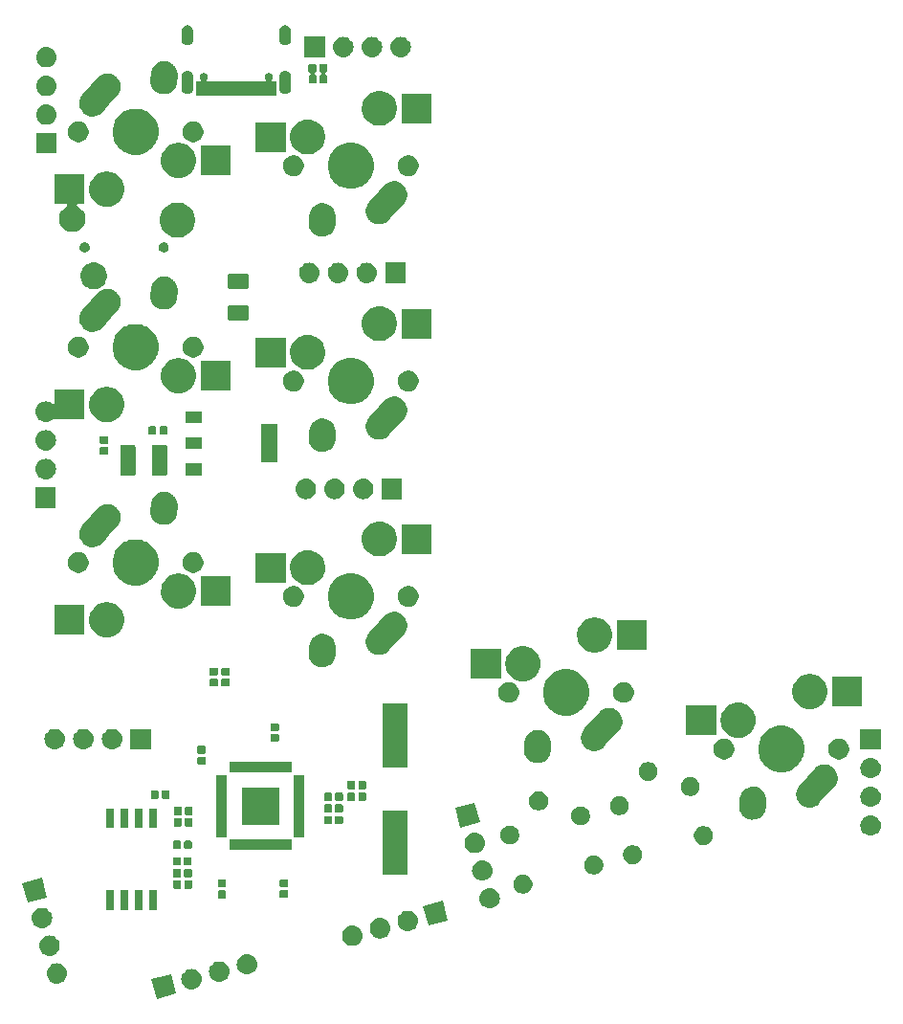
<source format=gbr>
G04 #@! TF.GenerationSoftware,KiCad,Pcbnew,(5.1.4)-1*
G04 #@! TF.CreationDate,2023-06-17T18:32:24-04:00*
G04 #@! TF.ProjectId,ThumbsUp,5468756d-6273-4557-902e-6b696361645f,rev?*
G04 #@! TF.SameCoordinates,Original*
G04 #@! TF.FileFunction,Soldermask,Bot*
G04 #@! TF.FilePolarity,Negative*
%FSLAX46Y46*%
G04 Gerber Fmt 4.6, Leading zero omitted, Abs format (unit mm)*
G04 Created by KiCad (PCBNEW (5.1.4)-1) date 2023-06-17 18:32:24*
%MOMM*%
%LPD*%
G04 APERTURE LIST*
%ADD10C,0.100000*%
G04 APERTURE END LIST*
D10*
G36*
X166955165Y-473619626D02*
G01*
X165214567Y-474086018D01*
X164748175Y-472345420D01*
X166488773Y-471879028D01*
X166955165Y-473619626D01*
X166955165Y-473619626D01*
G37*
G36*
X168415564Y-471430641D02*
G01*
X168481749Y-471437160D01*
X168651588Y-471488680D01*
X168808113Y-471572345D01*
X168843851Y-471601675D01*
X168945308Y-471684937D01*
X169028570Y-471786394D01*
X169057900Y-471822132D01*
X169141565Y-471978657D01*
X169193085Y-472148496D01*
X169210481Y-472325123D01*
X169193085Y-472501750D01*
X169141565Y-472671589D01*
X169057900Y-472828114D01*
X169028570Y-472863852D01*
X168945308Y-472965309D01*
X168843851Y-473048571D01*
X168808113Y-473077901D01*
X168651588Y-473161566D01*
X168481749Y-473213086D01*
X168415565Y-473219604D01*
X168349382Y-473226123D01*
X168260862Y-473226123D01*
X168194679Y-473219604D01*
X168128495Y-473213086D01*
X167958656Y-473161566D01*
X167802131Y-473077901D01*
X167766393Y-473048571D01*
X167664936Y-472965309D01*
X167581674Y-472863852D01*
X167552344Y-472828114D01*
X167468679Y-472671589D01*
X167417159Y-472501750D01*
X167399763Y-472325123D01*
X167417159Y-472148496D01*
X167468679Y-471978657D01*
X167552344Y-471822132D01*
X167581674Y-471786394D01*
X167664936Y-471684937D01*
X167766393Y-471601675D01*
X167802131Y-471572345D01*
X167958656Y-471488680D01*
X168128495Y-471437160D01*
X168194680Y-471430641D01*
X168260862Y-471424123D01*
X168349382Y-471424123D01*
X168415564Y-471430641D01*
X168415564Y-471430641D01*
G37*
G36*
X156501573Y-470920497D02*
G01*
X156567757Y-470927015D01*
X156737596Y-470978535D01*
X156894121Y-471062200D01*
X156929859Y-471091530D01*
X157031316Y-471174792D01*
X157114578Y-471276249D01*
X157143908Y-471311987D01*
X157227573Y-471468512D01*
X157279093Y-471638351D01*
X157296489Y-471814978D01*
X157279093Y-471991605D01*
X157227573Y-472161444D01*
X157143908Y-472317969D01*
X157121379Y-472345420D01*
X157031316Y-472455164D01*
X156929859Y-472538426D01*
X156894121Y-472567756D01*
X156737596Y-472651421D01*
X156567757Y-472702941D01*
X156501572Y-472709460D01*
X156435390Y-472715978D01*
X156346870Y-472715978D01*
X156280688Y-472709460D01*
X156214503Y-472702941D01*
X156044664Y-472651421D01*
X155888139Y-472567756D01*
X155852401Y-472538426D01*
X155750944Y-472455164D01*
X155660881Y-472345420D01*
X155638352Y-472317969D01*
X155554687Y-472161444D01*
X155503167Y-471991605D01*
X155485771Y-471814978D01*
X155503167Y-471638351D01*
X155554687Y-471468512D01*
X155638352Y-471311987D01*
X155667682Y-471276249D01*
X155750944Y-471174792D01*
X155852401Y-471091530D01*
X155888139Y-471062200D01*
X156044664Y-470978535D01*
X156214503Y-470927015D01*
X156280687Y-470920497D01*
X156346870Y-470913978D01*
X156435390Y-470913978D01*
X156501573Y-470920497D01*
X156501573Y-470920497D01*
G37*
G36*
X170869016Y-470773241D02*
G01*
X170935200Y-470779759D01*
X171105039Y-470831279D01*
X171261564Y-470914944D01*
X171276272Y-470927015D01*
X171398759Y-471027536D01*
X171482021Y-471128993D01*
X171511351Y-471164731D01*
X171595016Y-471321256D01*
X171646536Y-471491095D01*
X171663932Y-471667722D01*
X171646536Y-471844349D01*
X171595016Y-472014188D01*
X171511351Y-472170713D01*
X171482021Y-472206451D01*
X171398759Y-472307908D01*
X171297302Y-472391170D01*
X171261564Y-472420500D01*
X171105039Y-472504165D01*
X170935200Y-472555685D01*
X170869016Y-472562203D01*
X170802833Y-472568722D01*
X170714313Y-472568722D01*
X170648130Y-472562203D01*
X170581946Y-472555685D01*
X170412107Y-472504165D01*
X170255582Y-472420500D01*
X170219844Y-472391170D01*
X170118387Y-472307908D01*
X170035125Y-472206451D01*
X170005795Y-472170713D01*
X169922130Y-472014188D01*
X169870610Y-471844349D01*
X169853214Y-471667722D01*
X169870610Y-471491095D01*
X169922130Y-471321256D01*
X170005795Y-471164731D01*
X170035125Y-471128993D01*
X170118387Y-471027536D01*
X170240874Y-470927015D01*
X170255582Y-470914944D01*
X170412107Y-470831279D01*
X170581946Y-470779759D01*
X170648130Y-470773241D01*
X170714313Y-470766722D01*
X170802833Y-470766722D01*
X170869016Y-470773241D01*
X170869016Y-470773241D01*
G37*
G36*
X173322468Y-470115841D02*
G01*
X173388652Y-470122359D01*
X173558491Y-470173879D01*
X173715016Y-470257544D01*
X173750754Y-470286874D01*
X173852211Y-470370136D01*
X173935473Y-470471593D01*
X173964803Y-470507331D01*
X174048468Y-470663856D01*
X174099988Y-470833695D01*
X174117384Y-471010322D01*
X174099988Y-471186949D01*
X174048468Y-471356788D01*
X173964803Y-471513313D01*
X173935473Y-471549051D01*
X173852211Y-471650508D01*
X173750754Y-471733770D01*
X173715016Y-471763100D01*
X173558491Y-471846765D01*
X173388652Y-471898285D01*
X173322468Y-471904803D01*
X173256285Y-471911322D01*
X173167765Y-471911322D01*
X173101582Y-471904803D01*
X173035398Y-471898285D01*
X172865559Y-471846765D01*
X172709034Y-471763100D01*
X172673296Y-471733770D01*
X172571839Y-471650508D01*
X172488577Y-471549051D01*
X172459247Y-471513313D01*
X172375582Y-471356788D01*
X172324062Y-471186949D01*
X172306666Y-471010322D01*
X172324062Y-470833695D01*
X172375582Y-470663856D01*
X172459247Y-470507331D01*
X172488577Y-470471593D01*
X172571839Y-470370136D01*
X172673296Y-470286874D01*
X172709034Y-470257544D01*
X172865559Y-470173879D01*
X173035398Y-470122359D01*
X173101582Y-470115841D01*
X173167765Y-470109322D01*
X173256285Y-470109322D01*
X173322468Y-470115841D01*
X173322468Y-470115841D01*
G37*
G36*
X155826562Y-468465310D02*
G01*
X155910357Y-468473563D01*
X156080196Y-468525083D01*
X156236721Y-468608748D01*
X156272459Y-468638078D01*
X156373916Y-468721340D01*
X156457178Y-468822797D01*
X156486508Y-468858535D01*
X156570173Y-469015060D01*
X156621693Y-469184899D01*
X156639089Y-469361526D01*
X156621693Y-469538153D01*
X156570173Y-469707992D01*
X156486508Y-469864517D01*
X156457178Y-469900255D01*
X156373916Y-470001712D01*
X156272459Y-470084974D01*
X156236721Y-470114304D01*
X156080196Y-470197969D01*
X155910357Y-470249489D01*
X155844173Y-470256007D01*
X155777990Y-470262526D01*
X155689470Y-470262526D01*
X155623287Y-470256007D01*
X155557103Y-470249489D01*
X155387264Y-470197969D01*
X155230739Y-470114304D01*
X155195001Y-470084974D01*
X155093544Y-470001712D01*
X155010282Y-469900255D01*
X154980952Y-469864517D01*
X154897287Y-469707992D01*
X154845767Y-469538153D01*
X154828371Y-469361526D01*
X154845767Y-469184899D01*
X154897287Y-469015060D01*
X154980952Y-468858535D01*
X155010282Y-468822797D01*
X155093544Y-468721340D01*
X155195001Y-468638078D01*
X155230739Y-468608748D01*
X155387264Y-468525083D01*
X155557103Y-468473563D01*
X155640898Y-468465310D01*
X155689470Y-468460526D01*
X155777990Y-468460526D01*
X155826562Y-468465310D01*
X155826562Y-468465310D01*
G37*
G36*
X182662112Y-467588043D02*
G01*
X182728296Y-467594561D01*
X182898135Y-467646081D01*
X183054660Y-467729746D01*
X183090398Y-467759076D01*
X183191855Y-467842338D01*
X183275117Y-467943795D01*
X183304447Y-467979533D01*
X183388112Y-468136058D01*
X183439632Y-468305897D01*
X183457028Y-468482524D01*
X183439632Y-468659151D01*
X183388112Y-468828990D01*
X183304447Y-468985515D01*
X183280200Y-469015060D01*
X183191855Y-469122710D01*
X183090398Y-469205972D01*
X183054660Y-469235302D01*
X182898135Y-469318967D01*
X182728296Y-469370487D01*
X182662112Y-469377005D01*
X182595929Y-469383524D01*
X182507409Y-469383524D01*
X182441226Y-469377005D01*
X182375042Y-469370487D01*
X182205203Y-469318967D01*
X182048678Y-469235302D01*
X182012940Y-469205972D01*
X181911483Y-469122710D01*
X181823138Y-469015060D01*
X181798891Y-468985515D01*
X181715226Y-468828990D01*
X181663706Y-468659151D01*
X181646310Y-468482524D01*
X181663706Y-468305897D01*
X181715226Y-468136058D01*
X181798891Y-467979533D01*
X181828221Y-467943795D01*
X181911483Y-467842338D01*
X182012940Y-467759076D01*
X182048678Y-467729746D01*
X182205203Y-467646081D01*
X182375042Y-467594561D01*
X182441226Y-467588043D01*
X182507409Y-467581524D01*
X182595929Y-467581524D01*
X182662112Y-467588043D01*
X182662112Y-467588043D01*
G37*
G36*
X185115564Y-466930643D02*
G01*
X185181748Y-466937161D01*
X185351587Y-466988681D01*
X185508112Y-467072346D01*
X185543850Y-467101676D01*
X185645307Y-467184938D01*
X185728569Y-467286395D01*
X185757899Y-467322133D01*
X185841564Y-467478658D01*
X185893084Y-467648497D01*
X185910480Y-467825124D01*
X185893084Y-468001751D01*
X185841564Y-468171590D01*
X185757899Y-468328115D01*
X185728569Y-468363853D01*
X185645307Y-468465310D01*
X185543850Y-468548572D01*
X185508112Y-468577902D01*
X185351587Y-468661567D01*
X185181748Y-468713087D01*
X185115564Y-468719605D01*
X185049381Y-468726124D01*
X184960861Y-468726124D01*
X184894678Y-468719605D01*
X184828494Y-468713087D01*
X184658655Y-468661567D01*
X184502130Y-468577902D01*
X184466392Y-468548572D01*
X184364935Y-468465310D01*
X184281673Y-468363853D01*
X184252343Y-468328115D01*
X184168678Y-468171590D01*
X184117158Y-468001751D01*
X184099762Y-467825124D01*
X184117158Y-467648497D01*
X184168678Y-467478658D01*
X184252343Y-467322133D01*
X184281673Y-467286395D01*
X184364935Y-467184938D01*
X184466392Y-467101676D01*
X184502130Y-467072346D01*
X184658655Y-466988681D01*
X184828494Y-466937161D01*
X184894678Y-466930643D01*
X184960861Y-466924124D01*
X185049381Y-466924124D01*
X185115564Y-466930643D01*
X185115564Y-466930643D01*
G37*
G36*
X187569014Y-466273241D02*
G01*
X187635199Y-466279760D01*
X187805038Y-466331280D01*
X187961563Y-466414945D01*
X187997301Y-466444275D01*
X188098758Y-466527537D01*
X188182020Y-466628994D01*
X188211350Y-466664732D01*
X188295015Y-466821257D01*
X188346535Y-466991096D01*
X188363931Y-467167723D01*
X188346535Y-467344350D01*
X188295015Y-467514189D01*
X188211350Y-467670714D01*
X188182020Y-467706452D01*
X188098758Y-467807909D01*
X187997301Y-467891171D01*
X187961563Y-467920501D01*
X187805038Y-468004166D01*
X187635199Y-468055686D01*
X187569014Y-468062205D01*
X187502832Y-468068723D01*
X187414312Y-468068723D01*
X187348130Y-468062205D01*
X187281945Y-468055686D01*
X187112106Y-468004166D01*
X186955581Y-467920501D01*
X186919843Y-467891171D01*
X186818386Y-467807909D01*
X186735124Y-467706452D01*
X186705794Y-467670714D01*
X186622129Y-467514189D01*
X186570609Y-467344350D01*
X186553213Y-467167723D01*
X186570609Y-466991096D01*
X186622129Y-466821257D01*
X186705794Y-466664732D01*
X186735124Y-466628994D01*
X186818386Y-466527537D01*
X186919843Y-466444275D01*
X186955581Y-466414945D01*
X187112106Y-466331280D01*
X187281945Y-466279760D01*
X187348130Y-466273241D01*
X187414312Y-466266723D01*
X187502832Y-466266723D01*
X187569014Y-466273241D01*
X187569014Y-466273241D01*
G37*
G36*
X155186772Y-466013594D02*
G01*
X155252956Y-466020112D01*
X155422795Y-466071632D01*
X155579320Y-466155297D01*
X155615058Y-466184627D01*
X155716515Y-466267889D01*
X155799777Y-466369346D01*
X155829107Y-466405084D01*
X155912772Y-466561609D01*
X155964292Y-466731448D01*
X155981688Y-466908075D01*
X155964292Y-467084702D01*
X155912772Y-467254541D01*
X155829107Y-467411066D01*
X155799777Y-467446804D01*
X155716515Y-467548261D01*
X155636632Y-467613818D01*
X155579320Y-467660853D01*
X155422795Y-467744518D01*
X155252956Y-467796038D01*
X155186772Y-467802556D01*
X155120589Y-467809075D01*
X155032069Y-467809075D01*
X154965886Y-467802556D01*
X154899702Y-467796038D01*
X154729863Y-467744518D01*
X154573338Y-467660853D01*
X154516026Y-467613818D01*
X154436143Y-467548261D01*
X154352881Y-467446804D01*
X154323551Y-467411066D01*
X154239886Y-467254541D01*
X154188366Y-467084702D01*
X154170970Y-466908075D01*
X154188366Y-466731448D01*
X154239886Y-466561609D01*
X154323551Y-466405084D01*
X154352881Y-466369346D01*
X154436143Y-466267889D01*
X154537600Y-466184627D01*
X154573338Y-466155297D01*
X154729863Y-466071632D01*
X154899702Y-466020112D01*
X154965886Y-466013594D01*
X155032069Y-466007075D01*
X155120589Y-466007075D01*
X155186772Y-466013594D01*
X155186772Y-466013594D01*
G37*
G36*
X191015519Y-467147426D02*
G01*
X189274921Y-467613818D01*
X188808529Y-465873220D01*
X190549127Y-465406828D01*
X191015519Y-467147426D01*
X191015519Y-467147426D01*
G37*
G36*
X164011000Y-466176000D02*
G01*
X163259000Y-466176000D01*
X163259000Y-464424000D01*
X164011000Y-464424000D01*
X164011000Y-466176000D01*
X164011000Y-466176000D01*
G37*
G36*
X165281000Y-466176000D02*
G01*
X164529000Y-466176000D01*
X164529000Y-464424000D01*
X165281000Y-464424000D01*
X165281000Y-466176000D01*
X165281000Y-466176000D01*
G37*
G36*
X162741000Y-466176000D02*
G01*
X161989000Y-466176000D01*
X161989000Y-464424000D01*
X162741000Y-464424000D01*
X162741000Y-466176000D01*
X162741000Y-466176000D01*
G37*
G36*
X161471000Y-466176000D02*
G01*
X160719000Y-466176000D01*
X160719000Y-464424000D01*
X161471000Y-464424000D01*
X161471000Y-466176000D01*
X161471000Y-466176000D01*
G37*
G36*
X194786493Y-464271553D02*
G01*
X194875253Y-464280295D01*
X195045092Y-464331815D01*
X195201617Y-464415480D01*
X195237355Y-464444810D01*
X195338812Y-464528072D01*
X195408714Y-464613249D01*
X195451404Y-464665267D01*
X195535069Y-464821792D01*
X195586589Y-464991631D01*
X195603985Y-465168258D01*
X195586589Y-465344885D01*
X195535069Y-465514724D01*
X195451404Y-465671249D01*
X195422074Y-465706987D01*
X195338812Y-465808444D01*
X195259881Y-465873220D01*
X195201617Y-465921036D01*
X195045092Y-466004701D01*
X194875253Y-466056221D01*
X194809068Y-466062740D01*
X194742886Y-466069258D01*
X194654366Y-466069258D01*
X194588184Y-466062740D01*
X194521999Y-466056221D01*
X194352160Y-466004701D01*
X194195635Y-465921036D01*
X194137371Y-465873220D01*
X194058440Y-465808444D01*
X193975178Y-465706987D01*
X193945848Y-465671249D01*
X193862183Y-465514724D01*
X193810663Y-465344885D01*
X193793267Y-465168258D01*
X193810663Y-464991631D01*
X193862183Y-464821792D01*
X193945848Y-464665267D01*
X193988538Y-464613249D01*
X194058440Y-464528072D01*
X194159897Y-464444810D01*
X194195635Y-464415480D01*
X194352160Y-464331815D01*
X194521999Y-464280295D01*
X194610759Y-464271553D01*
X194654366Y-464267258D01*
X194742886Y-464267258D01*
X194786493Y-464271553D01*
X194786493Y-464271553D01*
G37*
G36*
X155522424Y-465091726D02*
G01*
X153781826Y-465558118D01*
X153315434Y-463817520D01*
X155056032Y-463351128D01*
X155522424Y-465091726D01*
X155522424Y-465091726D01*
G37*
G36*
X171281938Y-464476716D02*
G01*
X171302557Y-464482971D01*
X171321553Y-464493124D01*
X171338208Y-464506792D01*
X171351876Y-464523447D01*
X171362029Y-464542443D01*
X171368284Y-464563062D01*
X171371000Y-464590640D01*
X171371000Y-465049360D01*
X171368284Y-465076938D01*
X171362029Y-465097557D01*
X171351876Y-465116553D01*
X171338208Y-465133208D01*
X171321553Y-465146876D01*
X171302557Y-465157029D01*
X171281938Y-465163284D01*
X171254360Y-465166000D01*
X170745640Y-465166000D01*
X170718062Y-465163284D01*
X170697443Y-465157029D01*
X170678447Y-465146876D01*
X170661792Y-465133208D01*
X170648124Y-465116553D01*
X170637971Y-465097557D01*
X170631716Y-465076938D01*
X170629000Y-465049360D01*
X170629000Y-464590640D01*
X170631716Y-464563062D01*
X170637971Y-464542443D01*
X170648124Y-464523447D01*
X170661792Y-464506792D01*
X170678447Y-464493124D01*
X170697443Y-464482971D01*
X170718062Y-464476716D01*
X170745640Y-464474000D01*
X171254360Y-464474000D01*
X171281938Y-464476716D01*
X171281938Y-464476716D01*
G37*
G36*
X176769938Y-464456716D02*
G01*
X176790557Y-464462971D01*
X176809553Y-464473124D01*
X176826208Y-464486792D01*
X176839876Y-464503447D01*
X176850029Y-464522443D01*
X176856284Y-464543062D01*
X176859000Y-464570640D01*
X176859000Y-465029360D01*
X176856284Y-465056938D01*
X176850029Y-465077557D01*
X176839876Y-465096553D01*
X176826208Y-465113208D01*
X176809553Y-465126876D01*
X176790557Y-465137029D01*
X176769938Y-465143284D01*
X176742360Y-465146000D01*
X176233640Y-465146000D01*
X176206062Y-465143284D01*
X176185443Y-465137029D01*
X176166447Y-465126876D01*
X176149792Y-465113208D01*
X176136124Y-465096553D01*
X176125971Y-465077557D01*
X176119716Y-465056938D01*
X176117000Y-465029360D01*
X176117000Y-464570640D01*
X176119716Y-464543062D01*
X176125971Y-464522443D01*
X176136124Y-464503447D01*
X176149792Y-464486792D01*
X176166447Y-464473124D01*
X176185443Y-464462971D01*
X176206062Y-464456716D01*
X176233640Y-464454000D01*
X176742360Y-464454000D01*
X176769938Y-464456716D01*
X176769938Y-464456716D01*
G37*
G36*
X197892930Y-463112676D02*
G01*
X198045527Y-463175883D01*
X198182861Y-463267647D01*
X198299655Y-463384441D01*
X198391419Y-463521775D01*
X198454626Y-463674372D01*
X198486849Y-463836367D01*
X198486849Y-464001539D01*
X198454626Y-464163534D01*
X198391419Y-464316131D01*
X198299655Y-464453465D01*
X198182861Y-464570259D01*
X198045527Y-464662023D01*
X197892930Y-464725230D01*
X197730935Y-464757453D01*
X197565763Y-464757453D01*
X197403768Y-464725230D01*
X197251171Y-464662023D01*
X197113837Y-464570259D01*
X196997043Y-464453465D01*
X196905279Y-464316131D01*
X196842072Y-464163534D01*
X196809849Y-464001539D01*
X196809849Y-463836367D01*
X196842072Y-463674372D01*
X196905279Y-463521775D01*
X196997043Y-463384441D01*
X197113837Y-463267647D01*
X197251171Y-463175883D01*
X197403768Y-463112676D01*
X197565763Y-463080453D01*
X197730935Y-463080453D01*
X197892930Y-463112676D01*
X197892930Y-463112676D01*
G37*
G36*
X168276938Y-463581716D02*
G01*
X168297557Y-463587971D01*
X168316553Y-463598124D01*
X168333208Y-463611792D01*
X168346876Y-463628447D01*
X168357029Y-463647443D01*
X168363284Y-463668062D01*
X168366000Y-463695640D01*
X168366000Y-464204360D01*
X168363284Y-464231938D01*
X168357029Y-464252557D01*
X168346876Y-464271553D01*
X168333208Y-464288208D01*
X168316553Y-464301876D01*
X168297557Y-464312029D01*
X168276938Y-464318284D01*
X168249360Y-464321000D01*
X167790640Y-464321000D01*
X167763062Y-464318284D01*
X167742443Y-464312029D01*
X167723447Y-464301876D01*
X167706792Y-464288208D01*
X167693124Y-464271553D01*
X167682971Y-464252557D01*
X167676716Y-464231938D01*
X167674000Y-464204360D01*
X167674000Y-463695640D01*
X167676716Y-463668062D01*
X167682971Y-463647443D01*
X167693124Y-463628447D01*
X167706792Y-463611792D01*
X167723447Y-463598124D01*
X167742443Y-463587971D01*
X167763062Y-463581716D01*
X167790640Y-463579000D01*
X168249360Y-463579000D01*
X168276938Y-463581716D01*
X168276938Y-463581716D01*
G37*
G36*
X167306938Y-463581716D02*
G01*
X167327557Y-463587971D01*
X167346553Y-463598124D01*
X167363208Y-463611792D01*
X167376876Y-463628447D01*
X167387029Y-463647443D01*
X167393284Y-463668062D01*
X167396000Y-463695640D01*
X167396000Y-464204360D01*
X167393284Y-464231938D01*
X167387029Y-464252557D01*
X167376876Y-464271553D01*
X167363208Y-464288208D01*
X167346553Y-464301876D01*
X167327557Y-464312029D01*
X167306938Y-464318284D01*
X167279360Y-464321000D01*
X166820640Y-464321000D01*
X166793062Y-464318284D01*
X166772443Y-464312029D01*
X166753447Y-464301876D01*
X166736792Y-464288208D01*
X166723124Y-464271553D01*
X166712971Y-464252557D01*
X166706716Y-464231938D01*
X166704000Y-464204360D01*
X166704000Y-463695640D01*
X166706716Y-463668062D01*
X166712971Y-463647443D01*
X166723124Y-463628447D01*
X166736792Y-463611792D01*
X166753447Y-463598124D01*
X166772443Y-463587971D01*
X166793062Y-463581716D01*
X166820640Y-463579000D01*
X167279360Y-463579000D01*
X167306938Y-463581716D01*
X167306938Y-463581716D01*
G37*
G36*
X171281938Y-463506716D02*
G01*
X171302557Y-463512971D01*
X171321553Y-463523124D01*
X171338208Y-463536792D01*
X171351876Y-463553447D01*
X171362029Y-463572443D01*
X171368284Y-463593062D01*
X171371000Y-463620640D01*
X171371000Y-464079360D01*
X171368284Y-464106938D01*
X171362029Y-464127557D01*
X171351876Y-464146553D01*
X171338208Y-464163208D01*
X171321553Y-464176876D01*
X171302557Y-464187029D01*
X171281938Y-464193284D01*
X171254360Y-464196000D01*
X170745640Y-464196000D01*
X170718062Y-464193284D01*
X170697443Y-464187029D01*
X170678447Y-464176876D01*
X170661792Y-464163208D01*
X170648124Y-464146553D01*
X170637971Y-464127557D01*
X170631716Y-464106938D01*
X170629000Y-464079360D01*
X170629000Y-463620640D01*
X170631716Y-463593062D01*
X170637971Y-463572443D01*
X170648124Y-463553447D01*
X170661792Y-463536792D01*
X170678447Y-463523124D01*
X170697443Y-463512971D01*
X170718062Y-463506716D01*
X170745640Y-463504000D01*
X171254360Y-463504000D01*
X171281938Y-463506716D01*
X171281938Y-463506716D01*
G37*
G36*
X176769938Y-463486716D02*
G01*
X176790557Y-463492971D01*
X176809553Y-463503124D01*
X176826208Y-463516792D01*
X176839876Y-463533447D01*
X176850029Y-463552443D01*
X176856284Y-463573062D01*
X176859000Y-463600640D01*
X176859000Y-464059360D01*
X176856284Y-464086938D01*
X176850029Y-464107557D01*
X176839876Y-464126553D01*
X176826208Y-464143208D01*
X176809553Y-464156876D01*
X176790557Y-464167029D01*
X176769938Y-464173284D01*
X176742360Y-464176000D01*
X176233640Y-464176000D01*
X176206062Y-464173284D01*
X176185443Y-464167029D01*
X176166447Y-464156876D01*
X176149792Y-464143208D01*
X176136124Y-464126553D01*
X176125971Y-464107557D01*
X176119716Y-464086938D01*
X176117000Y-464059360D01*
X176117000Y-463600640D01*
X176119716Y-463573062D01*
X176125971Y-463552443D01*
X176136124Y-463533447D01*
X176149792Y-463516792D01*
X176166447Y-463503124D01*
X176185443Y-463492971D01*
X176206062Y-463486716D01*
X176233640Y-463484000D01*
X176742360Y-463484000D01*
X176769938Y-463486716D01*
X176769938Y-463486716D01*
G37*
G36*
X194151668Y-461820324D02*
G01*
X194217853Y-461826843D01*
X194387692Y-461878363D01*
X194544217Y-461962028D01*
X194579955Y-461991358D01*
X194681412Y-462074620D01*
X194764674Y-462176077D01*
X194794004Y-462211815D01*
X194877669Y-462368340D01*
X194929189Y-462538179D01*
X194946585Y-462714806D01*
X194929189Y-462891433D01*
X194886563Y-463031951D01*
X194877668Y-463061274D01*
X194850193Y-463112676D01*
X194794004Y-463217797D01*
X194772406Y-463244114D01*
X194681412Y-463354992D01*
X194579955Y-463438254D01*
X194544217Y-463467584D01*
X194387692Y-463551249D01*
X194217853Y-463602769D01*
X194163157Y-463608156D01*
X194085486Y-463615806D01*
X193996966Y-463615806D01*
X193919295Y-463608156D01*
X193864599Y-463602769D01*
X193694760Y-463551249D01*
X193538235Y-463467584D01*
X193502497Y-463438254D01*
X193401040Y-463354992D01*
X193310046Y-463244114D01*
X193288448Y-463217797D01*
X193232259Y-463112676D01*
X193204784Y-463061274D01*
X193195889Y-463031951D01*
X193153263Y-462891433D01*
X193135867Y-462714806D01*
X193153263Y-462538179D01*
X193204783Y-462368340D01*
X193288448Y-462211815D01*
X193317778Y-462176077D01*
X193401040Y-462074620D01*
X193502497Y-461991358D01*
X193538235Y-461962028D01*
X193694760Y-461878363D01*
X193864599Y-461826843D01*
X193930784Y-461820324D01*
X193996966Y-461813806D01*
X194085486Y-461813806D01*
X194151668Y-461820324D01*
X194151668Y-461820324D01*
G37*
G36*
X168256938Y-462581716D02*
G01*
X168277557Y-462587971D01*
X168296553Y-462598124D01*
X168313208Y-462611792D01*
X168326876Y-462628447D01*
X168337029Y-462647443D01*
X168343284Y-462668062D01*
X168346000Y-462695640D01*
X168346000Y-463204360D01*
X168343284Y-463231938D01*
X168337029Y-463252557D01*
X168326876Y-463271553D01*
X168313208Y-463288208D01*
X168296553Y-463301876D01*
X168277557Y-463312029D01*
X168256938Y-463318284D01*
X168229360Y-463321000D01*
X167770640Y-463321000D01*
X167743062Y-463318284D01*
X167722443Y-463312029D01*
X167703447Y-463301876D01*
X167686792Y-463288208D01*
X167673124Y-463271553D01*
X167662971Y-463252557D01*
X167656716Y-463231938D01*
X167654000Y-463204360D01*
X167654000Y-462695640D01*
X167656716Y-462668062D01*
X167662971Y-462647443D01*
X167673124Y-462628447D01*
X167686792Y-462611792D01*
X167703447Y-462598124D01*
X167722443Y-462587971D01*
X167743062Y-462581716D01*
X167770640Y-462579000D01*
X168229360Y-462579000D01*
X168256938Y-462581716D01*
X168256938Y-462581716D01*
G37*
G36*
X167286938Y-462581716D02*
G01*
X167307557Y-462587971D01*
X167326553Y-462598124D01*
X167343208Y-462611792D01*
X167356876Y-462628447D01*
X167367029Y-462647443D01*
X167373284Y-462668062D01*
X167376000Y-462695640D01*
X167376000Y-463204360D01*
X167373284Y-463231938D01*
X167367029Y-463252557D01*
X167356876Y-463271553D01*
X167343208Y-463288208D01*
X167326553Y-463301876D01*
X167307557Y-463312029D01*
X167286938Y-463318284D01*
X167259360Y-463321000D01*
X166800640Y-463321000D01*
X166773062Y-463318284D01*
X166752443Y-463312029D01*
X166733447Y-463301876D01*
X166716792Y-463288208D01*
X166703124Y-463271553D01*
X166692971Y-463252557D01*
X166686716Y-463231938D01*
X166684000Y-463204360D01*
X166684000Y-462695640D01*
X166686716Y-462668062D01*
X166692971Y-462647443D01*
X166703124Y-462628447D01*
X166716792Y-462611792D01*
X166733447Y-462598124D01*
X166752443Y-462587971D01*
X166773062Y-462581716D01*
X166800640Y-462579000D01*
X167259360Y-462579000D01*
X167286938Y-462581716D01*
X167286938Y-462581716D01*
G37*
G36*
X187401000Y-463126000D02*
G01*
X185199000Y-463126000D01*
X185199000Y-457424000D01*
X187401000Y-457424000D01*
X187401000Y-463126000D01*
X187401000Y-463126000D01*
G37*
G36*
X204168502Y-461419397D02*
G01*
X204321099Y-461482604D01*
X204458433Y-461574368D01*
X204575227Y-461691162D01*
X204666991Y-461828496D01*
X204730198Y-461981093D01*
X204762421Y-462143088D01*
X204762421Y-462308260D01*
X204730198Y-462470255D01*
X204666991Y-462622852D01*
X204575227Y-462760186D01*
X204458433Y-462876980D01*
X204321099Y-462968744D01*
X204168502Y-463031951D01*
X204006507Y-463064174D01*
X203841335Y-463064174D01*
X203679340Y-463031951D01*
X203526743Y-462968744D01*
X203389409Y-462876980D01*
X203272615Y-462760186D01*
X203180851Y-462622852D01*
X203117644Y-462470255D01*
X203085421Y-462308260D01*
X203085421Y-462143088D01*
X203117644Y-461981093D01*
X203180851Y-461828496D01*
X203272615Y-461691162D01*
X203389409Y-461574368D01*
X203526743Y-461482604D01*
X203679340Y-461419397D01*
X203841335Y-461387174D01*
X204006507Y-461387174D01*
X204168502Y-461419397D01*
X204168502Y-461419397D01*
G37*
G36*
X168241938Y-461531716D02*
G01*
X168262557Y-461537971D01*
X168281553Y-461548124D01*
X168298208Y-461561792D01*
X168311876Y-461578447D01*
X168322029Y-461597443D01*
X168328284Y-461618062D01*
X168331000Y-461645640D01*
X168331000Y-462154360D01*
X168328284Y-462181938D01*
X168322029Y-462202557D01*
X168311876Y-462221553D01*
X168298208Y-462238208D01*
X168281553Y-462251876D01*
X168262557Y-462262029D01*
X168241938Y-462268284D01*
X168214360Y-462271000D01*
X167755640Y-462271000D01*
X167728062Y-462268284D01*
X167707443Y-462262029D01*
X167688447Y-462251876D01*
X167671792Y-462238208D01*
X167658124Y-462221553D01*
X167647971Y-462202557D01*
X167641716Y-462181938D01*
X167639000Y-462154360D01*
X167639000Y-461645640D01*
X167641716Y-461618062D01*
X167647971Y-461597443D01*
X167658124Y-461578447D01*
X167671792Y-461561792D01*
X167688447Y-461548124D01*
X167707443Y-461537971D01*
X167728062Y-461531716D01*
X167755640Y-461529000D01*
X168214360Y-461529000D01*
X168241938Y-461531716D01*
X168241938Y-461531716D01*
G37*
G36*
X167271938Y-461531716D02*
G01*
X167292557Y-461537971D01*
X167311553Y-461548124D01*
X167328208Y-461561792D01*
X167341876Y-461578447D01*
X167352029Y-461597443D01*
X167358284Y-461618062D01*
X167361000Y-461645640D01*
X167361000Y-462154360D01*
X167358284Y-462181938D01*
X167352029Y-462202557D01*
X167341876Y-462221553D01*
X167328208Y-462238208D01*
X167311553Y-462251876D01*
X167292557Y-462262029D01*
X167271938Y-462268284D01*
X167244360Y-462271000D01*
X166785640Y-462271000D01*
X166758062Y-462268284D01*
X166737443Y-462262029D01*
X166718447Y-462251876D01*
X166701792Y-462238208D01*
X166688124Y-462221553D01*
X166677971Y-462202557D01*
X166671716Y-462181938D01*
X166669000Y-462154360D01*
X166669000Y-461645640D01*
X166671716Y-461618062D01*
X166677971Y-461597443D01*
X166688124Y-461578447D01*
X166701792Y-461561792D01*
X166718447Y-461548124D01*
X166737443Y-461537971D01*
X166758062Y-461531716D01*
X166785640Y-461529000D01*
X167244360Y-461529000D01*
X167271938Y-461531716D01*
X167271938Y-461531716D01*
G37*
G36*
X207592930Y-460512676D02*
G01*
X207745527Y-460575883D01*
X207882861Y-460667647D01*
X207999655Y-460784441D01*
X208091419Y-460921775D01*
X208154626Y-461074372D01*
X208186849Y-461236367D01*
X208186849Y-461401539D01*
X208154626Y-461563534D01*
X208091419Y-461716131D01*
X207999655Y-461853465D01*
X207882861Y-461970259D01*
X207745527Y-462062023D01*
X207592930Y-462125230D01*
X207430935Y-462157453D01*
X207265763Y-462157453D01*
X207103768Y-462125230D01*
X206951171Y-462062023D01*
X206813837Y-461970259D01*
X206697043Y-461853465D01*
X206605279Y-461716131D01*
X206542072Y-461563534D01*
X206509849Y-461401539D01*
X206509849Y-461236367D01*
X206542072Y-461074372D01*
X206605279Y-460921775D01*
X206697043Y-460784441D01*
X206813837Y-460667647D01*
X206951171Y-460575883D01*
X207103768Y-460512676D01*
X207265763Y-460480453D01*
X207430935Y-460480453D01*
X207592930Y-460512676D01*
X207592930Y-460512676D01*
G37*
G36*
X193494267Y-459366873D02*
G01*
X193560452Y-459373392D01*
X193730291Y-459424912D01*
X193886816Y-459508577D01*
X193922554Y-459537907D01*
X194024011Y-459621169D01*
X194107273Y-459722626D01*
X194136603Y-459758364D01*
X194220268Y-459914889D01*
X194271788Y-460084728D01*
X194289184Y-460261355D01*
X194271788Y-460437982D01*
X194220268Y-460607821D01*
X194136603Y-460764346D01*
X194130688Y-460771553D01*
X194024011Y-460901541D01*
X193922554Y-460984803D01*
X193886816Y-461014133D01*
X193730291Y-461097798D01*
X193560452Y-461149318D01*
X193494268Y-461155836D01*
X193428085Y-461162355D01*
X193339565Y-461162355D01*
X193273382Y-461155836D01*
X193207198Y-461149318D01*
X193037359Y-461097798D01*
X192880834Y-461014133D01*
X192845096Y-460984803D01*
X192743639Y-460901541D01*
X192636962Y-460771553D01*
X192631047Y-460764346D01*
X192547382Y-460607821D01*
X192495862Y-460437982D01*
X192478466Y-460261355D01*
X192495862Y-460084728D01*
X192547382Y-459914889D01*
X192631047Y-459758364D01*
X192660377Y-459722626D01*
X192743639Y-459621169D01*
X192845096Y-459537907D01*
X192880834Y-459508577D01*
X193037359Y-459424912D01*
X193207198Y-459373392D01*
X193273383Y-459366873D01*
X193339565Y-459360355D01*
X193428085Y-459360355D01*
X193494267Y-459366873D01*
X193494267Y-459366873D01*
G37*
G36*
X177151000Y-460926000D02*
G01*
X171649000Y-460926000D01*
X171649000Y-459974000D01*
X177151000Y-459974000D01*
X177151000Y-460926000D01*
X177151000Y-460926000D01*
G37*
G36*
X167286938Y-460081716D02*
G01*
X167307557Y-460087971D01*
X167326553Y-460098124D01*
X167343208Y-460111792D01*
X167356876Y-460128447D01*
X167367029Y-460147443D01*
X167373284Y-460168062D01*
X167376000Y-460195640D01*
X167376000Y-460704360D01*
X167373284Y-460731938D01*
X167367029Y-460752557D01*
X167356876Y-460771553D01*
X167343208Y-460788208D01*
X167326553Y-460801876D01*
X167307557Y-460812029D01*
X167286938Y-460818284D01*
X167259360Y-460821000D01*
X166800640Y-460821000D01*
X166773062Y-460818284D01*
X166752443Y-460812029D01*
X166733447Y-460801876D01*
X166716792Y-460788208D01*
X166703124Y-460771553D01*
X166692971Y-460752557D01*
X166686716Y-460731938D01*
X166684000Y-460704360D01*
X166684000Y-460195640D01*
X166686716Y-460168062D01*
X166692971Y-460147443D01*
X166703124Y-460128447D01*
X166716792Y-460111792D01*
X166733447Y-460098124D01*
X166752443Y-460087971D01*
X166773062Y-460081716D01*
X166800640Y-460079000D01*
X167259360Y-460079000D01*
X167286938Y-460081716D01*
X167286938Y-460081716D01*
G37*
G36*
X168256938Y-460081716D02*
G01*
X168277557Y-460087971D01*
X168296553Y-460098124D01*
X168313208Y-460111792D01*
X168326876Y-460128447D01*
X168337029Y-460147443D01*
X168343284Y-460168062D01*
X168346000Y-460195640D01*
X168346000Y-460704360D01*
X168343284Y-460731938D01*
X168337029Y-460752557D01*
X168326876Y-460771553D01*
X168313208Y-460788208D01*
X168296553Y-460801876D01*
X168277557Y-460812029D01*
X168256938Y-460818284D01*
X168229360Y-460821000D01*
X167770640Y-460821000D01*
X167743062Y-460818284D01*
X167722443Y-460812029D01*
X167703447Y-460801876D01*
X167686792Y-460788208D01*
X167673124Y-460771553D01*
X167662971Y-460752557D01*
X167656716Y-460731938D01*
X167654000Y-460704360D01*
X167654000Y-460195640D01*
X167656716Y-460168062D01*
X167662971Y-460147443D01*
X167673124Y-460128447D01*
X167686792Y-460111792D01*
X167703447Y-460098124D01*
X167722443Y-460087971D01*
X167743062Y-460081716D01*
X167770640Y-460079000D01*
X168229360Y-460079000D01*
X168256938Y-460081716D01*
X168256938Y-460081716D01*
G37*
G36*
X213868502Y-458819397D02*
G01*
X214021099Y-458882604D01*
X214158433Y-458974368D01*
X214275227Y-459091162D01*
X214366991Y-459228496D01*
X214430198Y-459381093D01*
X214462421Y-459543088D01*
X214462421Y-459708260D01*
X214430198Y-459870255D01*
X214366991Y-460022852D01*
X214275227Y-460160186D01*
X214158433Y-460276980D01*
X214021099Y-460368744D01*
X213868502Y-460431951D01*
X213706507Y-460464174D01*
X213541335Y-460464174D01*
X213379340Y-460431951D01*
X213226743Y-460368744D01*
X213089409Y-460276980D01*
X212972615Y-460160186D01*
X212880851Y-460022852D01*
X212817644Y-459870255D01*
X212785421Y-459708260D01*
X212785421Y-459543088D01*
X212817644Y-459381093D01*
X212880851Y-459228496D01*
X212972615Y-459091162D01*
X213089409Y-458974368D01*
X213226743Y-458882604D01*
X213379340Y-458819397D01*
X213541335Y-458787174D01*
X213706507Y-458787174D01*
X213868502Y-458819397D01*
X213868502Y-458819397D01*
G37*
G36*
X196720660Y-458768049D02*
G01*
X196873257Y-458831256D01*
X197010591Y-458923020D01*
X197127385Y-459039814D01*
X197219149Y-459177148D01*
X197282356Y-459329745D01*
X197314579Y-459491740D01*
X197314579Y-459656912D01*
X197282356Y-459818907D01*
X197219149Y-459971504D01*
X197127385Y-460108838D01*
X197010591Y-460225632D01*
X196873257Y-460317396D01*
X196720660Y-460380603D01*
X196558665Y-460412826D01*
X196393493Y-460412826D01*
X196231498Y-460380603D01*
X196078901Y-460317396D01*
X195941567Y-460225632D01*
X195824773Y-460108838D01*
X195733009Y-459971504D01*
X195669802Y-459818907D01*
X195637579Y-459656912D01*
X195637579Y-459491740D01*
X195669802Y-459329745D01*
X195733009Y-459177148D01*
X195824773Y-459039814D01*
X195941567Y-458923020D01*
X196078901Y-458831256D01*
X196231498Y-458768049D01*
X196393493Y-458735826D01*
X196558665Y-458735826D01*
X196720660Y-458768049D01*
X196720660Y-458768049D01*
G37*
G36*
X178326000Y-459751000D02*
G01*
X177374000Y-459751000D01*
X177374000Y-454249000D01*
X178326000Y-454249000D01*
X178326000Y-459751000D01*
X178326000Y-459751000D01*
G37*
G36*
X171426000Y-459751000D02*
G01*
X170474000Y-459751000D01*
X170474000Y-454249000D01*
X171426000Y-454249000D01*
X171426000Y-459751000D01*
X171426000Y-459751000D01*
G37*
G36*
X228522467Y-457835840D02*
G01*
X228588652Y-457842359D01*
X228758491Y-457893879D01*
X228915016Y-457977544D01*
X228937066Y-457995640D01*
X229052211Y-458090136D01*
X229118678Y-458171128D01*
X229164803Y-458227331D01*
X229248468Y-458383856D01*
X229299988Y-458553695D01*
X229317384Y-458730322D01*
X229299988Y-458906949D01*
X229248468Y-459076788D01*
X229164803Y-459233313D01*
X229135473Y-459269051D01*
X229052211Y-459370508D01*
X228985917Y-459424913D01*
X228915016Y-459483100D01*
X228758491Y-459566765D01*
X228588652Y-459618285D01*
X228522467Y-459624804D01*
X228456285Y-459631322D01*
X228367765Y-459631322D01*
X228301583Y-459624804D01*
X228235398Y-459618285D01*
X228065559Y-459566765D01*
X227909034Y-459483100D01*
X227838133Y-459424913D01*
X227771839Y-459370508D01*
X227688577Y-459269051D01*
X227659247Y-459233313D01*
X227575582Y-459076788D01*
X227524062Y-458906949D01*
X227506666Y-458730322D01*
X227524062Y-458553695D01*
X227575582Y-458383856D01*
X227659247Y-458227331D01*
X227705372Y-458171128D01*
X227771839Y-458090136D01*
X227886984Y-457995640D01*
X227909034Y-457977544D01*
X228065559Y-457893879D01*
X228235398Y-457842359D01*
X228301583Y-457835840D01*
X228367765Y-457829322D01*
X228456285Y-457829322D01*
X228522467Y-457835840D01*
X228522467Y-457835840D01*
G37*
G36*
X164011000Y-458976000D02*
G01*
X163259000Y-458976000D01*
X163259000Y-457224000D01*
X164011000Y-457224000D01*
X164011000Y-458976000D01*
X164011000Y-458976000D01*
G37*
G36*
X161471000Y-458976000D02*
G01*
X160719000Y-458976000D01*
X160719000Y-457224000D01*
X161471000Y-457224000D01*
X161471000Y-458976000D01*
X161471000Y-458976000D01*
G37*
G36*
X162741000Y-458976000D02*
G01*
X161989000Y-458976000D01*
X161989000Y-457224000D01*
X162741000Y-457224000D01*
X162741000Y-458976000D01*
X162741000Y-458976000D01*
G37*
G36*
X165281000Y-458976000D02*
G01*
X164529000Y-458976000D01*
X164529000Y-457224000D01*
X165281000Y-457224000D01*
X165281000Y-458976000D01*
X165281000Y-458976000D01*
G37*
G36*
X193829920Y-458445006D02*
G01*
X192089322Y-458911398D01*
X191622930Y-457170800D01*
X193363528Y-456704408D01*
X193829920Y-458445006D01*
X193829920Y-458445006D01*
G37*
G36*
X168326938Y-458081716D02*
G01*
X168347557Y-458087971D01*
X168366553Y-458098124D01*
X168383208Y-458111792D01*
X168396876Y-458128447D01*
X168407029Y-458147443D01*
X168413284Y-458168062D01*
X168416000Y-458195640D01*
X168416000Y-458704360D01*
X168413284Y-458731938D01*
X168407029Y-458752557D01*
X168396876Y-458771553D01*
X168383208Y-458788208D01*
X168366553Y-458801876D01*
X168347557Y-458812029D01*
X168326938Y-458818284D01*
X168299360Y-458821000D01*
X167840640Y-458821000D01*
X167813062Y-458818284D01*
X167792443Y-458812029D01*
X167773447Y-458801876D01*
X167756792Y-458788208D01*
X167743124Y-458771553D01*
X167732971Y-458752557D01*
X167726716Y-458731938D01*
X167724000Y-458704360D01*
X167724000Y-458195640D01*
X167726716Y-458168062D01*
X167732971Y-458147443D01*
X167743124Y-458128447D01*
X167756792Y-458111792D01*
X167773447Y-458098124D01*
X167792443Y-458087971D01*
X167813062Y-458081716D01*
X167840640Y-458079000D01*
X168299360Y-458079000D01*
X168326938Y-458081716D01*
X168326938Y-458081716D01*
G37*
G36*
X167356938Y-458081716D02*
G01*
X167377557Y-458087971D01*
X167396553Y-458098124D01*
X167413208Y-458111792D01*
X167426876Y-458128447D01*
X167437029Y-458147443D01*
X167443284Y-458168062D01*
X167446000Y-458195640D01*
X167446000Y-458704360D01*
X167443284Y-458731938D01*
X167437029Y-458752557D01*
X167426876Y-458771553D01*
X167413208Y-458788208D01*
X167396553Y-458801876D01*
X167377557Y-458812029D01*
X167356938Y-458818284D01*
X167329360Y-458821000D01*
X166870640Y-458821000D01*
X166843062Y-458818284D01*
X166822443Y-458812029D01*
X166803447Y-458801876D01*
X166786792Y-458788208D01*
X166773124Y-458771553D01*
X166762971Y-458752557D01*
X166756716Y-458731938D01*
X166754000Y-458704360D01*
X166754000Y-458195640D01*
X166756716Y-458168062D01*
X166762971Y-458147443D01*
X166773124Y-458128447D01*
X166786792Y-458111792D01*
X166803447Y-458098124D01*
X166822443Y-458087971D01*
X166843062Y-458081716D01*
X166870640Y-458079000D01*
X167329360Y-458079000D01*
X167356938Y-458081716D01*
X167356938Y-458081716D01*
G37*
G36*
X202996232Y-457074770D02*
G01*
X203148829Y-457137977D01*
X203286163Y-457229741D01*
X203402957Y-457346535D01*
X203494721Y-457483869D01*
X203557928Y-457636466D01*
X203590151Y-457798461D01*
X203590151Y-457963633D01*
X203557928Y-458125628D01*
X203494721Y-458278225D01*
X203402957Y-458415559D01*
X203286163Y-458532353D01*
X203148829Y-458624117D01*
X202996232Y-458687324D01*
X202834237Y-458719547D01*
X202669065Y-458719547D01*
X202507070Y-458687324D01*
X202354473Y-458624117D01*
X202217139Y-458532353D01*
X202100345Y-458415559D01*
X202008581Y-458278225D01*
X201945374Y-458125628D01*
X201913151Y-457963633D01*
X201913151Y-457798461D01*
X201945374Y-457636466D01*
X202008581Y-457483869D01*
X202100345Y-457346535D01*
X202217139Y-457229741D01*
X202354473Y-457137977D01*
X202507070Y-457074770D01*
X202669065Y-457042547D01*
X202834237Y-457042547D01*
X202996232Y-457074770D01*
X202996232Y-457074770D01*
G37*
G36*
X176051000Y-458651000D02*
G01*
X172749000Y-458651000D01*
X172749000Y-455349000D01*
X176051000Y-455349000D01*
X176051000Y-458651000D01*
X176051000Y-458651000D01*
G37*
G36*
X180656938Y-457881716D02*
G01*
X180677557Y-457887971D01*
X180696553Y-457898124D01*
X180713208Y-457911792D01*
X180726876Y-457928447D01*
X180737029Y-457947443D01*
X180743284Y-457968062D01*
X180746000Y-457995640D01*
X180746000Y-458504360D01*
X180743284Y-458531938D01*
X180737029Y-458552557D01*
X180726876Y-458571553D01*
X180713208Y-458588208D01*
X180696553Y-458601876D01*
X180677557Y-458612029D01*
X180656938Y-458618284D01*
X180629360Y-458621000D01*
X180170640Y-458621000D01*
X180143062Y-458618284D01*
X180122443Y-458612029D01*
X180103447Y-458601876D01*
X180086792Y-458588208D01*
X180073124Y-458571553D01*
X180062971Y-458552557D01*
X180056716Y-458531938D01*
X180054000Y-458504360D01*
X180054000Y-457995640D01*
X180056716Y-457968062D01*
X180062971Y-457947443D01*
X180073124Y-457928447D01*
X180086792Y-457911792D01*
X180103447Y-457898124D01*
X180122443Y-457887971D01*
X180143062Y-457881716D01*
X180170640Y-457879000D01*
X180629360Y-457879000D01*
X180656938Y-457881716D01*
X180656938Y-457881716D01*
G37*
G36*
X181626938Y-457881716D02*
G01*
X181647557Y-457887971D01*
X181666553Y-457898124D01*
X181683208Y-457911792D01*
X181696876Y-457928447D01*
X181707029Y-457947443D01*
X181713284Y-457968062D01*
X181716000Y-457995640D01*
X181716000Y-458504360D01*
X181713284Y-458531938D01*
X181707029Y-458552557D01*
X181696876Y-458571553D01*
X181683208Y-458588208D01*
X181666553Y-458601876D01*
X181647557Y-458612029D01*
X181626938Y-458618284D01*
X181599360Y-458621000D01*
X181140640Y-458621000D01*
X181113062Y-458618284D01*
X181092443Y-458612029D01*
X181073447Y-458601876D01*
X181056792Y-458588208D01*
X181043124Y-458571553D01*
X181032971Y-458552557D01*
X181026716Y-458531938D01*
X181024000Y-458504360D01*
X181024000Y-457995640D01*
X181026716Y-457968062D01*
X181032971Y-457947443D01*
X181043124Y-457928447D01*
X181056792Y-457911792D01*
X181073447Y-457898124D01*
X181092443Y-457887971D01*
X181113062Y-457881716D01*
X181140640Y-457879000D01*
X181599360Y-457879000D01*
X181626938Y-457881716D01*
X181626938Y-457881716D01*
G37*
G36*
X218321755Y-455319946D02*
G01*
X218538280Y-455402283D01*
X218734582Y-455525281D01*
X218903115Y-455684211D01*
X219037405Y-455872967D01*
X219132290Y-456084295D01*
X219184123Y-456310073D01*
X219189213Y-456483599D01*
X219148442Y-457074770D01*
X219148321Y-457076526D01*
X219148025Y-457085126D01*
X219148025Y-457156149D01*
X219129143Y-457251075D01*
X219128481Y-457254679D01*
X219112401Y-457350052D01*
X219109940Y-457356525D01*
X219104184Y-457376550D01*
X219102832Y-457383349D01*
X219091953Y-457409613D01*
X219065788Y-457472782D01*
X219064436Y-457476186D01*
X219030063Y-457566577D01*
X219026389Y-457572441D01*
X219016838Y-457590957D01*
X219014183Y-457597367D01*
X218960368Y-457677907D01*
X218958448Y-457680873D01*
X218907066Y-457762879D01*
X218902314Y-457767918D01*
X218889336Y-457784215D01*
X218885488Y-457789974D01*
X218817022Y-457858440D01*
X218814501Y-457861037D01*
X218748136Y-457931412D01*
X218742503Y-457935420D01*
X218726581Y-457948881D01*
X218721681Y-457953781D01*
X218641177Y-458007572D01*
X218638227Y-458009606D01*
X218559380Y-458065702D01*
X218553058Y-458068541D01*
X218534835Y-458078628D01*
X218529070Y-458082480D01*
X218439560Y-458119556D01*
X218436397Y-458120921D01*
X218348052Y-458160587D01*
X218341300Y-458162137D01*
X218321463Y-458168474D01*
X218315052Y-458171129D01*
X218220075Y-458190021D01*
X218216624Y-458190760D01*
X218122274Y-458212420D01*
X218115366Y-458212623D01*
X218094655Y-458214969D01*
X218087851Y-458216322D01*
X217991052Y-458216322D01*
X217987388Y-458216376D01*
X217890723Y-458219211D01*
X217890722Y-458219211D01*
X217883907Y-458218062D01*
X217863125Y-458216322D01*
X217856198Y-458216322D01*
X217761271Y-458197440D01*
X217757667Y-458196778D01*
X217730806Y-458192249D01*
X217662295Y-458180698D01*
X217655822Y-458178237D01*
X217635797Y-458172481D01*
X217628998Y-458171129D01*
X217569547Y-458146503D01*
X217539565Y-458134085D01*
X217536161Y-458132733D01*
X217505249Y-458120978D01*
X217445770Y-458098360D01*
X217439906Y-458094686D01*
X217421390Y-458085135D01*
X217414980Y-458082480D01*
X217334440Y-458028665D01*
X217331474Y-458026745D01*
X217249468Y-457975363D01*
X217244429Y-457970611D01*
X217228132Y-457957633D01*
X217222373Y-457953785D01*
X217153907Y-457885319D01*
X217151310Y-457882798D01*
X217080935Y-457816433D01*
X217076927Y-457810800D01*
X217063466Y-457794878D01*
X217058566Y-457789978D01*
X217010068Y-457717396D01*
X217004767Y-457709463D01*
X217002741Y-457706524D01*
X216946645Y-457627677D01*
X216943806Y-457621355D01*
X216933718Y-457603130D01*
X216929867Y-457597367D01*
X216892791Y-457507857D01*
X216891426Y-457504694D01*
X216851760Y-457416349D01*
X216850210Y-457409597D01*
X216843873Y-457389760D01*
X216841218Y-457383349D01*
X216822326Y-457288372D01*
X216821587Y-457284921D01*
X216799927Y-457190571D01*
X216799724Y-457183662D01*
X216797378Y-457162952D01*
X216796025Y-457156148D01*
X216796025Y-457059337D01*
X216795972Y-457055737D01*
X216794837Y-457017045D01*
X216795730Y-457004096D01*
X216796025Y-456995526D01*
X216796025Y-456924495D01*
X216802421Y-456892341D01*
X216804525Y-456876570D01*
X216842787Y-456321777D01*
X216871649Y-456150592D01*
X216953987Y-455934067D01*
X217076984Y-455737765D01*
X217182937Y-455625410D01*
X217235913Y-455569232D01*
X217330589Y-455501876D01*
X217424670Y-455434942D01*
X217635998Y-455340057D01*
X217861776Y-455288223D01*
X218093327Y-455281432D01*
X218321755Y-455319946D01*
X218321755Y-455319946D01*
G37*
G36*
X167356938Y-457081716D02*
G01*
X167377557Y-457087971D01*
X167396553Y-457098124D01*
X167413208Y-457111792D01*
X167426876Y-457128447D01*
X167437029Y-457147443D01*
X167443284Y-457168062D01*
X167446000Y-457195640D01*
X167446000Y-457704360D01*
X167443284Y-457731938D01*
X167437029Y-457752557D01*
X167426876Y-457771553D01*
X167413208Y-457788208D01*
X167396553Y-457801876D01*
X167377557Y-457812029D01*
X167356938Y-457818284D01*
X167329360Y-457821000D01*
X166870640Y-457821000D01*
X166843062Y-457818284D01*
X166822443Y-457812029D01*
X166803447Y-457801876D01*
X166786792Y-457788208D01*
X166773124Y-457771553D01*
X166762971Y-457752557D01*
X166756716Y-457731938D01*
X166754000Y-457704360D01*
X166754000Y-457195640D01*
X166756716Y-457168062D01*
X166762971Y-457147443D01*
X166773124Y-457128447D01*
X166786792Y-457111792D01*
X166803447Y-457098124D01*
X166822443Y-457087971D01*
X166843062Y-457081716D01*
X166870640Y-457079000D01*
X167329360Y-457079000D01*
X167356938Y-457081716D01*
X167356938Y-457081716D01*
G37*
G36*
X168326938Y-457081716D02*
G01*
X168347557Y-457087971D01*
X168366553Y-457098124D01*
X168383208Y-457111792D01*
X168396876Y-457128447D01*
X168407029Y-457147443D01*
X168413284Y-457168062D01*
X168416000Y-457195640D01*
X168416000Y-457704360D01*
X168413284Y-457731938D01*
X168407029Y-457752557D01*
X168396876Y-457771553D01*
X168383208Y-457788208D01*
X168366553Y-457801876D01*
X168347557Y-457812029D01*
X168326938Y-457818284D01*
X168299360Y-457821000D01*
X167840640Y-457821000D01*
X167813062Y-457818284D01*
X167792443Y-457812029D01*
X167773447Y-457801876D01*
X167756792Y-457788208D01*
X167743124Y-457771553D01*
X167732971Y-457752557D01*
X167726716Y-457731938D01*
X167724000Y-457704360D01*
X167724000Y-457195640D01*
X167726716Y-457168062D01*
X167732971Y-457147443D01*
X167743124Y-457128447D01*
X167756792Y-457111792D01*
X167773447Y-457098124D01*
X167792443Y-457087971D01*
X167813062Y-457081716D01*
X167840640Y-457079000D01*
X168299360Y-457079000D01*
X168326938Y-457081716D01*
X168326938Y-457081716D01*
G37*
G36*
X206420660Y-456168049D02*
G01*
X206573257Y-456231256D01*
X206710591Y-456323020D01*
X206827385Y-456439814D01*
X206919149Y-456577148D01*
X206982356Y-456729745D01*
X207014579Y-456891740D01*
X207014579Y-457056912D01*
X206982356Y-457218907D01*
X206919149Y-457371504D01*
X206827385Y-457508838D01*
X206710591Y-457625632D01*
X206573257Y-457717396D01*
X206420660Y-457780603D01*
X206258665Y-457812826D01*
X206093493Y-457812826D01*
X205931498Y-457780603D01*
X205778901Y-457717396D01*
X205641567Y-457625632D01*
X205524773Y-457508838D01*
X205433009Y-457371504D01*
X205369802Y-457218907D01*
X205337579Y-457056912D01*
X205337579Y-456891740D01*
X205369802Y-456729745D01*
X205433009Y-456577148D01*
X205524773Y-456439814D01*
X205641567Y-456323020D01*
X205778901Y-456231256D01*
X205931498Y-456168049D01*
X206093493Y-456135826D01*
X206258665Y-456135826D01*
X206420660Y-456168049D01*
X206420660Y-456168049D01*
G37*
G36*
X181626938Y-456856716D02*
G01*
X181647557Y-456862971D01*
X181666553Y-456873124D01*
X181683208Y-456886792D01*
X181696876Y-456903447D01*
X181707029Y-456922443D01*
X181713284Y-456943062D01*
X181716000Y-456970640D01*
X181716000Y-457479360D01*
X181713284Y-457506938D01*
X181707029Y-457527557D01*
X181696876Y-457546553D01*
X181683208Y-457563208D01*
X181666553Y-457576876D01*
X181647557Y-457587029D01*
X181626938Y-457593284D01*
X181599360Y-457596000D01*
X181140640Y-457596000D01*
X181113062Y-457593284D01*
X181092443Y-457587029D01*
X181073447Y-457576876D01*
X181056792Y-457563208D01*
X181043124Y-457546553D01*
X181032971Y-457527557D01*
X181026716Y-457506938D01*
X181024000Y-457479360D01*
X181024000Y-456970640D01*
X181026716Y-456943062D01*
X181032971Y-456922443D01*
X181043124Y-456903447D01*
X181056792Y-456886792D01*
X181073447Y-456873124D01*
X181092443Y-456862971D01*
X181113062Y-456856716D01*
X181140640Y-456854000D01*
X181599360Y-456854000D01*
X181626938Y-456856716D01*
X181626938Y-456856716D01*
G37*
G36*
X180656938Y-456856716D02*
G01*
X180677557Y-456862971D01*
X180696553Y-456873124D01*
X180713208Y-456886792D01*
X180726876Y-456903447D01*
X180737029Y-456922443D01*
X180743284Y-456943062D01*
X180746000Y-456970640D01*
X180746000Y-457479360D01*
X180743284Y-457506938D01*
X180737029Y-457527557D01*
X180726876Y-457546553D01*
X180713208Y-457563208D01*
X180696553Y-457576876D01*
X180677557Y-457587029D01*
X180656938Y-457593284D01*
X180629360Y-457596000D01*
X180170640Y-457596000D01*
X180143062Y-457593284D01*
X180122443Y-457587029D01*
X180103447Y-457576876D01*
X180086792Y-457563208D01*
X180073124Y-457546553D01*
X180062971Y-457527557D01*
X180056716Y-457506938D01*
X180054000Y-457479360D01*
X180054000Y-456970640D01*
X180056716Y-456943062D01*
X180062971Y-456922443D01*
X180073124Y-456903447D01*
X180086792Y-456886792D01*
X180103447Y-456873124D01*
X180122443Y-456862971D01*
X180143062Y-456856716D01*
X180170640Y-456854000D01*
X180629360Y-456854000D01*
X180656938Y-456856716D01*
X180656938Y-456856716D01*
G37*
G36*
X199272311Y-455749096D02*
G01*
X199424908Y-455812303D01*
X199562242Y-455904067D01*
X199679036Y-456020861D01*
X199770800Y-456158195D01*
X199834007Y-456310792D01*
X199866230Y-456472787D01*
X199866230Y-456637959D01*
X199834007Y-456799954D01*
X199770800Y-456952551D01*
X199679036Y-457089885D01*
X199562242Y-457206679D01*
X199424908Y-457298443D01*
X199272311Y-457361650D01*
X199110316Y-457393873D01*
X198945144Y-457393873D01*
X198783149Y-457361650D01*
X198630552Y-457298443D01*
X198493218Y-457206679D01*
X198376424Y-457089885D01*
X198284660Y-456952551D01*
X198221453Y-456799954D01*
X198189230Y-456637959D01*
X198189230Y-456472787D01*
X198221453Y-456310792D01*
X198284660Y-456158195D01*
X198376424Y-456020861D01*
X198493218Y-455904067D01*
X198630552Y-455812303D01*
X198783149Y-455749096D01*
X198945144Y-455716873D01*
X199110316Y-455716873D01*
X199272311Y-455749096D01*
X199272311Y-455749096D01*
G37*
G36*
X224489555Y-453330568D02*
G01*
X224714544Y-453385729D01*
X224824998Y-453437294D01*
X224924446Y-453483720D01*
X224924448Y-453483722D01*
X224924449Y-453483722D01*
X225111202Y-453620783D01*
X225267628Y-453791643D01*
X225387714Y-453989739D01*
X225466848Y-454207456D01*
X225501986Y-454436426D01*
X225491779Y-454667853D01*
X225436618Y-454892842D01*
X225409467Y-454951000D01*
X225338627Y-455102743D01*
X225338625Y-455102745D01*
X225338625Y-455102746D01*
X225235911Y-455242700D01*
X223956148Y-456668998D01*
X223949240Y-456676697D01*
X223938345Y-456690731D01*
X223925486Y-456709976D01*
X223868443Y-456767019D01*
X223863793Y-456771928D01*
X223848746Y-456788698D01*
X223827334Y-456808301D01*
X223823353Y-456812109D01*
X223761681Y-456873781D01*
X223747875Y-456883006D01*
X223732917Y-456894740D01*
X223720699Y-456905926D01*
X223646229Y-456951070D01*
X223641582Y-456954029D01*
X223569070Y-457002480D01*
X223569069Y-457002481D01*
X223569068Y-457002481D01*
X223553733Y-457008833D01*
X223536776Y-457017421D01*
X223522606Y-457026011D01*
X223440736Y-457055768D01*
X223435630Y-457057753D01*
X223355052Y-457091129D01*
X223338773Y-457094367D01*
X223320478Y-457099479D01*
X223304889Y-457105145D01*
X223218740Y-457118366D01*
X223213363Y-457119313D01*
X223127852Y-457136322D01*
X223111258Y-457136322D01*
X223092315Y-457137767D01*
X223075918Y-457140283D01*
X222988819Y-457136442D01*
X222983379Y-457136322D01*
X222896197Y-457136322D01*
X222879928Y-457133086D01*
X222861069Y-457130807D01*
X222844493Y-457130076D01*
X222759802Y-457109312D01*
X222754507Y-457108138D01*
X222668998Y-457091129D01*
X222653663Y-457084777D01*
X222635624Y-457078867D01*
X222619504Y-457074915D01*
X222540528Y-457038045D01*
X222535531Y-457035845D01*
X222454980Y-457002480D01*
X222441184Y-456993262D01*
X222424628Y-456983938D01*
X222409600Y-456976922D01*
X222339345Y-456925361D01*
X222334833Y-456922200D01*
X222262369Y-456873781D01*
X222250642Y-456862054D01*
X222236216Y-456849673D01*
X222222846Y-456839861D01*
X222193952Y-456808301D01*
X222164004Y-456775589D01*
X222160196Y-456771608D01*
X222098567Y-456709979D01*
X222098565Y-456709976D01*
X222089351Y-456696187D01*
X222077617Y-456681229D01*
X222066419Y-456668998D01*
X222021243Y-456594474D01*
X222018310Y-456589866D01*
X221969867Y-456517367D01*
X221963520Y-456502044D01*
X221954931Y-456485086D01*
X221946334Y-456470905D01*
X221916557Y-456388980D01*
X221914578Y-456383887D01*
X221881218Y-456303349D01*
X221877983Y-456287085D01*
X221872871Y-456268790D01*
X221867200Y-456253188D01*
X221853970Y-456166980D01*
X221853024Y-456161609D01*
X221836025Y-456076149D01*
X221836025Y-456059570D01*
X221834580Y-456040628D01*
X221832062Y-456024217D01*
X221835906Y-455937073D01*
X221836025Y-455931633D01*
X221836025Y-455844496D01*
X221839259Y-455828235D01*
X221841537Y-455809381D01*
X221842269Y-455792792D01*
X221863033Y-455708100D01*
X221864217Y-455702764D01*
X221872367Y-455661792D01*
X221881218Y-455617295D01*
X221887563Y-455601976D01*
X221893479Y-455583918D01*
X221897430Y-455567803D01*
X221934313Y-455488799D01*
X221936505Y-455483819D01*
X221969867Y-455403277D01*
X221979077Y-455389494D01*
X221988407Y-455372927D01*
X221995422Y-455357900D01*
X222023277Y-455319946D01*
X222047000Y-455287622D01*
X222050151Y-455283124D01*
X222077162Y-455242700D01*
X222098566Y-455210666D01*
X222155572Y-455153660D01*
X222160208Y-455148766D01*
X222799363Y-454436426D01*
X223485301Y-453671946D01*
X223609549Y-453558195D01*
X223613346Y-453554719D01*
X223811441Y-453434633D01*
X224029158Y-453355499D01*
X224258129Y-453320361D01*
X224489555Y-453330568D01*
X224489555Y-453330568D01*
G37*
G36*
X228522467Y-455295840D02*
G01*
X228588652Y-455302359D01*
X228758491Y-455353879D01*
X228758493Y-455353880D01*
X228776739Y-455363633D01*
X228915016Y-455437544D01*
X228928975Y-455449000D01*
X229052211Y-455550136D01*
X229107325Y-455617294D01*
X229164803Y-455687331D01*
X229164804Y-455687333D01*
X229240121Y-455828239D01*
X229248468Y-455843856D01*
X229299988Y-456013695D01*
X229317384Y-456190322D01*
X229299988Y-456366949D01*
X229253089Y-456521553D01*
X229248467Y-456536790D01*
X229226895Y-456577148D01*
X229164803Y-456693313D01*
X229151128Y-456709976D01*
X229052211Y-456830508D01*
X228950754Y-456913770D01*
X228915016Y-456943100D01*
X228758491Y-457026765D01*
X228588652Y-457078285D01*
X228522706Y-457084780D01*
X228456285Y-457091322D01*
X228367765Y-457091322D01*
X228301344Y-457084780D01*
X228235398Y-457078285D01*
X228065559Y-457026765D01*
X227909034Y-456943100D01*
X227873296Y-456913770D01*
X227771839Y-456830508D01*
X227672922Y-456709976D01*
X227659247Y-456693313D01*
X227597155Y-456577148D01*
X227575583Y-456536790D01*
X227570961Y-456521553D01*
X227524062Y-456366949D01*
X227506666Y-456190322D01*
X227524062Y-456013695D01*
X227575582Y-455843856D01*
X227583930Y-455828239D01*
X227659246Y-455687333D01*
X227659247Y-455687331D01*
X227716725Y-455617294D01*
X227771839Y-455550136D01*
X227895075Y-455449000D01*
X227909034Y-455437544D01*
X228047311Y-455363633D01*
X228065557Y-455353880D01*
X228065559Y-455353879D01*
X228235398Y-455302359D01*
X228301583Y-455295840D01*
X228367765Y-455289322D01*
X228456285Y-455289322D01*
X228522467Y-455295840D01*
X228522467Y-455295840D01*
G37*
G36*
X181626938Y-455831716D02*
G01*
X181647557Y-455837971D01*
X181666553Y-455848124D01*
X181683208Y-455861792D01*
X181696876Y-455878447D01*
X181707029Y-455897443D01*
X181713284Y-455918062D01*
X181716000Y-455945640D01*
X181716000Y-456454360D01*
X181713284Y-456481938D01*
X181707029Y-456502557D01*
X181696876Y-456521553D01*
X181683208Y-456538208D01*
X181666553Y-456551876D01*
X181647557Y-456562029D01*
X181626938Y-456568284D01*
X181599360Y-456571000D01*
X181140640Y-456571000D01*
X181113062Y-456568284D01*
X181092443Y-456562029D01*
X181073447Y-456551876D01*
X181056792Y-456538208D01*
X181043124Y-456521553D01*
X181032971Y-456502557D01*
X181026716Y-456481938D01*
X181024000Y-456454360D01*
X181024000Y-455945640D01*
X181026716Y-455918062D01*
X181032971Y-455897443D01*
X181043124Y-455878447D01*
X181056792Y-455861792D01*
X181073447Y-455848124D01*
X181092443Y-455837971D01*
X181113062Y-455831716D01*
X181140640Y-455829000D01*
X181599360Y-455829000D01*
X181626938Y-455831716D01*
X181626938Y-455831716D01*
G37*
G36*
X183676938Y-455831716D02*
G01*
X183697557Y-455837971D01*
X183716553Y-455848124D01*
X183733208Y-455861792D01*
X183746876Y-455878447D01*
X183757029Y-455897443D01*
X183763284Y-455918062D01*
X183766000Y-455945640D01*
X183766000Y-456454360D01*
X183763284Y-456481938D01*
X183757029Y-456502557D01*
X183746876Y-456521553D01*
X183733208Y-456538208D01*
X183716553Y-456551876D01*
X183697557Y-456562029D01*
X183676938Y-456568284D01*
X183649360Y-456571000D01*
X183190640Y-456571000D01*
X183163062Y-456568284D01*
X183142443Y-456562029D01*
X183123447Y-456551876D01*
X183106792Y-456538208D01*
X183093124Y-456521553D01*
X183082971Y-456502557D01*
X183076716Y-456481938D01*
X183074000Y-456454360D01*
X183074000Y-455945640D01*
X183076716Y-455918062D01*
X183082971Y-455897443D01*
X183093124Y-455878447D01*
X183106792Y-455861792D01*
X183123447Y-455848124D01*
X183142443Y-455837971D01*
X183163062Y-455831716D01*
X183190640Y-455829000D01*
X183649360Y-455829000D01*
X183676938Y-455831716D01*
X183676938Y-455831716D01*
G37*
G36*
X182706938Y-455831716D02*
G01*
X182727557Y-455837971D01*
X182746553Y-455848124D01*
X182763208Y-455861792D01*
X182776876Y-455878447D01*
X182787029Y-455897443D01*
X182793284Y-455918062D01*
X182796000Y-455945640D01*
X182796000Y-456454360D01*
X182793284Y-456481938D01*
X182787029Y-456502557D01*
X182776876Y-456521553D01*
X182763208Y-456538208D01*
X182746553Y-456551876D01*
X182727557Y-456562029D01*
X182706938Y-456568284D01*
X182679360Y-456571000D01*
X182220640Y-456571000D01*
X182193062Y-456568284D01*
X182172443Y-456562029D01*
X182153447Y-456551876D01*
X182136792Y-456538208D01*
X182123124Y-456521553D01*
X182112971Y-456502557D01*
X182106716Y-456481938D01*
X182104000Y-456454360D01*
X182104000Y-455945640D01*
X182106716Y-455918062D01*
X182112971Y-455897443D01*
X182123124Y-455878447D01*
X182136792Y-455861792D01*
X182153447Y-455848124D01*
X182172443Y-455837971D01*
X182193062Y-455831716D01*
X182220640Y-455829000D01*
X182679360Y-455829000D01*
X182706938Y-455831716D01*
X182706938Y-455831716D01*
G37*
G36*
X180656938Y-455831716D02*
G01*
X180677557Y-455837971D01*
X180696553Y-455848124D01*
X180713208Y-455861792D01*
X180726876Y-455878447D01*
X180737029Y-455897443D01*
X180743284Y-455918062D01*
X180746000Y-455945640D01*
X180746000Y-456454360D01*
X180743284Y-456481938D01*
X180737029Y-456502557D01*
X180726876Y-456521553D01*
X180713208Y-456538208D01*
X180696553Y-456551876D01*
X180677557Y-456562029D01*
X180656938Y-456568284D01*
X180629360Y-456571000D01*
X180170640Y-456571000D01*
X180143062Y-456568284D01*
X180122443Y-456562029D01*
X180103447Y-456551876D01*
X180086792Y-456538208D01*
X180073124Y-456521553D01*
X180062971Y-456502557D01*
X180056716Y-456481938D01*
X180054000Y-456454360D01*
X180054000Y-455945640D01*
X180056716Y-455918062D01*
X180062971Y-455897443D01*
X180073124Y-455878447D01*
X180086792Y-455861792D01*
X180103447Y-455848124D01*
X180122443Y-455837971D01*
X180143062Y-455831716D01*
X180170640Y-455829000D01*
X180629360Y-455829000D01*
X180656938Y-455831716D01*
X180656938Y-455831716D01*
G37*
G36*
X165306938Y-455631716D02*
G01*
X165327557Y-455637971D01*
X165346553Y-455648124D01*
X165363208Y-455661792D01*
X165376876Y-455678447D01*
X165387029Y-455697443D01*
X165393284Y-455718062D01*
X165396000Y-455745640D01*
X165396000Y-456254360D01*
X165393284Y-456281938D01*
X165387029Y-456302557D01*
X165376876Y-456321553D01*
X165363208Y-456338208D01*
X165346553Y-456351876D01*
X165327557Y-456362029D01*
X165306938Y-456368284D01*
X165279360Y-456371000D01*
X164820640Y-456371000D01*
X164793062Y-456368284D01*
X164772443Y-456362029D01*
X164753447Y-456351876D01*
X164736792Y-456338208D01*
X164723124Y-456321553D01*
X164712971Y-456302557D01*
X164706716Y-456281938D01*
X164704000Y-456254360D01*
X164704000Y-455745640D01*
X164706716Y-455718062D01*
X164712971Y-455697443D01*
X164723124Y-455678447D01*
X164736792Y-455661792D01*
X164753447Y-455648124D01*
X164772443Y-455637971D01*
X164793062Y-455631716D01*
X164820640Y-455629000D01*
X165279360Y-455629000D01*
X165306938Y-455631716D01*
X165306938Y-455631716D01*
G37*
G36*
X166276938Y-455631716D02*
G01*
X166297557Y-455637971D01*
X166316553Y-455648124D01*
X166333208Y-455661792D01*
X166346876Y-455678447D01*
X166357029Y-455697443D01*
X166363284Y-455718062D01*
X166366000Y-455745640D01*
X166366000Y-456254360D01*
X166363284Y-456281938D01*
X166357029Y-456302557D01*
X166346876Y-456321553D01*
X166333208Y-456338208D01*
X166316553Y-456351876D01*
X166297557Y-456362029D01*
X166276938Y-456368284D01*
X166249360Y-456371000D01*
X165790640Y-456371000D01*
X165763062Y-456368284D01*
X165742443Y-456362029D01*
X165723447Y-456351876D01*
X165706792Y-456338208D01*
X165693124Y-456321553D01*
X165682971Y-456302557D01*
X165676716Y-456281938D01*
X165674000Y-456254360D01*
X165674000Y-455745640D01*
X165676716Y-455718062D01*
X165682971Y-455697443D01*
X165693124Y-455678447D01*
X165706792Y-455661792D01*
X165723447Y-455648124D01*
X165742443Y-455637971D01*
X165763062Y-455631716D01*
X165790640Y-455629000D01*
X166249360Y-455629000D01*
X166276938Y-455631716D01*
X166276938Y-455631716D01*
G37*
G36*
X212696232Y-454474770D02*
G01*
X212848829Y-454537977D01*
X212986163Y-454629741D01*
X213102957Y-454746535D01*
X213194721Y-454883869D01*
X213257928Y-455036466D01*
X213290151Y-455198461D01*
X213290151Y-455363633D01*
X213257928Y-455525628D01*
X213194721Y-455678225D01*
X213102957Y-455815559D01*
X212986163Y-455932353D01*
X212848829Y-456024117D01*
X212696232Y-456087324D01*
X212534237Y-456119547D01*
X212369065Y-456119547D01*
X212207070Y-456087324D01*
X212054473Y-456024117D01*
X211917139Y-455932353D01*
X211800345Y-455815559D01*
X211708581Y-455678225D01*
X211645374Y-455525628D01*
X211613151Y-455363633D01*
X211613151Y-455198461D01*
X211645374Y-455036466D01*
X211708581Y-454883869D01*
X211800345Y-454746535D01*
X211917139Y-454629741D01*
X212054473Y-454537977D01*
X212207070Y-454474770D01*
X212369065Y-454442547D01*
X212534237Y-454442547D01*
X212696232Y-454474770D01*
X212696232Y-454474770D01*
G37*
G36*
X182706938Y-454781716D02*
G01*
X182727557Y-454787971D01*
X182746553Y-454798124D01*
X182763208Y-454811792D01*
X182776876Y-454828447D01*
X182787029Y-454847443D01*
X182793284Y-454868062D01*
X182796000Y-454895640D01*
X182796000Y-455404360D01*
X182793284Y-455431938D01*
X182787029Y-455452557D01*
X182776876Y-455471553D01*
X182763208Y-455488208D01*
X182746553Y-455501876D01*
X182727557Y-455512029D01*
X182706938Y-455518284D01*
X182679360Y-455521000D01*
X182220640Y-455521000D01*
X182193062Y-455518284D01*
X182172443Y-455512029D01*
X182153447Y-455501876D01*
X182136792Y-455488208D01*
X182123124Y-455471553D01*
X182112971Y-455452557D01*
X182106716Y-455431938D01*
X182104000Y-455404360D01*
X182104000Y-454895640D01*
X182106716Y-454868062D01*
X182112971Y-454847443D01*
X182123124Y-454828447D01*
X182136792Y-454811792D01*
X182153447Y-454798124D01*
X182172443Y-454787971D01*
X182193062Y-454781716D01*
X182220640Y-454779000D01*
X182679360Y-454779000D01*
X182706938Y-454781716D01*
X182706938Y-454781716D01*
G37*
G36*
X183676938Y-454781716D02*
G01*
X183697557Y-454787971D01*
X183716553Y-454798124D01*
X183733208Y-454811792D01*
X183746876Y-454828447D01*
X183757029Y-454847443D01*
X183763284Y-454868062D01*
X183766000Y-454895640D01*
X183766000Y-455404360D01*
X183763284Y-455431938D01*
X183757029Y-455452557D01*
X183746876Y-455471553D01*
X183733208Y-455488208D01*
X183716553Y-455501876D01*
X183697557Y-455512029D01*
X183676938Y-455518284D01*
X183649360Y-455521000D01*
X183190640Y-455521000D01*
X183163062Y-455518284D01*
X183142443Y-455512029D01*
X183123447Y-455501876D01*
X183106792Y-455488208D01*
X183093124Y-455471553D01*
X183082971Y-455452557D01*
X183076716Y-455431938D01*
X183074000Y-455404360D01*
X183074000Y-454895640D01*
X183076716Y-454868062D01*
X183082971Y-454847443D01*
X183093124Y-454828447D01*
X183106792Y-454811792D01*
X183123447Y-454798124D01*
X183142443Y-454787971D01*
X183163062Y-454781716D01*
X183190640Y-454779000D01*
X183649360Y-454779000D01*
X183676938Y-454781716D01*
X183676938Y-454781716D01*
G37*
G36*
X208972311Y-453149096D02*
G01*
X209124908Y-453212303D01*
X209262242Y-453304067D01*
X209379036Y-453420861D01*
X209470800Y-453558195D01*
X209534007Y-453710792D01*
X209566230Y-453872787D01*
X209566230Y-454037959D01*
X209534007Y-454199954D01*
X209470800Y-454352551D01*
X209379036Y-454489885D01*
X209262242Y-454606679D01*
X209124908Y-454698443D01*
X208972311Y-454761650D01*
X208810316Y-454793873D01*
X208645144Y-454793873D01*
X208483149Y-454761650D01*
X208330552Y-454698443D01*
X208193218Y-454606679D01*
X208076424Y-454489885D01*
X207984660Y-454352551D01*
X207921453Y-454199954D01*
X207889230Y-454037959D01*
X207889230Y-453872787D01*
X207921453Y-453710792D01*
X207984660Y-453558195D01*
X208076424Y-453420861D01*
X208193218Y-453304067D01*
X208330552Y-453212303D01*
X208483149Y-453149096D01*
X208645144Y-453116873D01*
X208810316Y-453116873D01*
X208972311Y-453149096D01*
X208972311Y-453149096D01*
G37*
G36*
X228522468Y-452755841D02*
G01*
X228588652Y-452762359D01*
X228758491Y-452813879D01*
X228758493Y-452813880D01*
X228827445Y-452850736D01*
X228915016Y-452897544D01*
X228950754Y-452926874D01*
X229052211Y-453010136D01*
X229121603Y-453094692D01*
X229164803Y-453147331D01*
X229248468Y-453303856D01*
X229299988Y-453473695D01*
X229317384Y-453650322D01*
X229299988Y-453826949D01*
X229250606Y-453989739D01*
X229248467Y-453996790D01*
X229206636Y-454075050D01*
X229164803Y-454153313D01*
X229135473Y-454189051D01*
X229052211Y-454290508D01*
X228950754Y-454373770D01*
X228915016Y-454403100D01*
X228758491Y-454486765D01*
X228588652Y-454538285D01*
X228522468Y-454544803D01*
X228456285Y-454551322D01*
X228367765Y-454551322D01*
X228301582Y-454544803D01*
X228235398Y-454538285D01*
X228065559Y-454486765D01*
X227909034Y-454403100D01*
X227873296Y-454373770D01*
X227771839Y-454290508D01*
X227688577Y-454189051D01*
X227659247Y-454153313D01*
X227617414Y-454075050D01*
X227575583Y-453996790D01*
X227573444Y-453989739D01*
X227524062Y-453826949D01*
X227506666Y-453650322D01*
X227524062Y-453473695D01*
X227575582Y-453303856D01*
X227659247Y-453147331D01*
X227702447Y-453094692D01*
X227771839Y-453010136D01*
X227873296Y-452926874D01*
X227909034Y-452897544D01*
X227996605Y-452850736D01*
X228065557Y-452813880D01*
X228065559Y-452813879D01*
X228235398Y-452762359D01*
X228301582Y-452755841D01*
X228367765Y-452749322D01*
X228456285Y-452749322D01*
X228522468Y-452755841D01*
X228522468Y-452755841D01*
G37*
G36*
X177151000Y-454026000D02*
G01*
X171649000Y-454026000D01*
X171649000Y-453074000D01*
X177151000Y-453074000D01*
X177151000Y-454026000D01*
X177151000Y-454026000D01*
G37*
G36*
X221108499Y-449994006D02*
G01*
X221236109Y-450046864D01*
X221480648Y-450148155D01*
X221815573Y-450371945D01*
X222100402Y-450656774D01*
X222324192Y-450991699D01*
X222362546Y-451084295D01*
X222478341Y-451363848D01*
X222556925Y-451758916D01*
X222556925Y-452161728D01*
X222478341Y-452556796D01*
X222427476Y-452679594D01*
X222324192Y-452928945D01*
X222100402Y-453263870D01*
X221815573Y-453548699D01*
X221480648Y-453772489D01*
X221349174Y-453826947D01*
X221108499Y-453926638D01*
X220713431Y-454005222D01*
X220310619Y-454005222D01*
X219915551Y-453926638D01*
X219674876Y-453826947D01*
X219543402Y-453772489D01*
X219208477Y-453548699D01*
X218923648Y-453263870D01*
X218699858Y-452928945D01*
X218596574Y-452679594D01*
X218545709Y-452556796D01*
X218467125Y-452161728D01*
X218467125Y-451758916D01*
X218545709Y-451363848D01*
X218661504Y-451084295D01*
X218699858Y-450991699D01*
X218923648Y-450656774D01*
X219208477Y-450371945D01*
X219543402Y-450148155D01*
X219787941Y-450046864D01*
X219915551Y-449994006D01*
X220310619Y-449915422D01*
X220713431Y-449915422D01*
X221108499Y-449994006D01*
X221108499Y-449994006D01*
G37*
G36*
X187401000Y-453626000D02*
G01*
X185199000Y-453626000D01*
X185199000Y-447924000D01*
X187401000Y-447924000D01*
X187401000Y-453626000D01*
X187401000Y-453626000D01*
G37*
G36*
X169481938Y-452656716D02*
G01*
X169502557Y-452662971D01*
X169521553Y-452673124D01*
X169538208Y-452686792D01*
X169551876Y-452703447D01*
X169562029Y-452722443D01*
X169568284Y-452743062D01*
X169571000Y-452770640D01*
X169571000Y-453229360D01*
X169568284Y-453256938D01*
X169562029Y-453277557D01*
X169551876Y-453296553D01*
X169538208Y-453313208D01*
X169521553Y-453326876D01*
X169502557Y-453337029D01*
X169481938Y-453343284D01*
X169454360Y-453346000D01*
X168945640Y-453346000D01*
X168918062Y-453343284D01*
X168897443Y-453337029D01*
X168878447Y-453326876D01*
X168861792Y-453313208D01*
X168848124Y-453296553D01*
X168837971Y-453277557D01*
X168831716Y-453256938D01*
X168829000Y-453229360D01*
X168829000Y-452770640D01*
X168831716Y-452743062D01*
X168837971Y-452722443D01*
X168848124Y-452703447D01*
X168861792Y-452686792D01*
X168878447Y-452673124D01*
X168897443Y-452662971D01*
X168918062Y-452656716D01*
X168945640Y-452654000D01*
X169454360Y-452654000D01*
X169481938Y-452656716D01*
X169481938Y-452656716D01*
G37*
G36*
X199271755Y-450319947D02*
G01*
X199488280Y-450402284D01*
X199684582Y-450525282D01*
X199853115Y-450684212D01*
X199987405Y-450872968D01*
X200082290Y-451084296D01*
X200134123Y-451310074D01*
X200139213Y-451483600D01*
X200098432Y-452074914D01*
X200098321Y-452076527D01*
X200098025Y-452085127D01*
X200098025Y-452156150D01*
X200079143Y-452251076D01*
X200078481Y-452254680D01*
X200062401Y-452350053D01*
X200059940Y-452356526D01*
X200054184Y-452376551D01*
X200052832Y-452383350D01*
X200046371Y-452398948D01*
X200015788Y-452472783D01*
X200014436Y-452476187D01*
X199980063Y-452566578D01*
X199976389Y-452572442D01*
X199966838Y-452590958D01*
X199964183Y-452597368D01*
X199910368Y-452677908D01*
X199908448Y-452680874D01*
X199857066Y-452762880D01*
X199852314Y-452767919D01*
X199839336Y-452784216D01*
X199835488Y-452789975D01*
X199767022Y-452858441D01*
X199764501Y-452861038D01*
X199698136Y-452931413D01*
X199692503Y-452935421D01*
X199676581Y-452948882D01*
X199671681Y-452953782D01*
X199591177Y-453007573D01*
X199588227Y-453009607D01*
X199509380Y-453065703D01*
X199503058Y-453068542D01*
X199484835Y-453078629D01*
X199479070Y-453082481D01*
X199389560Y-453119557D01*
X199386397Y-453120922D01*
X199298052Y-453160588D01*
X199291300Y-453162138D01*
X199271463Y-453168475D01*
X199265052Y-453171130D01*
X199170075Y-453190022D01*
X199166624Y-453190761D01*
X199072274Y-453212421D01*
X199065366Y-453212624D01*
X199044655Y-453214970D01*
X199037851Y-453216323D01*
X198941052Y-453216323D01*
X198937388Y-453216377D01*
X198840723Y-453219212D01*
X198840722Y-453219212D01*
X198833907Y-453218063D01*
X198813125Y-453216323D01*
X198806198Y-453216323D01*
X198711271Y-453197441D01*
X198707667Y-453196779D01*
X198680806Y-453192250D01*
X198612295Y-453180699D01*
X198605822Y-453178238D01*
X198585797Y-453172482D01*
X198578998Y-453171130D01*
X198519547Y-453146504D01*
X198489565Y-453134086D01*
X198486161Y-453132734D01*
X198455249Y-453120979D01*
X198395770Y-453098361D01*
X198389906Y-453094687D01*
X198371390Y-453085136D01*
X198364980Y-453082481D01*
X198284440Y-453028666D01*
X198281474Y-453026746D01*
X198199468Y-452975364D01*
X198194429Y-452970612D01*
X198178132Y-452957634D01*
X198172373Y-452953786D01*
X198103907Y-452885320D01*
X198101310Y-452882799D01*
X198030935Y-452816434D01*
X198026927Y-452810801D01*
X198013466Y-452794879D01*
X198008566Y-452789979D01*
X197990111Y-452762359D01*
X197954767Y-452709464D01*
X197952741Y-452706525D01*
X197896645Y-452627678D01*
X197893806Y-452621356D01*
X197883718Y-452603131D01*
X197879867Y-452597368D01*
X197842791Y-452507858D01*
X197841426Y-452504695D01*
X197801760Y-452416350D01*
X197800210Y-452409598D01*
X197793873Y-452389761D01*
X197791218Y-452383350D01*
X197772326Y-452288373D01*
X197771587Y-452284922D01*
X197749927Y-452190572D01*
X197749724Y-452183663D01*
X197747378Y-452162953D01*
X197746025Y-452156149D01*
X197746025Y-452059338D01*
X197745972Y-452055738D01*
X197744837Y-452017046D01*
X197745730Y-452004097D01*
X197746025Y-451995527D01*
X197746025Y-451924496D01*
X197752421Y-451892342D01*
X197754525Y-451876571D01*
X197792787Y-451321778D01*
X197821649Y-451150593D01*
X197903987Y-450934068D01*
X198026984Y-450737766D01*
X198133266Y-450625062D01*
X198185913Y-450569233D01*
X198306016Y-450483787D01*
X198374670Y-450434943D01*
X198585998Y-450340058D01*
X198811776Y-450288224D01*
X199043327Y-450281433D01*
X199271755Y-450319947D01*
X199271755Y-450319947D01*
G37*
G36*
X215702129Y-451069907D02*
G01*
X215870651Y-451139711D01*
X216022316Y-451241050D01*
X216151297Y-451370031D01*
X216252636Y-451521696D01*
X216322440Y-451690218D01*
X216358025Y-451869119D01*
X216358025Y-452051525D01*
X216322440Y-452230426D01*
X216252636Y-452398948D01*
X216151297Y-452550613D01*
X216022316Y-452679594D01*
X215870651Y-452780933D01*
X215702129Y-452850737D01*
X215523228Y-452886322D01*
X215340822Y-452886322D01*
X215161921Y-452850737D01*
X214993399Y-452780933D01*
X214841734Y-452679594D01*
X214712753Y-452550613D01*
X214611414Y-452398948D01*
X214541610Y-452230426D01*
X214506025Y-452051525D01*
X214506025Y-451869119D01*
X214541610Y-451690218D01*
X214611414Y-451521696D01*
X214712753Y-451370031D01*
X214841734Y-451241050D01*
X214993399Y-451139711D01*
X215161921Y-451069907D01*
X215340822Y-451034322D01*
X215523228Y-451034322D01*
X215702129Y-451069907D01*
X215702129Y-451069907D01*
G37*
G36*
X225862129Y-451069907D02*
G01*
X226030651Y-451139711D01*
X226182316Y-451241050D01*
X226311297Y-451370031D01*
X226412636Y-451521696D01*
X226482440Y-451690218D01*
X226518025Y-451869119D01*
X226518025Y-452051525D01*
X226482440Y-452230426D01*
X226412636Y-452398948D01*
X226311297Y-452550613D01*
X226182316Y-452679594D01*
X226030651Y-452780933D01*
X225862129Y-452850737D01*
X225683228Y-452886322D01*
X225500822Y-452886322D01*
X225321921Y-452850737D01*
X225153399Y-452780933D01*
X225001734Y-452679594D01*
X224872753Y-452550613D01*
X224771414Y-452398948D01*
X224701610Y-452230426D01*
X224666025Y-452051525D01*
X224666025Y-451869119D01*
X224701610Y-451690218D01*
X224771414Y-451521696D01*
X224872753Y-451370031D01*
X225001734Y-451241050D01*
X225153399Y-451139711D01*
X225321921Y-451069907D01*
X225500822Y-451034322D01*
X225683228Y-451034322D01*
X225862129Y-451069907D01*
X225862129Y-451069907D01*
G37*
G36*
X169481938Y-451686716D02*
G01*
X169502557Y-451692971D01*
X169521553Y-451703124D01*
X169538208Y-451716792D01*
X169551876Y-451733447D01*
X169562029Y-451752443D01*
X169568284Y-451773062D01*
X169571000Y-451800640D01*
X169571000Y-452259360D01*
X169568284Y-452286938D01*
X169562029Y-452307557D01*
X169551876Y-452326553D01*
X169538208Y-452343208D01*
X169521553Y-452356876D01*
X169502557Y-452367029D01*
X169481938Y-452373284D01*
X169454360Y-452376000D01*
X168945640Y-452376000D01*
X168918062Y-452373284D01*
X168897443Y-452367029D01*
X168878447Y-452356876D01*
X168861792Y-452343208D01*
X168848124Y-452326553D01*
X168837971Y-452307557D01*
X168831716Y-452286938D01*
X168829000Y-452259360D01*
X168829000Y-451800640D01*
X168831716Y-451773062D01*
X168837971Y-451752443D01*
X168848124Y-451733447D01*
X168861792Y-451716792D01*
X168878447Y-451703124D01*
X168897443Y-451692971D01*
X168918062Y-451686716D01*
X168945640Y-451684000D01*
X169454360Y-451684000D01*
X169481938Y-451686716D01*
X169481938Y-451686716D01*
G37*
G36*
X205439555Y-448330569D02*
G01*
X205664544Y-448385730D01*
X205774998Y-448437295D01*
X205874446Y-448483721D01*
X205874448Y-448483723D01*
X205874449Y-448483723D01*
X206061202Y-448620784D01*
X206217628Y-448791644D01*
X206337714Y-448989740D01*
X206416848Y-449207457D01*
X206451986Y-449436427D01*
X206441779Y-449667854D01*
X206386618Y-449892843D01*
X206339390Y-449994006D01*
X206288627Y-450102744D01*
X206288625Y-450102746D01*
X206288625Y-450102747D01*
X206185911Y-450242701D01*
X204978859Y-451587963D01*
X204899240Y-451676698D01*
X204888345Y-451690732D01*
X204875486Y-451709977D01*
X204818443Y-451767020D01*
X204813793Y-451771929D01*
X204798746Y-451788699D01*
X204777334Y-451808302D01*
X204773353Y-451812110D01*
X204711681Y-451873782D01*
X204697875Y-451883007D01*
X204682917Y-451894741D01*
X204670699Y-451905927D01*
X204596229Y-451951071D01*
X204591582Y-451954030D01*
X204519070Y-452002481D01*
X204519069Y-452002482D01*
X204519068Y-452002482D01*
X204503733Y-452008834D01*
X204486776Y-452017422D01*
X204472606Y-452026012D01*
X204390736Y-452055769D01*
X204385630Y-452057754D01*
X204305052Y-452091130D01*
X204288773Y-452094368D01*
X204270478Y-452099480D01*
X204254889Y-452105146D01*
X204168740Y-452118367D01*
X204163363Y-452119314D01*
X204077852Y-452136323D01*
X204061258Y-452136323D01*
X204042315Y-452137768D01*
X204025918Y-452140284D01*
X203938819Y-452136443D01*
X203933379Y-452136323D01*
X203846197Y-452136323D01*
X203829928Y-452133087D01*
X203811069Y-452130808D01*
X203794493Y-452130077D01*
X203709802Y-452109313D01*
X203704507Y-452108139D01*
X203618998Y-452091130D01*
X203603663Y-452084778D01*
X203585624Y-452078868D01*
X203569504Y-452074916D01*
X203490528Y-452038046D01*
X203485531Y-452035846D01*
X203404980Y-452002481D01*
X203391184Y-451993263D01*
X203374628Y-451983939D01*
X203359600Y-451976923D01*
X203289345Y-451925362D01*
X203284833Y-451922201D01*
X203212369Y-451873782D01*
X203200642Y-451862055D01*
X203186216Y-451849674D01*
X203172846Y-451839862D01*
X203170912Y-451837750D01*
X203114004Y-451775590D01*
X203110196Y-451771609D01*
X203048567Y-451709980D01*
X203043986Y-451703124D01*
X203039351Y-451696188D01*
X203027617Y-451681230D01*
X203016419Y-451668999D01*
X202971243Y-451594475D01*
X202968310Y-451589867D01*
X202919867Y-451517368D01*
X202913520Y-451502045D01*
X202904931Y-451485087D01*
X202896334Y-451470906D01*
X202866557Y-451388981D01*
X202864578Y-451383888D01*
X202831218Y-451303350D01*
X202827983Y-451287086D01*
X202822871Y-451268791D01*
X202817200Y-451253189D01*
X202803970Y-451166981D01*
X202803024Y-451161610D01*
X202786025Y-451076150D01*
X202786025Y-451059571D01*
X202784580Y-451040629D01*
X202782062Y-451024218D01*
X202785906Y-450937074D01*
X202786025Y-450931634D01*
X202786025Y-450844498D01*
X202789259Y-450828240D01*
X202791537Y-450809382D01*
X202792269Y-450792793D01*
X202813033Y-450708101D01*
X202814217Y-450702765D01*
X202821108Y-450668124D01*
X202831218Y-450617296D01*
X202837563Y-450601977D01*
X202843479Y-450583919D01*
X202847430Y-450567804D01*
X202884313Y-450488800D01*
X202886505Y-450483820D01*
X202919867Y-450403278D01*
X202929077Y-450389495D01*
X202938407Y-450372928D01*
X202945422Y-450357901D01*
X202996990Y-450287637D01*
X203000151Y-450283125D01*
X203027162Y-450242701D01*
X203048566Y-450210667D01*
X203105572Y-450153661D01*
X203110208Y-450148767D01*
X204150159Y-448989739D01*
X204435301Y-448671947D01*
X204563343Y-448554723D01*
X204563342Y-448554723D01*
X204563346Y-448554720D01*
X204761441Y-448434634D01*
X204979158Y-448355500D01*
X205208129Y-448320362D01*
X205439555Y-448330569D01*
X205439555Y-448330569D01*
G37*
G36*
X229313025Y-452011322D02*
G01*
X227511025Y-452011322D01*
X227511025Y-450209322D01*
X229313025Y-450209322D01*
X229313025Y-452011322D01*
X229313025Y-452011322D01*
G37*
G36*
X164716921Y-451985972D02*
G01*
X162914921Y-451985972D01*
X162914921Y-450183972D01*
X164716921Y-450183972D01*
X164716921Y-451985972D01*
X164716921Y-451985972D01*
G37*
G36*
X161386363Y-450190490D02*
G01*
X161452548Y-450197009D01*
X161622387Y-450248529D01*
X161778912Y-450332194D01*
X161810235Y-450357900D01*
X161916107Y-450444786D01*
X161982167Y-450525282D01*
X162028699Y-450581981D01*
X162028700Y-450581983D01*
X162111969Y-450737766D01*
X162112364Y-450738506D01*
X162163884Y-450908345D01*
X162181280Y-451084972D01*
X162163884Y-451261599D01*
X162112364Y-451431438D01*
X162028699Y-451587963D01*
X161999369Y-451623701D01*
X161916107Y-451725158D01*
X161814794Y-451808302D01*
X161778912Y-451837750D01*
X161622387Y-451921415D01*
X161452548Y-451972935D01*
X161386364Y-451979453D01*
X161320181Y-451985972D01*
X161231661Y-451985972D01*
X161165478Y-451979453D01*
X161099294Y-451972935D01*
X160929455Y-451921415D01*
X160772930Y-451837750D01*
X160737048Y-451808302D01*
X160635735Y-451725158D01*
X160552473Y-451623701D01*
X160523143Y-451587963D01*
X160439478Y-451431438D01*
X160387958Y-451261599D01*
X160370562Y-451084972D01*
X160387958Y-450908345D01*
X160439478Y-450738506D01*
X160439874Y-450737766D01*
X160523142Y-450581983D01*
X160523143Y-450581981D01*
X160569675Y-450525282D01*
X160635735Y-450444786D01*
X160741607Y-450357900D01*
X160772930Y-450332194D01*
X160929455Y-450248529D01*
X161099294Y-450197009D01*
X161165479Y-450190490D01*
X161231661Y-450183972D01*
X161320181Y-450183972D01*
X161386363Y-450190490D01*
X161386363Y-450190490D01*
G37*
G36*
X156306363Y-450190490D02*
G01*
X156372548Y-450197009D01*
X156542387Y-450248529D01*
X156698912Y-450332194D01*
X156730235Y-450357900D01*
X156836107Y-450444786D01*
X156902167Y-450525282D01*
X156948699Y-450581981D01*
X156948700Y-450581983D01*
X157031969Y-450737766D01*
X157032364Y-450738506D01*
X157083884Y-450908345D01*
X157101280Y-451084972D01*
X157083884Y-451261599D01*
X157032364Y-451431438D01*
X156948699Y-451587963D01*
X156919369Y-451623701D01*
X156836107Y-451725158D01*
X156734794Y-451808302D01*
X156698912Y-451837750D01*
X156542387Y-451921415D01*
X156372548Y-451972935D01*
X156306364Y-451979453D01*
X156240181Y-451985972D01*
X156151661Y-451985972D01*
X156085478Y-451979453D01*
X156019294Y-451972935D01*
X155849455Y-451921415D01*
X155692930Y-451837750D01*
X155657048Y-451808302D01*
X155555735Y-451725158D01*
X155472473Y-451623701D01*
X155443143Y-451587963D01*
X155359478Y-451431438D01*
X155307958Y-451261599D01*
X155290562Y-451084972D01*
X155307958Y-450908345D01*
X155359478Y-450738506D01*
X155359874Y-450737766D01*
X155443142Y-450581983D01*
X155443143Y-450581981D01*
X155489675Y-450525282D01*
X155555735Y-450444786D01*
X155661607Y-450357900D01*
X155692930Y-450332194D01*
X155849455Y-450248529D01*
X156019294Y-450197009D01*
X156085479Y-450190490D01*
X156151661Y-450183972D01*
X156240181Y-450183972D01*
X156306363Y-450190490D01*
X156306363Y-450190490D01*
G37*
G36*
X158846363Y-450190490D02*
G01*
X158912548Y-450197009D01*
X159082387Y-450248529D01*
X159238912Y-450332194D01*
X159270235Y-450357900D01*
X159376107Y-450444786D01*
X159442167Y-450525282D01*
X159488699Y-450581981D01*
X159488700Y-450581983D01*
X159571969Y-450737766D01*
X159572364Y-450738506D01*
X159623884Y-450908345D01*
X159641280Y-451084972D01*
X159623884Y-451261599D01*
X159572364Y-451431438D01*
X159488699Y-451587963D01*
X159459369Y-451623701D01*
X159376107Y-451725158D01*
X159274794Y-451808302D01*
X159238912Y-451837750D01*
X159082387Y-451921415D01*
X158912548Y-451972935D01*
X158846364Y-451979453D01*
X158780181Y-451985972D01*
X158691661Y-451985972D01*
X158625478Y-451979453D01*
X158559294Y-451972935D01*
X158389455Y-451921415D01*
X158232930Y-451837750D01*
X158197048Y-451808302D01*
X158095735Y-451725158D01*
X158012473Y-451623701D01*
X157983143Y-451587963D01*
X157899478Y-451431438D01*
X157847958Y-451261599D01*
X157830562Y-451084972D01*
X157847958Y-450908345D01*
X157899478Y-450738506D01*
X157899874Y-450737766D01*
X157983142Y-450581983D01*
X157983143Y-450581981D01*
X158029675Y-450525282D01*
X158095735Y-450444786D01*
X158201607Y-450357900D01*
X158232930Y-450332194D01*
X158389455Y-450248529D01*
X158559294Y-450197009D01*
X158625479Y-450190490D01*
X158691661Y-450183972D01*
X158780181Y-450183972D01*
X158846363Y-450190490D01*
X158846363Y-450190490D01*
G37*
G36*
X175956938Y-450651716D02*
G01*
X175977557Y-450657971D01*
X175996553Y-450668124D01*
X176013208Y-450681792D01*
X176026876Y-450698447D01*
X176037029Y-450717443D01*
X176043284Y-450738062D01*
X176046000Y-450765640D01*
X176046000Y-451224360D01*
X176043284Y-451251938D01*
X176037029Y-451272557D01*
X176026876Y-451291553D01*
X176013208Y-451308208D01*
X175996553Y-451321876D01*
X175977557Y-451332029D01*
X175956938Y-451338284D01*
X175929360Y-451341000D01*
X175420640Y-451341000D01*
X175393062Y-451338284D01*
X175372443Y-451332029D01*
X175353447Y-451321876D01*
X175336792Y-451308208D01*
X175323124Y-451291553D01*
X175312971Y-451272557D01*
X175306716Y-451251938D01*
X175304000Y-451224360D01*
X175304000Y-450765640D01*
X175306716Y-450738062D01*
X175312971Y-450717443D01*
X175323124Y-450698447D01*
X175336792Y-450681792D01*
X175353447Y-450668124D01*
X175372443Y-450657971D01*
X175393062Y-450651716D01*
X175420640Y-450649000D01*
X175929360Y-450649000D01*
X175956938Y-450651716D01*
X175956938Y-450651716D01*
G37*
G36*
X216940255Y-447886323D02*
G01*
X217154435Y-447928926D01*
X217436699Y-448045843D01*
X217690730Y-448215581D01*
X217906766Y-448431617D01*
X218076504Y-448685648D01*
X218193421Y-448967912D01*
X218223223Y-449117737D01*
X218253025Y-449267561D01*
X218253025Y-449573083D01*
X218230172Y-449687971D01*
X218193421Y-449872732D01*
X218076504Y-450154996D01*
X217906766Y-450409027D01*
X217690730Y-450625063D01*
X217436699Y-450794801D01*
X217154435Y-450911718D01*
X217026620Y-450937142D01*
X216854786Y-450971322D01*
X216549264Y-450971322D01*
X216377430Y-450937142D01*
X216249615Y-450911718D01*
X215967351Y-450794801D01*
X215713320Y-450625063D01*
X215497284Y-450409027D01*
X215327546Y-450154996D01*
X215210629Y-449872732D01*
X215173878Y-449687971D01*
X215151025Y-449573083D01*
X215151025Y-449267561D01*
X215180827Y-449117737D01*
X215210629Y-448967912D01*
X215327546Y-448685648D01*
X215497284Y-448431617D01*
X215713320Y-448215581D01*
X215967351Y-448045843D01*
X216249615Y-447928926D01*
X216463795Y-447886323D01*
X216549264Y-447869322D01*
X216854786Y-447869322D01*
X216940255Y-447886323D01*
X216940255Y-447886323D01*
G37*
G36*
X214753025Y-450721322D02*
G01*
X212101025Y-450721322D01*
X212101025Y-448119322D01*
X214753025Y-448119322D01*
X214753025Y-450721322D01*
X214753025Y-450721322D01*
G37*
G36*
X175956938Y-449681716D02*
G01*
X175977557Y-449687971D01*
X175996553Y-449698124D01*
X176013208Y-449711792D01*
X176026876Y-449728447D01*
X176037029Y-449747443D01*
X176043284Y-449768062D01*
X176046000Y-449795640D01*
X176046000Y-450254360D01*
X176043284Y-450281938D01*
X176037029Y-450302557D01*
X176026876Y-450321553D01*
X176013208Y-450338208D01*
X175996553Y-450351876D01*
X175977557Y-450362029D01*
X175956938Y-450368284D01*
X175929360Y-450371000D01*
X175420640Y-450371000D01*
X175393062Y-450368284D01*
X175372443Y-450362029D01*
X175353447Y-450351876D01*
X175336792Y-450338208D01*
X175323124Y-450321553D01*
X175312971Y-450302557D01*
X175306716Y-450281938D01*
X175304000Y-450254360D01*
X175304000Y-449795640D01*
X175306716Y-449768062D01*
X175312971Y-449747443D01*
X175323124Y-449728447D01*
X175336792Y-449711792D01*
X175353447Y-449698124D01*
X175372443Y-449687971D01*
X175393062Y-449681716D01*
X175420640Y-449679000D01*
X175929360Y-449679000D01*
X175956938Y-449681716D01*
X175956938Y-449681716D01*
G37*
G36*
X202058499Y-444994007D02*
G01*
X202276499Y-445084306D01*
X202430648Y-445148156D01*
X202765573Y-445371946D01*
X203050402Y-445656775D01*
X203274192Y-445991700D01*
X203306587Y-446069909D01*
X203428341Y-446363849D01*
X203506925Y-446758917D01*
X203506925Y-447161729D01*
X203428341Y-447556797D01*
X203377476Y-447679595D01*
X203274192Y-447928946D01*
X203050402Y-448263871D01*
X202765573Y-448548700D01*
X202430648Y-448772490D01*
X202276499Y-448836340D01*
X202058499Y-448926639D01*
X201663431Y-449005223D01*
X201260619Y-449005223D01*
X200865551Y-448926639D01*
X200647551Y-448836340D01*
X200493402Y-448772490D01*
X200158477Y-448548700D01*
X199873648Y-448263871D01*
X199649858Y-447928946D01*
X199546574Y-447679595D01*
X199495709Y-447556797D01*
X199417125Y-447161729D01*
X199417125Y-446758917D01*
X199495709Y-446363849D01*
X199617463Y-446069909D01*
X199649858Y-445991700D01*
X199873648Y-445656775D01*
X200158477Y-445371946D01*
X200493402Y-445148156D01*
X200647551Y-445084306D01*
X200865551Y-444994007D01*
X201260619Y-444915423D01*
X201663431Y-444915423D01*
X202058499Y-444994007D01*
X202058499Y-444994007D01*
G37*
G36*
X223330660Y-445354360D02*
G01*
X223504435Y-445388926D01*
X223786699Y-445505843D01*
X224040730Y-445675581D01*
X224256766Y-445891617D01*
X224426504Y-446145648D01*
X224543421Y-446427912D01*
X224603025Y-446727562D01*
X224603025Y-447033082D01*
X224543421Y-447332732D01*
X224426504Y-447614996D01*
X224256766Y-447869027D01*
X224040730Y-448085063D01*
X223786699Y-448254801D01*
X223504435Y-448371718D01*
X223354610Y-448401520D01*
X223204786Y-448431322D01*
X222899264Y-448431322D01*
X222749440Y-448401520D01*
X222599615Y-448371718D01*
X222317351Y-448254801D01*
X222063320Y-448085063D01*
X221847284Y-447869027D01*
X221677546Y-447614996D01*
X221560629Y-447332732D01*
X221501025Y-447033082D01*
X221501025Y-446727562D01*
X221560629Y-446427912D01*
X221677546Y-446145648D01*
X221847284Y-445891617D01*
X222063320Y-445675581D01*
X222317351Y-445505843D01*
X222599615Y-445388926D01*
X222773390Y-445354360D01*
X222899264Y-445329322D01*
X223204786Y-445329322D01*
X223330660Y-445354360D01*
X223330660Y-445354360D01*
G37*
G36*
X227680025Y-448181322D02*
G01*
X225028025Y-448181322D01*
X225028025Y-445579322D01*
X227680025Y-445579322D01*
X227680025Y-448181322D01*
X227680025Y-448181322D01*
G37*
G36*
X206812129Y-446069908D02*
G01*
X206980651Y-446139712D01*
X207132316Y-446241051D01*
X207261297Y-446370032D01*
X207362636Y-446521697D01*
X207432440Y-446690219D01*
X207468025Y-446869120D01*
X207468025Y-447051526D01*
X207432440Y-447230427D01*
X207362636Y-447398949D01*
X207261297Y-447550614D01*
X207132316Y-447679595D01*
X206980651Y-447780934D01*
X206812129Y-447850738D01*
X206633228Y-447886323D01*
X206450822Y-447886323D01*
X206271921Y-447850738D01*
X206103399Y-447780934D01*
X205951734Y-447679595D01*
X205822753Y-447550614D01*
X205721414Y-447398949D01*
X205651610Y-447230427D01*
X205616025Y-447051526D01*
X205616025Y-446869120D01*
X205651610Y-446690219D01*
X205721414Y-446521697D01*
X205822753Y-446370032D01*
X205951734Y-446241051D01*
X206103399Y-446139712D01*
X206271921Y-446069908D01*
X206450822Y-446034323D01*
X206633228Y-446034323D01*
X206812129Y-446069908D01*
X206812129Y-446069908D01*
G37*
G36*
X196652129Y-446069908D02*
G01*
X196820651Y-446139712D01*
X196972316Y-446241051D01*
X197101297Y-446370032D01*
X197202636Y-446521697D01*
X197272440Y-446690219D01*
X197308025Y-446869120D01*
X197308025Y-447051526D01*
X197272440Y-447230427D01*
X197202636Y-447398949D01*
X197101297Y-447550614D01*
X196972316Y-447679595D01*
X196820651Y-447780934D01*
X196652129Y-447850738D01*
X196473228Y-447886323D01*
X196290822Y-447886323D01*
X196111921Y-447850738D01*
X195943399Y-447780934D01*
X195791734Y-447679595D01*
X195662753Y-447550614D01*
X195561414Y-447398949D01*
X195491610Y-447230427D01*
X195456025Y-447051526D01*
X195456025Y-446869120D01*
X195491610Y-446690219D01*
X195561414Y-446521697D01*
X195662753Y-446370032D01*
X195791734Y-446241051D01*
X195943399Y-446139712D01*
X196111921Y-446069908D01*
X196290822Y-446034323D01*
X196473228Y-446034323D01*
X196652129Y-446069908D01*
X196652129Y-446069908D01*
G37*
G36*
X171606938Y-445751716D02*
G01*
X171627557Y-445757971D01*
X171646553Y-445768124D01*
X171663208Y-445781792D01*
X171676876Y-445798447D01*
X171687029Y-445817443D01*
X171693284Y-445838062D01*
X171696000Y-445865640D01*
X171696000Y-446324360D01*
X171693284Y-446351938D01*
X171687029Y-446372557D01*
X171676876Y-446391553D01*
X171663208Y-446408208D01*
X171646553Y-446421876D01*
X171627557Y-446432029D01*
X171606938Y-446438284D01*
X171579360Y-446441000D01*
X171070640Y-446441000D01*
X171043062Y-446438284D01*
X171022443Y-446432029D01*
X171003447Y-446421876D01*
X170986792Y-446408208D01*
X170973124Y-446391553D01*
X170962971Y-446372557D01*
X170956716Y-446351938D01*
X170954000Y-446324360D01*
X170954000Y-445865640D01*
X170956716Y-445838062D01*
X170962971Y-445817443D01*
X170973124Y-445798447D01*
X170986792Y-445781792D01*
X171003447Y-445768124D01*
X171022443Y-445757971D01*
X171043062Y-445751716D01*
X171070640Y-445749000D01*
X171579360Y-445749000D01*
X171606938Y-445751716D01*
X171606938Y-445751716D01*
G37*
G36*
X170556938Y-445741716D02*
G01*
X170577557Y-445747971D01*
X170596553Y-445758124D01*
X170613208Y-445771792D01*
X170626876Y-445788447D01*
X170637029Y-445807443D01*
X170643284Y-445828062D01*
X170646000Y-445855640D01*
X170646000Y-446314360D01*
X170643284Y-446341938D01*
X170637029Y-446362557D01*
X170626876Y-446381553D01*
X170613208Y-446398208D01*
X170596553Y-446411876D01*
X170577557Y-446422029D01*
X170556938Y-446428284D01*
X170529360Y-446431000D01*
X170020640Y-446431000D01*
X169993062Y-446428284D01*
X169972443Y-446422029D01*
X169953447Y-446411876D01*
X169936792Y-446398208D01*
X169923124Y-446381553D01*
X169912971Y-446362557D01*
X169906716Y-446341938D01*
X169904000Y-446314360D01*
X169904000Y-445855640D01*
X169906716Y-445828062D01*
X169912971Y-445807443D01*
X169923124Y-445788447D01*
X169936792Y-445771792D01*
X169953447Y-445758124D01*
X169972443Y-445747971D01*
X169993062Y-445741716D01*
X170020640Y-445739000D01*
X170529360Y-445739000D01*
X170556938Y-445741716D01*
X170556938Y-445741716D01*
G37*
G36*
X197877863Y-442883859D02*
G01*
X198104435Y-442928927D01*
X198386699Y-443045844D01*
X198640730Y-443215582D01*
X198856766Y-443431618D01*
X199026504Y-443685649D01*
X199143421Y-443967913D01*
X199169171Y-444097366D01*
X199203025Y-444267562D01*
X199203025Y-444573084D01*
X199183254Y-444672480D01*
X199143421Y-444872733D01*
X199026504Y-445154997D01*
X198856766Y-445409028D01*
X198640730Y-445625064D01*
X198386699Y-445794802D01*
X198104435Y-445911719D01*
X197954610Y-445941521D01*
X197804786Y-445971323D01*
X197499264Y-445971323D01*
X197349440Y-445941521D01*
X197199615Y-445911719D01*
X196917351Y-445794802D01*
X196663320Y-445625064D01*
X196447284Y-445409028D01*
X196277546Y-445154997D01*
X196160629Y-444872733D01*
X196120796Y-444672480D01*
X196101025Y-444573084D01*
X196101025Y-444267562D01*
X196134879Y-444097366D01*
X196160629Y-443967913D01*
X196277546Y-443685649D01*
X196447284Y-443431618D01*
X196663320Y-443215582D01*
X196917351Y-443045844D01*
X197199615Y-442928927D01*
X197426187Y-442883859D01*
X197499264Y-442869323D01*
X197804786Y-442869323D01*
X197877863Y-442883859D01*
X197877863Y-442883859D01*
G37*
G36*
X195703025Y-445721323D02*
G01*
X193051025Y-445721323D01*
X193051025Y-443119323D01*
X195703025Y-443119323D01*
X195703025Y-445721323D01*
X195703025Y-445721323D01*
G37*
G36*
X171606938Y-444781716D02*
G01*
X171627557Y-444787971D01*
X171646553Y-444798124D01*
X171663208Y-444811792D01*
X171676876Y-444828447D01*
X171687029Y-444847443D01*
X171693284Y-444868062D01*
X171696000Y-444895640D01*
X171696000Y-445354360D01*
X171693284Y-445381938D01*
X171687029Y-445402557D01*
X171676876Y-445421553D01*
X171663208Y-445438208D01*
X171646553Y-445451876D01*
X171627557Y-445462029D01*
X171606938Y-445468284D01*
X171579360Y-445471000D01*
X171070640Y-445471000D01*
X171043062Y-445468284D01*
X171022443Y-445462029D01*
X171003447Y-445451876D01*
X170986792Y-445438208D01*
X170973124Y-445421553D01*
X170962971Y-445402557D01*
X170956716Y-445381938D01*
X170954000Y-445354360D01*
X170954000Y-444895640D01*
X170956716Y-444868062D01*
X170962971Y-444847443D01*
X170973124Y-444828447D01*
X170986792Y-444811792D01*
X171003447Y-444798124D01*
X171022443Y-444787971D01*
X171043062Y-444781716D01*
X171070640Y-444779000D01*
X171579360Y-444779000D01*
X171606938Y-444781716D01*
X171606938Y-444781716D01*
G37*
G36*
X170556938Y-444771716D02*
G01*
X170577557Y-444777971D01*
X170596553Y-444788124D01*
X170613208Y-444801792D01*
X170626876Y-444818447D01*
X170637029Y-444837443D01*
X170643284Y-444858062D01*
X170646000Y-444885640D01*
X170646000Y-445344360D01*
X170643284Y-445371938D01*
X170637029Y-445392557D01*
X170626876Y-445411553D01*
X170613208Y-445428208D01*
X170596553Y-445441876D01*
X170577557Y-445452029D01*
X170556938Y-445458284D01*
X170529360Y-445461000D01*
X170020640Y-445461000D01*
X169993062Y-445458284D01*
X169972443Y-445452029D01*
X169953447Y-445441876D01*
X169936792Y-445428208D01*
X169923124Y-445411553D01*
X169912971Y-445392557D01*
X169906716Y-445371938D01*
X169904000Y-445344360D01*
X169904000Y-444885640D01*
X169906716Y-444858062D01*
X169912971Y-444837443D01*
X169923124Y-444818447D01*
X169936792Y-444801792D01*
X169953447Y-444788124D01*
X169972443Y-444777971D01*
X169993062Y-444771716D01*
X170020640Y-444769000D01*
X170529360Y-444769000D01*
X170556938Y-444771716D01*
X170556938Y-444771716D01*
G37*
G36*
X180221755Y-441819946D02*
G01*
X180438280Y-441902283D01*
X180634582Y-442025281D01*
X180803115Y-442184211D01*
X180937405Y-442372967D01*
X181032290Y-442584295D01*
X181084123Y-442810073D01*
X181089213Y-442983599D01*
X181048432Y-443574913D01*
X181048321Y-443576526D01*
X181048025Y-443585126D01*
X181048025Y-443656149D01*
X181029143Y-443751075D01*
X181028481Y-443754679D01*
X181012401Y-443850052D01*
X181009940Y-443856525D01*
X181004184Y-443876550D01*
X181002832Y-443883349D01*
X181000182Y-443889746D01*
X180965788Y-443972782D01*
X180964436Y-443976186D01*
X180930063Y-444066577D01*
X180926389Y-444072441D01*
X180916838Y-444090957D01*
X180914183Y-444097367D01*
X180860368Y-444177907D01*
X180858448Y-444180873D01*
X180807066Y-444262879D01*
X180802314Y-444267918D01*
X180789336Y-444284215D01*
X180785488Y-444289974D01*
X180717022Y-444358440D01*
X180714501Y-444361037D01*
X180648136Y-444431412D01*
X180642503Y-444435420D01*
X180626581Y-444448881D01*
X180621681Y-444453781D01*
X180541177Y-444507572D01*
X180538227Y-444509606D01*
X180459380Y-444565702D01*
X180453058Y-444568541D01*
X180434835Y-444578628D01*
X180429070Y-444582480D01*
X180339560Y-444619556D01*
X180336397Y-444620921D01*
X180248052Y-444660587D01*
X180241300Y-444662137D01*
X180221463Y-444668474D01*
X180215052Y-444671129D01*
X180120075Y-444690021D01*
X180116624Y-444690760D01*
X180022274Y-444712420D01*
X180015366Y-444712623D01*
X179994655Y-444714969D01*
X179987851Y-444716322D01*
X179891052Y-444716322D01*
X179887388Y-444716376D01*
X179790723Y-444719211D01*
X179790722Y-444719211D01*
X179783907Y-444718062D01*
X179763125Y-444716322D01*
X179756198Y-444716322D01*
X179661271Y-444697440D01*
X179657667Y-444696778D01*
X179630806Y-444692249D01*
X179562295Y-444680698D01*
X179555822Y-444678237D01*
X179535797Y-444672481D01*
X179528998Y-444671129D01*
X179469547Y-444646503D01*
X179439565Y-444634085D01*
X179436161Y-444632733D01*
X179405249Y-444620978D01*
X179345770Y-444598360D01*
X179339906Y-444594686D01*
X179321390Y-444585135D01*
X179314980Y-444582480D01*
X179234440Y-444528665D01*
X179231474Y-444526745D01*
X179149468Y-444475363D01*
X179144429Y-444470611D01*
X179128132Y-444457633D01*
X179122373Y-444453785D01*
X179053907Y-444385319D01*
X179051310Y-444382798D01*
X178980935Y-444316433D01*
X178976927Y-444310800D01*
X178963466Y-444294878D01*
X178958566Y-444289978D01*
X178904775Y-444209474D01*
X178902741Y-444206524D01*
X178846645Y-444127677D01*
X178843806Y-444121355D01*
X178833718Y-444103130D01*
X178829867Y-444097367D01*
X178792791Y-444007857D01*
X178791426Y-444004694D01*
X178751760Y-443916349D01*
X178750210Y-443909597D01*
X178743873Y-443889760D01*
X178741218Y-443883349D01*
X178722326Y-443788372D01*
X178721587Y-443784921D01*
X178699927Y-443690571D01*
X178699724Y-443683662D01*
X178697378Y-443662952D01*
X178696025Y-443656148D01*
X178696025Y-443559337D01*
X178695972Y-443555737D01*
X178694837Y-443517045D01*
X178695730Y-443504096D01*
X178696025Y-443495526D01*
X178696025Y-443424495D01*
X178702421Y-443392341D01*
X178704525Y-443376570D01*
X178742787Y-442821777D01*
X178771649Y-442650592D01*
X178853987Y-442434067D01*
X178976984Y-442237765D01*
X179082937Y-442125410D01*
X179135913Y-442069232D01*
X179256016Y-441983786D01*
X179324670Y-441934942D01*
X179535998Y-441840057D01*
X179761776Y-441788223D01*
X179993327Y-441781432D01*
X180221755Y-441819946D01*
X180221755Y-441819946D01*
G37*
G36*
X186389555Y-439830568D02*
G01*
X186614544Y-439885729D01*
X186724998Y-439937294D01*
X186824446Y-439983720D01*
X186824448Y-439983722D01*
X186824449Y-439983722D01*
X187011202Y-440120783D01*
X187167628Y-440291643D01*
X187287714Y-440489739D01*
X187366848Y-440707456D01*
X187401986Y-440936426D01*
X187391779Y-441167853D01*
X187336618Y-441392842D01*
X187285053Y-441503295D01*
X187238627Y-441602743D01*
X187238625Y-441602745D01*
X187238625Y-441602746D01*
X187135911Y-441742700D01*
X185856148Y-443168998D01*
X185849240Y-443176697D01*
X185838345Y-443190731D01*
X185825486Y-443209976D01*
X185768443Y-443267019D01*
X185763793Y-443271928D01*
X185748746Y-443288698D01*
X185727334Y-443308301D01*
X185723353Y-443312109D01*
X185661681Y-443373781D01*
X185647875Y-443383006D01*
X185632917Y-443394740D01*
X185620699Y-443405926D01*
X185546229Y-443451070D01*
X185541582Y-443454029D01*
X185469070Y-443502480D01*
X185469069Y-443502481D01*
X185469068Y-443502481D01*
X185453733Y-443508833D01*
X185436776Y-443517421D01*
X185422606Y-443526011D01*
X185340736Y-443555768D01*
X185335630Y-443557753D01*
X185255052Y-443591129D01*
X185238773Y-443594367D01*
X185220478Y-443599479D01*
X185204889Y-443605145D01*
X185118740Y-443618366D01*
X185113363Y-443619313D01*
X185027852Y-443636322D01*
X185011258Y-443636322D01*
X184992315Y-443637767D01*
X184975918Y-443640283D01*
X184888819Y-443636442D01*
X184883379Y-443636322D01*
X184796197Y-443636322D01*
X184779928Y-443633086D01*
X184761069Y-443630807D01*
X184744493Y-443630076D01*
X184659802Y-443609312D01*
X184654507Y-443608138D01*
X184568998Y-443591129D01*
X184553663Y-443584777D01*
X184535624Y-443578867D01*
X184519504Y-443574915D01*
X184440528Y-443538045D01*
X184435531Y-443535845D01*
X184354980Y-443502480D01*
X184341184Y-443493262D01*
X184324628Y-443483938D01*
X184309600Y-443476922D01*
X184239345Y-443425361D01*
X184234833Y-443422200D01*
X184162369Y-443373781D01*
X184150642Y-443362054D01*
X184136216Y-443349673D01*
X184122846Y-443339861D01*
X184093952Y-443308301D01*
X184064004Y-443275589D01*
X184060196Y-443271608D01*
X183998567Y-443209979D01*
X183998565Y-443209976D01*
X183989351Y-443196187D01*
X183977617Y-443181229D01*
X183966419Y-443168998D01*
X183921243Y-443094474D01*
X183918310Y-443089866D01*
X183869867Y-443017367D01*
X183863520Y-443002044D01*
X183854931Y-442985086D01*
X183846334Y-442970905D01*
X183816557Y-442888980D01*
X183814578Y-442883887D01*
X183781218Y-442803349D01*
X183777983Y-442787085D01*
X183772871Y-442768790D01*
X183767200Y-442753188D01*
X183753970Y-442666980D01*
X183753024Y-442661609D01*
X183736025Y-442576149D01*
X183736025Y-442559570D01*
X183734580Y-442540628D01*
X183732062Y-442524217D01*
X183735906Y-442437073D01*
X183736025Y-442431633D01*
X183736025Y-442344497D01*
X183739259Y-442328239D01*
X183741537Y-442309381D01*
X183742269Y-442292792D01*
X183763033Y-442208100D01*
X183764217Y-442202764D01*
X183767908Y-442184211D01*
X183781218Y-442117295D01*
X183787563Y-442101976D01*
X183793479Y-442083918D01*
X183797430Y-442067803D01*
X183834313Y-441988799D01*
X183836505Y-441983819D01*
X183869867Y-441903277D01*
X183879077Y-441889494D01*
X183888407Y-441872927D01*
X183895422Y-441857900D01*
X183946990Y-441787636D01*
X183950151Y-441783124D01*
X183977162Y-441742700D01*
X183998566Y-441710666D01*
X184055572Y-441653660D01*
X184060208Y-441648766D01*
X184904809Y-440707456D01*
X185385301Y-440171946D01*
X185513343Y-440054722D01*
X185513342Y-440054722D01*
X185513346Y-440054719D01*
X185711441Y-439934633D01*
X185929158Y-439855499D01*
X186158129Y-439820361D01*
X186389555Y-439830568D01*
X186389555Y-439830568D01*
G37*
G36*
X204304610Y-440359125D02*
G01*
X204454435Y-440388927D01*
X204736699Y-440505844D01*
X204990730Y-440675582D01*
X205206766Y-440891618D01*
X205376504Y-441145649D01*
X205493421Y-441427913D01*
X205493421Y-441427914D01*
X205553025Y-441727562D01*
X205553025Y-442033084D01*
X205536274Y-442117295D01*
X205493421Y-442332733D01*
X205376504Y-442614997D01*
X205206766Y-442869028D01*
X204990730Y-443085064D01*
X204736699Y-443254802D01*
X204454435Y-443371719D01*
X204397711Y-443383002D01*
X204154786Y-443431323D01*
X203849264Y-443431323D01*
X203606339Y-443383002D01*
X203549615Y-443371719D01*
X203267351Y-443254802D01*
X203013320Y-443085064D01*
X202797284Y-442869028D01*
X202627546Y-442614997D01*
X202510629Y-442332733D01*
X202467776Y-442117295D01*
X202451025Y-442033084D01*
X202451025Y-441727562D01*
X202510629Y-441427914D01*
X202510629Y-441427913D01*
X202627546Y-441145649D01*
X202797284Y-440891618D01*
X203013320Y-440675582D01*
X203267351Y-440505844D01*
X203549615Y-440388927D01*
X203699440Y-440359125D01*
X203849264Y-440329323D01*
X204154786Y-440329323D01*
X204304610Y-440359125D01*
X204304610Y-440359125D01*
G37*
G36*
X208630025Y-443181323D02*
G01*
X205978025Y-443181323D01*
X205978025Y-440579323D01*
X208630025Y-440579323D01*
X208630025Y-443181323D01*
X208630025Y-443181323D01*
G37*
G36*
X161124610Y-439019124D02*
G01*
X161274435Y-439048926D01*
X161556699Y-439165843D01*
X161810730Y-439335581D01*
X162026766Y-439551617D01*
X162196504Y-439805648D01*
X162313421Y-440087912D01*
X162373025Y-440387562D01*
X162373025Y-440693082D01*
X162313421Y-440992732D01*
X162196504Y-441274996D01*
X162026766Y-441529027D01*
X161810730Y-441745063D01*
X161556699Y-441914801D01*
X161274435Y-442031718D01*
X161124610Y-442061520D01*
X160974786Y-442091322D01*
X160669264Y-442091322D01*
X160519440Y-442061520D01*
X160369615Y-442031718D01*
X160087351Y-441914801D01*
X159833320Y-441745063D01*
X159617284Y-441529027D01*
X159447546Y-441274996D01*
X159330629Y-440992732D01*
X159271025Y-440693082D01*
X159271025Y-440387562D01*
X159330629Y-440087912D01*
X159447546Y-439805648D01*
X159617284Y-439551617D01*
X159833320Y-439335581D01*
X160087351Y-439165843D01*
X160369615Y-439048926D01*
X160519440Y-439019124D01*
X160669264Y-438989322D01*
X160974786Y-438989322D01*
X161124610Y-439019124D01*
X161124610Y-439019124D01*
G37*
G36*
X158846025Y-441841322D02*
G01*
X156194025Y-441841322D01*
X156194025Y-439239322D01*
X158846025Y-439239322D01*
X158846025Y-441841322D01*
X158846025Y-441841322D01*
G37*
G36*
X183008499Y-436494006D02*
G01*
X183226499Y-436584305D01*
X183380648Y-436648155D01*
X183715573Y-436871945D01*
X184000402Y-437156774D01*
X184224192Y-437491699D01*
X184256587Y-437569908D01*
X184378341Y-437863848D01*
X184456925Y-438258916D01*
X184456925Y-438661728D01*
X184378341Y-439056796D01*
X184327476Y-439179594D01*
X184224192Y-439428945D01*
X184000402Y-439763870D01*
X183715573Y-440048699D01*
X183380648Y-440272489D01*
X183243438Y-440329323D01*
X183008499Y-440426638D01*
X182613431Y-440505222D01*
X182210619Y-440505222D01*
X181815551Y-440426638D01*
X181580612Y-440329323D01*
X181443402Y-440272489D01*
X181108477Y-440048699D01*
X180823648Y-439763870D01*
X180599858Y-439428945D01*
X180496574Y-439179594D01*
X180445709Y-439056796D01*
X180367125Y-438661728D01*
X180367125Y-438258916D01*
X180445709Y-437863848D01*
X180567463Y-437569908D01*
X180599858Y-437491699D01*
X180823648Y-437156774D01*
X181108477Y-436871945D01*
X181443402Y-436648155D01*
X181597551Y-436584305D01*
X181815551Y-436494006D01*
X182210619Y-436415422D01*
X182613431Y-436415422D01*
X183008499Y-436494006D01*
X183008499Y-436494006D01*
G37*
G36*
X167474610Y-436479124D02*
G01*
X167624435Y-436508926D01*
X167906699Y-436625843D01*
X168160730Y-436795581D01*
X168376766Y-437011617D01*
X168546504Y-437265648D01*
X168663421Y-437547912D01*
X168663421Y-437547913D01*
X168701839Y-437741050D01*
X168723025Y-437847562D01*
X168723025Y-438153082D01*
X168663421Y-438452732D01*
X168546504Y-438734996D01*
X168376766Y-438989027D01*
X168160730Y-439205063D01*
X167906699Y-439374801D01*
X167624435Y-439491718D01*
X167474610Y-439521520D01*
X167324786Y-439551322D01*
X167019264Y-439551322D01*
X166869440Y-439521520D01*
X166719615Y-439491718D01*
X166437351Y-439374801D01*
X166183320Y-439205063D01*
X165967284Y-438989027D01*
X165797546Y-438734996D01*
X165680629Y-438452732D01*
X165621025Y-438153082D01*
X165621025Y-437847562D01*
X165642212Y-437741050D01*
X165680629Y-437547913D01*
X165680629Y-437547912D01*
X165797546Y-437265648D01*
X165967284Y-437011617D01*
X166183320Y-436795581D01*
X166437351Y-436625843D01*
X166719615Y-436508926D01*
X166869440Y-436479124D01*
X167019264Y-436449322D01*
X167324786Y-436449322D01*
X167474610Y-436479124D01*
X167474610Y-436479124D01*
G37*
G36*
X177602129Y-437569907D02*
G01*
X177770651Y-437639711D01*
X177922316Y-437741050D01*
X178051297Y-437870031D01*
X178152636Y-438021696D01*
X178222440Y-438190218D01*
X178258025Y-438369119D01*
X178258025Y-438551525D01*
X178222440Y-438730426D01*
X178152636Y-438898948D01*
X178051297Y-439050613D01*
X177922316Y-439179594D01*
X177770651Y-439280933D01*
X177602129Y-439350737D01*
X177423228Y-439386322D01*
X177240822Y-439386322D01*
X177061921Y-439350737D01*
X176893399Y-439280933D01*
X176741734Y-439179594D01*
X176612753Y-439050613D01*
X176511414Y-438898948D01*
X176441610Y-438730426D01*
X176406025Y-438551525D01*
X176406025Y-438369119D01*
X176441610Y-438190218D01*
X176511414Y-438021696D01*
X176612753Y-437870031D01*
X176741734Y-437741050D01*
X176893399Y-437639711D01*
X177061921Y-437569907D01*
X177240822Y-437534322D01*
X177423228Y-437534322D01*
X177602129Y-437569907D01*
X177602129Y-437569907D01*
G37*
G36*
X187762129Y-437569907D02*
G01*
X187930651Y-437639711D01*
X188082316Y-437741050D01*
X188211297Y-437870031D01*
X188312636Y-438021696D01*
X188382440Y-438190218D01*
X188418025Y-438369119D01*
X188418025Y-438551525D01*
X188382440Y-438730426D01*
X188312636Y-438898948D01*
X188211297Y-439050613D01*
X188082316Y-439179594D01*
X187930651Y-439280933D01*
X187762129Y-439350737D01*
X187583228Y-439386322D01*
X187400822Y-439386322D01*
X187221921Y-439350737D01*
X187053399Y-439280933D01*
X186901734Y-439179594D01*
X186772753Y-439050613D01*
X186671414Y-438898948D01*
X186601610Y-438730426D01*
X186566025Y-438551525D01*
X186566025Y-438369119D01*
X186601610Y-438190218D01*
X186671414Y-438021696D01*
X186772753Y-437870031D01*
X186901734Y-437741050D01*
X187053399Y-437639711D01*
X187221921Y-437569907D01*
X187400822Y-437534322D01*
X187583228Y-437534322D01*
X187762129Y-437569907D01*
X187762129Y-437569907D01*
G37*
G36*
X171773025Y-439301322D02*
G01*
X169121025Y-439301322D01*
X169121025Y-436699322D01*
X171773025Y-436699322D01*
X171773025Y-439301322D01*
X171773025Y-439301322D01*
G37*
G36*
X163958499Y-433494006D02*
G01*
X164176499Y-433584305D01*
X164330648Y-433648155D01*
X164665573Y-433871945D01*
X164950402Y-434156774D01*
X165174192Y-434491699D01*
X165206587Y-434569908D01*
X165328341Y-434863848D01*
X165406925Y-435258916D01*
X165406925Y-435661728D01*
X165328341Y-436056796D01*
X165277476Y-436179594D01*
X165174192Y-436428945D01*
X164950402Y-436763870D01*
X164665573Y-437048699D01*
X164330648Y-437272489D01*
X164176499Y-437336339D01*
X163958499Y-437426638D01*
X163563431Y-437505222D01*
X163160619Y-437505222D01*
X162765551Y-437426638D01*
X162547551Y-437336339D01*
X162393402Y-437272489D01*
X162058477Y-437048699D01*
X161773648Y-436763870D01*
X161549858Y-436428945D01*
X161446574Y-436179594D01*
X161395709Y-436056796D01*
X161317125Y-435661728D01*
X161317125Y-435258916D01*
X161395709Y-434863848D01*
X161517463Y-434569908D01*
X161549858Y-434491699D01*
X161773648Y-434156774D01*
X162058477Y-433871945D01*
X162393402Y-433648155D01*
X162547551Y-433584305D01*
X162765551Y-433494006D01*
X163160619Y-433415422D01*
X163563431Y-433415422D01*
X163958499Y-433494006D01*
X163958499Y-433494006D01*
G37*
G36*
X178904610Y-434399124D02*
G01*
X179054435Y-434428926D01*
X179336699Y-434545843D01*
X179590730Y-434715581D01*
X179806766Y-434931617D01*
X179976504Y-435185648D01*
X180093421Y-435467912D01*
X180093421Y-435467913D01*
X180153025Y-435767561D01*
X180153025Y-436073083D01*
X180123223Y-436222907D01*
X180093421Y-436372732D01*
X179976504Y-436654996D01*
X179806766Y-436909027D01*
X179590730Y-437125063D01*
X179336699Y-437294801D01*
X179054435Y-437411718D01*
X178904610Y-437441520D01*
X178754786Y-437471322D01*
X178449264Y-437471322D01*
X178299440Y-437441520D01*
X178149615Y-437411718D01*
X177867351Y-437294801D01*
X177613320Y-437125063D01*
X177397284Y-436909027D01*
X177227546Y-436654996D01*
X177110629Y-436372732D01*
X177080827Y-436222907D01*
X177051025Y-436073083D01*
X177051025Y-435767561D01*
X177110629Y-435467913D01*
X177110629Y-435467912D01*
X177227546Y-435185648D01*
X177397284Y-434931617D01*
X177613320Y-434715581D01*
X177867351Y-434545843D01*
X178149615Y-434428926D01*
X178299440Y-434399124D01*
X178449264Y-434369322D01*
X178754786Y-434369322D01*
X178904610Y-434399124D01*
X178904610Y-434399124D01*
G37*
G36*
X176653025Y-437221322D02*
G01*
X174001025Y-437221322D01*
X174001025Y-434619322D01*
X176653025Y-434619322D01*
X176653025Y-437221322D01*
X176653025Y-437221322D01*
G37*
G36*
X158552129Y-434569907D02*
G01*
X158720651Y-434639711D01*
X158872316Y-434741050D01*
X159001297Y-434870031D01*
X159102636Y-435021696D01*
X159172440Y-435190218D01*
X159208025Y-435369119D01*
X159208025Y-435551525D01*
X159172440Y-435730426D01*
X159102636Y-435898948D01*
X159001297Y-436050613D01*
X158872316Y-436179594D01*
X158720651Y-436280933D01*
X158552129Y-436350737D01*
X158373228Y-436386322D01*
X158190822Y-436386322D01*
X158011921Y-436350737D01*
X157843399Y-436280933D01*
X157691734Y-436179594D01*
X157562753Y-436050613D01*
X157461414Y-435898948D01*
X157391610Y-435730426D01*
X157356025Y-435551525D01*
X157356025Y-435369119D01*
X157391610Y-435190218D01*
X157461414Y-435021696D01*
X157562753Y-434870031D01*
X157691734Y-434741050D01*
X157843399Y-434639711D01*
X158011921Y-434569907D01*
X158190822Y-434534322D01*
X158373228Y-434534322D01*
X158552129Y-434569907D01*
X158552129Y-434569907D01*
G37*
G36*
X168712129Y-434569907D02*
G01*
X168880651Y-434639711D01*
X169032316Y-434741050D01*
X169161297Y-434870031D01*
X169262636Y-435021696D01*
X169332440Y-435190218D01*
X169368025Y-435369119D01*
X169368025Y-435551525D01*
X169332440Y-435730426D01*
X169262636Y-435898948D01*
X169161297Y-436050613D01*
X169032316Y-436179594D01*
X168880651Y-436280933D01*
X168712129Y-436350737D01*
X168533228Y-436386322D01*
X168350822Y-436386322D01*
X168171921Y-436350737D01*
X168003399Y-436280933D01*
X167851734Y-436179594D01*
X167722753Y-436050613D01*
X167621414Y-435898948D01*
X167551610Y-435730426D01*
X167516025Y-435551525D01*
X167516025Y-435369119D01*
X167551610Y-435190218D01*
X167621414Y-435021696D01*
X167722753Y-434870031D01*
X167851734Y-434741050D01*
X168003399Y-434639711D01*
X168171921Y-434569907D01*
X168350822Y-434534322D01*
X168533228Y-434534322D01*
X168712129Y-434569907D01*
X168712129Y-434569907D01*
G37*
G36*
X185215829Y-431851410D02*
G01*
X185404435Y-431888926D01*
X185686699Y-432005843D01*
X185940730Y-432175581D01*
X186156766Y-432391617D01*
X186326504Y-432645648D01*
X186443421Y-432927912D01*
X186503025Y-433227562D01*
X186503025Y-433533082D01*
X186443421Y-433832732D01*
X186326504Y-434114996D01*
X186156766Y-434369027D01*
X185940730Y-434585063D01*
X185686699Y-434754801D01*
X185404435Y-434871718D01*
X185254610Y-434901520D01*
X185104786Y-434931322D01*
X184799264Y-434931322D01*
X184649440Y-434901520D01*
X184499615Y-434871718D01*
X184217351Y-434754801D01*
X183963320Y-434585063D01*
X183747284Y-434369027D01*
X183577546Y-434114996D01*
X183460629Y-433832732D01*
X183401025Y-433533082D01*
X183401025Y-433227562D01*
X183460629Y-432927912D01*
X183577546Y-432645648D01*
X183747284Y-432391617D01*
X183963320Y-432175581D01*
X184217351Y-432005843D01*
X184499615Y-431888926D01*
X184688221Y-431851410D01*
X184799264Y-431829322D01*
X185104786Y-431829322D01*
X185215829Y-431851410D01*
X185215829Y-431851410D01*
G37*
G36*
X189580025Y-434681322D02*
G01*
X186928025Y-434681322D01*
X186928025Y-432079322D01*
X189580025Y-432079322D01*
X189580025Y-434681322D01*
X189580025Y-434681322D01*
G37*
G36*
X160885230Y-430284203D02*
G01*
X160890670Y-430284322D01*
X160977853Y-430284322D01*
X160994122Y-430287558D01*
X161012981Y-430289837D01*
X161029557Y-430290568D01*
X161114248Y-430311332D01*
X161119543Y-430312506D01*
X161205052Y-430329515D01*
X161220387Y-430335867D01*
X161238426Y-430341777D01*
X161254546Y-430345729D01*
X161333529Y-430382602D01*
X161338519Y-430384799D01*
X161419070Y-430418164D01*
X161432866Y-430427382D01*
X161449418Y-430436704D01*
X161464451Y-430443722D01*
X161534719Y-430495293D01*
X161539217Y-430498444D01*
X161611681Y-430546863D01*
X161623408Y-430558590D01*
X161637834Y-430570970D01*
X161651204Y-430580783D01*
X161651205Y-430580784D01*
X161710046Y-430645055D01*
X161713854Y-430649036D01*
X161775484Y-430710666D01*
X161784699Y-430724457D01*
X161796421Y-430739400D01*
X161807630Y-430751643D01*
X161852824Y-430826196D01*
X161855771Y-430830823D01*
X161904183Y-430903277D01*
X161910530Y-430918599D01*
X161919117Y-430935553D01*
X161927716Y-430949739D01*
X161957503Y-431031690D01*
X161959477Y-431036770D01*
X161992832Y-431117295D01*
X161992832Y-431117296D01*
X161996066Y-431133555D01*
X162001183Y-431151864D01*
X162006850Y-431167456D01*
X162020080Y-431253667D01*
X162021026Y-431259035D01*
X162038025Y-431344495D01*
X162038025Y-431361074D01*
X162039469Y-431380014D01*
X162041988Y-431396426D01*
X162038145Y-431483571D01*
X162038025Y-431489011D01*
X162038025Y-431576147D01*
X162034791Y-431592405D01*
X162032513Y-431611263D01*
X162031781Y-431627853D01*
X162011013Y-431712559D01*
X162009837Y-431717859D01*
X161992832Y-431803349D01*
X161986482Y-431818679D01*
X161980574Y-431836715D01*
X161976620Y-431852842D01*
X161939736Y-431931848D01*
X161937536Y-431936845D01*
X161904183Y-432017367D01*
X161894969Y-432031157D01*
X161885647Y-432047709D01*
X161878627Y-432062746D01*
X161827036Y-432133042D01*
X161823891Y-432137532D01*
X161775486Y-432209976D01*
X161718485Y-432266977D01*
X161713836Y-432271885D01*
X161378473Y-432645648D01*
X160388748Y-433748698D01*
X160260704Y-433865924D01*
X160161656Y-433925967D01*
X160062608Y-433986011D01*
X159844891Y-434065145D01*
X159615920Y-434100283D01*
X159384495Y-434090076D01*
X159159506Y-434034915D01*
X159054752Y-433986011D01*
X158949604Y-433936924D01*
X158852863Y-433865924D01*
X158762848Y-433799861D01*
X158688419Y-433718563D01*
X158606423Y-433629001D01*
X158524589Y-433494007D01*
X158486336Y-433430905D01*
X158407202Y-433213188D01*
X158372064Y-432984217D01*
X158382271Y-432752792D01*
X158437432Y-432527803D01*
X158488997Y-432417350D01*
X158535423Y-432317902D01*
X158535425Y-432317899D01*
X158638139Y-432177944D01*
X159393270Y-431336349D01*
X159924812Y-430743943D01*
X159935706Y-430729911D01*
X159948564Y-430710668D01*
X160005598Y-430653634D01*
X160010248Y-430648725D01*
X160025303Y-430631946D01*
X160046726Y-430612333D01*
X160050707Y-430608525D01*
X160112371Y-430546861D01*
X160126168Y-430537642D01*
X160141127Y-430525907D01*
X160153346Y-430514720D01*
X160185410Y-430495283D01*
X160227855Y-430469553D01*
X160232446Y-430466630D01*
X160304980Y-430418164D01*
X160320325Y-430411808D01*
X160337273Y-430403223D01*
X160351441Y-430394634D01*
X160351442Y-430394634D01*
X160351443Y-430394633D01*
X160433337Y-430364867D01*
X160438435Y-430362885D01*
X160518998Y-430329515D01*
X160535277Y-430326277D01*
X160553567Y-430321166D01*
X160569160Y-430315499D01*
X160655325Y-430302276D01*
X160660688Y-430301331D01*
X160746198Y-430284322D01*
X160762791Y-430284322D01*
X160781734Y-430282877D01*
X160798131Y-430280361D01*
X160885230Y-430284203D01*
X160885230Y-430284203D01*
G37*
G36*
X165990152Y-429202583D02*
G01*
X166010925Y-429204322D01*
X166017852Y-429204322D01*
X166112779Y-429223204D01*
X166116373Y-429223864D01*
X166211755Y-429239946D01*
X166218228Y-429242407D01*
X166238253Y-429248163D01*
X166245052Y-429249515D01*
X166307439Y-429275356D01*
X166334468Y-429286552D01*
X166337869Y-429287903D01*
X166428280Y-429322283D01*
X166434152Y-429325962D01*
X166452661Y-429335509D01*
X166459070Y-429338164D01*
X166539588Y-429391964D01*
X166542579Y-429393900D01*
X166624582Y-429445281D01*
X166629609Y-429450022D01*
X166645921Y-429463013D01*
X166651677Y-429466859D01*
X166720135Y-429535317D01*
X166722714Y-429537821D01*
X166793115Y-429604211D01*
X166797120Y-429609841D01*
X166810584Y-429625766D01*
X166815484Y-429630666D01*
X166869269Y-429711161D01*
X166871316Y-429714129D01*
X166927405Y-429792967D01*
X166930239Y-429799280D01*
X166940333Y-429817515D01*
X166944183Y-429823277D01*
X166981245Y-429912752D01*
X166982649Y-429916007D01*
X167022290Y-430004295D01*
X167023840Y-430011047D01*
X167030177Y-430030884D01*
X167032832Y-430037295D01*
X167051717Y-430132239D01*
X167052463Y-430135723D01*
X167074123Y-430230073D01*
X167074123Y-430230076D01*
X167074325Y-430236976D01*
X167076672Y-430257692D01*
X167078025Y-430264496D01*
X167078025Y-430361308D01*
X167078078Y-430364906D01*
X167079213Y-430403599D01*
X167078320Y-430416547D01*
X167078025Y-430425119D01*
X167078025Y-430496148D01*
X167072106Y-430525907D01*
X167071629Y-430528301D01*
X167069525Y-430544072D01*
X167031263Y-431098867D01*
X167002401Y-431270052D01*
X166920063Y-431486577D01*
X166797066Y-431682879D01*
X166638136Y-431851412D01*
X166449380Y-431985702D01*
X166238052Y-432080587D01*
X166012274Y-432132420D01*
X165780723Y-432139211D01*
X165780722Y-432139211D01*
X165735037Y-432131508D01*
X165552295Y-432100698D01*
X165335770Y-432018360D01*
X165139468Y-431895363D01*
X164970935Y-431736433D01*
X164836645Y-431547677D01*
X164741760Y-431336349D01*
X164689927Y-431110571D01*
X164684837Y-430937045D01*
X164725729Y-430344116D01*
X164726025Y-430335518D01*
X164726025Y-430264497D01*
X164744907Y-430169572D01*
X164745569Y-430165967D01*
X164751256Y-430132239D01*
X164761649Y-430070592D01*
X164764110Y-430064121D01*
X164769867Y-430044089D01*
X164771218Y-430037296D01*
X164773868Y-430030898D01*
X164808289Y-429947798D01*
X164809578Y-429944552D01*
X164843987Y-429854067D01*
X164847661Y-429848203D01*
X164857212Y-429829687D01*
X164859867Y-429823277D01*
X164913682Y-429742737D01*
X164915602Y-429739771D01*
X164966984Y-429657765D01*
X164971736Y-429652726D01*
X164984714Y-429636429D01*
X164988562Y-429630670D01*
X165057018Y-429562214D01*
X165059571Y-429559584D01*
X165080048Y-429537870D01*
X165125914Y-429489232D01*
X165131546Y-429485225D01*
X165147472Y-429471760D01*
X165152371Y-429466861D01*
X165232849Y-429413088D01*
X165235831Y-429411032D01*
X165314670Y-429354942D01*
X165320980Y-429352109D01*
X165339219Y-429342013D01*
X165344976Y-429338166D01*
X165344979Y-429338165D01*
X165344980Y-429338164D01*
X165434454Y-429301103D01*
X165437712Y-429299697D01*
X165525998Y-429260057D01*
X165532750Y-429258507D01*
X165552587Y-429252170D01*
X165558998Y-429249515D01*
X165653924Y-429230633D01*
X165657471Y-429229873D01*
X165751776Y-429208223D01*
X165754155Y-429208153D01*
X165758690Y-429208020D01*
X165779406Y-429205673D01*
X165786199Y-429204322D01*
X165882984Y-429204322D01*
X165886609Y-429204269D01*
X165983327Y-429201432D01*
X165990152Y-429202583D01*
X165990152Y-429202583D01*
G37*
G36*
X156313019Y-430631280D02*
G01*
X154511019Y-430631280D01*
X154511019Y-428829280D01*
X156313019Y-428829280D01*
X156313019Y-430631280D01*
X156313019Y-430631280D01*
G37*
G36*
X183627164Y-428063365D02*
G01*
X183693349Y-428069884D01*
X183863188Y-428121404D01*
X184019713Y-428205069D01*
X184055451Y-428234399D01*
X184156908Y-428317661D01*
X184240170Y-428419118D01*
X184269500Y-428454856D01*
X184353165Y-428611381D01*
X184404685Y-428781220D01*
X184422081Y-428957847D01*
X184404685Y-429134474D01*
X184353165Y-429304313D01*
X184269500Y-429460838D01*
X184264555Y-429466863D01*
X184156908Y-429598033D01*
X184055451Y-429681295D01*
X184019713Y-429710625D01*
X184019711Y-429710626D01*
X183865660Y-429792969D01*
X183863188Y-429794290D01*
X183693349Y-429845810D01*
X183627164Y-429852329D01*
X183560982Y-429858847D01*
X183472462Y-429858847D01*
X183406280Y-429852329D01*
X183340095Y-429845810D01*
X183170256Y-429794290D01*
X183167785Y-429792969D01*
X183013733Y-429710626D01*
X183013731Y-429710625D01*
X182977993Y-429681295D01*
X182876536Y-429598033D01*
X182768889Y-429466863D01*
X182763944Y-429460838D01*
X182680279Y-429304313D01*
X182628759Y-429134474D01*
X182611363Y-428957847D01*
X182628759Y-428781220D01*
X182680279Y-428611381D01*
X182763944Y-428454856D01*
X182793274Y-428419118D01*
X182876536Y-428317661D01*
X182977993Y-428234399D01*
X183013731Y-428205069D01*
X183170256Y-428121404D01*
X183340095Y-428069884D01*
X183406280Y-428063365D01*
X183472462Y-428056847D01*
X183560982Y-428056847D01*
X183627164Y-428063365D01*
X183627164Y-428063365D01*
G37*
G36*
X181087164Y-428063365D02*
G01*
X181153349Y-428069884D01*
X181323188Y-428121404D01*
X181479713Y-428205069D01*
X181515451Y-428234399D01*
X181616908Y-428317661D01*
X181700170Y-428419118D01*
X181729500Y-428454856D01*
X181813165Y-428611381D01*
X181864685Y-428781220D01*
X181882081Y-428957847D01*
X181864685Y-429134474D01*
X181813165Y-429304313D01*
X181729500Y-429460838D01*
X181724555Y-429466863D01*
X181616908Y-429598033D01*
X181515451Y-429681295D01*
X181479713Y-429710625D01*
X181479711Y-429710626D01*
X181325660Y-429792969D01*
X181323188Y-429794290D01*
X181153349Y-429845810D01*
X181087164Y-429852329D01*
X181020982Y-429858847D01*
X180932462Y-429858847D01*
X180866280Y-429852329D01*
X180800095Y-429845810D01*
X180630256Y-429794290D01*
X180627785Y-429792969D01*
X180473733Y-429710626D01*
X180473731Y-429710625D01*
X180437993Y-429681295D01*
X180336536Y-429598033D01*
X180228889Y-429466863D01*
X180223944Y-429460838D01*
X180140279Y-429304313D01*
X180088759Y-429134474D01*
X180071363Y-428957847D01*
X180088759Y-428781220D01*
X180140279Y-428611381D01*
X180223944Y-428454856D01*
X180253274Y-428419118D01*
X180336536Y-428317661D01*
X180437993Y-428234399D01*
X180473731Y-428205069D01*
X180630256Y-428121404D01*
X180800095Y-428069884D01*
X180866280Y-428063365D01*
X180932462Y-428056847D01*
X181020982Y-428056847D01*
X181087164Y-428063365D01*
X181087164Y-428063365D01*
G37*
G36*
X178547164Y-428063365D02*
G01*
X178613349Y-428069884D01*
X178783188Y-428121404D01*
X178939713Y-428205069D01*
X178975451Y-428234399D01*
X179076908Y-428317661D01*
X179160170Y-428419118D01*
X179189500Y-428454856D01*
X179273165Y-428611381D01*
X179324685Y-428781220D01*
X179342081Y-428957847D01*
X179324685Y-429134474D01*
X179273165Y-429304313D01*
X179189500Y-429460838D01*
X179184555Y-429466863D01*
X179076908Y-429598033D01*
X178975451Y-429681295D01*
X178939713Y-429710625D01*
X178939711Y-429710626D01*
X178785660Y-429792969D01*
X178783188Y-429794290D01*
X178613349Y-429845810D01*
X178547164Y-429852329D01*
X178480982Y-429858847D01*
X178392462Y-429858847D01*
X178326280Y-429852329D01*
X178260095Y-429845810D01*
X178090256Y-429794290D01*
X178087785Y-429792969D01*
X177933733Y-429710626D01*
X177933731Y-429710625D01*
X177897993Y-429681295D01*
X177796536Y-429598033D01*
X177688889Y-429466863D01*
X177683944Y-429460838D01*
X177600279Y-429304313D01*
X177548759Y-429134474D01*
X177531363Y-428957847D01*
X177548759Y-428781220D01*
X177600279Y-428611381D01*
X177683944Y-428454856D01*
X177713274Y-428419118D01*
X177796536Y-428317661D01*
X177897993Y-428234399D01*
X177933731Y-428205069D01*
X178090256Y-428121404D01*
X178260095Y-428069884D01*
X178326280Y-428063365D01*
X178392462Y-428056847D01*
X178480982Y-428056847D01*
X178547164Y-428063365D01*
X178547164Y-428063365D01*
G37*
G36*
X186957722Y-429858847D02*
G01*
X185155722Y-429858847D01*
X185155722Y-428056847D01*
X186957722Y-428056847D01*
X186957722Y-429858847D01*
X186957722Y-429858847D01*
G37*
G36*
X155522461Y-426295798D02*
G01*
X155588646Y-426302317D01*
X155758485Y-426353837D01*
X155915010Y-426437502D01*
X155950748Y-426466832D01*
X156052205Y-426550094D01*
X156135467Y-426651551D01*
X156164797Y-426687289D01*
X156248462Y-426843814D01*
X156299982Y-427013653D01*
X156317378Y-427190280D01*
X156299982Y-427366907D01*
X156248462Y-427536746D01*
X156164797Y-427693271D01*
X156137279Y-427726802D01*
X156052205Y-427830466D01*
X155950748Y-427913728D01*
X155915010Y-427943058D01*
X155758485Y-428026723D01*
X155588646Y-428078243D01*
X155522462Y-428084761D01*
X155456279Y-428091280D01*
X155367759Y-428091280D01*
X155301576Y-428084761D01*
X155235392Y-428078243D01*
X155065553Y-428026723D01*
X154909028Y-427943058D01*
X154873290Y-427913728D01*
X154771833Y-427830466D01*
X154686759Y-427726802D01*
X154659241Y-427693271D01*
X154575576Y-427536746D01*
X154524056Y-427366907D01*
X154506660Y-427190280D01*
X154524056Y-427013653D01*
X154575576Y-426843814D01*
X154659241Y-426687289D01*
X154688571Y-426651551D01*
X154771833Y-426550094D01*
X154873290Y-426466832D01*
X154909028Y-426437502D01*
X155065553Y-426353837D01*
X155235392Y-426302317D01*
X155301577Y-426295798D01*
X155367759Y-426289280D01*
X155456279Y-426289280D01*
X155522461Y-426295798D01*
X155522461Y-426295798D01*
G37*
G36*
X165998604Y-425058347D02*
G01*
X166035144Y-425069432D01*
X166068821Y-425087433D01*
X166098341Y-425111659D01*
X166122567Y-425141179D01*
X166140568Y-425174856D01*
X166151653Y-425211396D01*
X166156000Y-425255538D01*
X166156000Y-427604462D01*
X166151653Y-427648604D01*
X166140568Y-427685144D01*
X166122567Y-427718821D01*
X166098341Y-427748341D01*
X166068821Y-427772567D01*
X166035144Y-427790568D01*
X165998604Y-427801653D01*
X165954462Y-427806000D01*
X165005538Y-427806000D01*
X164961396Y-427801653D01*
X164924856Y-427790568D01*
X164891179Y-427772567D01*
X164861659Y-427748341D01*
X164837433Y-427718821D01*
X164819432Y-427685144D01*
X164808347Y-427648604D01*
X164804000Y-427604462D01*
X164804000Y-425255538D01*
X164808347Y-425211396D01*
X164819432Y-425174856D01*
X164837433Y-425141179D01*
X164861659Y-425111659D01*
X164891179Y-425087433D01*
X164924856Y-425069432D01*
X164961396Y-425058347D01*
X165005538Y-425054000D01*
X165954462Y-425054000D01*
X165998604Y-425058347D01*
X165998604Y-425058347D01*
G37*
G36*
X163198604Y-425058347D02*
G01*
X163235144Y-425069432D01*
X163268821Y-425087433D01*
X163298341Y-425111659D01*
X163322567Y-425141179D01*
X163340568Y-425174856D01*
X163351653Y-425211396D01*
X163356000Y-425255538D01*
X163356000Y-427604462D01*
X163351653Y-427648604D01*
X163340568Y-427685144D01*
X163322567Y-427718821D01*
X163298341Y-427748341D01*
X163268821Y-427772567D01*
X163235144Y-427790568D01*
X163198604Y-427801653D01*
X163154462Y-427806000D01*
X162205538Y-427806000D01*
X162161396Y-427801653D01*
X162124856Y-427790568D01*
X162091179Y-427772567D01*
X162061659Y-427748341D01*
X162037433Y-427718821D01*
X162019432Y-427685144D01*
X162008347Y-427648604D01*
X162004000Y-427604462D01*
X162004000Y-425255538D01*
X162008347Y-425211396D01*
X162019432Y-425174856D01*
X162037433Y-425141179D01*
X162061659Y-425111659D01*
X162091179Y-425087433D01*
X162124856Y-425069432D01*
X162161396Y-425058347D01*
X162205538Y-425054000D01*
X163154462Y-425054000D01*
X163198604Y-425058347D01*
X163198604Y-425058347D01*
G37*
G36*
X169201000Y-427741000D02*
G01*
X167799000Y-427741000D01*
X167799000Y-426689000D01*
X169201000Y-426689000D01*
X169201000Y-427741000D01*
X169201000Y-427741000D01*
G37*
G36*
X175901000Y-426601000D02*
G01*
X174499000Y-426601000D01*
X174499000Y-423249000D01*
X175901000Y-423249000D01*
X175901000Y-426601000D01*
X175901000Y-426601000D01*
G37*
G36*
X160851938Y-425251716D02*
G01*
X160872557Y-425257971D01*
X160891553Y-425268124D01*
X160908208Y-425281792D01*
X160921876Y-425298447D01*
X160932029Y-425317443D01*
X160938284Y-425338062D01*
X160941000Y-425365640D01*
X160941000Y-425824360D01*
X160938284Y-425851938D01*
X160932029Y-425872557D01*
X160921876Y-425891553D01*
X160908208Y-425908208D01*
X160891553Y-425921876D01*
X160872557Y-425932029D01*
X160851938Y-425938284D01*
X160824360Y-425941000D01*
X160315640Y-425941000D01*
X160288062Y-425938284D01*
X160267443Y-425932029D01*
X160248447Y-425921876D01*
X160231792Y-425908208D01*
X160218124Y-425891553D01*
X160207971Y-425872557D01*
X160201716Y-425851938D01*
X160199000Y-425824360D01*
X160199000Y-425365640D01*
X160201716Y-425338062D01*
X160207971Y-425317443D01*
X160218124Y-425298447D01*
X160231792Y-425281792D01*
X160248447Y-425268124D01*
X160267443Y-425257971D01*
X160288062Y-425251716D01*
X160315640Y-425249000D01*
X160824360Y-425249000D01*
X160851938Y-425251716D01*
X160851938Y-425251716D01*
G37*
G36*
X180221755Y-422769946D02*
G01*
X180438280Y-422852283D01*
X180634582Y-422975281D01*
X180803115Y-423134211D01*
X180937405Y-423322967D01*
X181032290Y-423534295D01*
X181084123Y-423760073D01*
X181089213Y-423933599D01*
X181048432Y-424524913D01*
X181048321Y-424526526D01*
X181048025Y-424535126D01*
X181048025Y-424606149D01*
X181029143Y-424701075D01*
X181028481Y-424704679D01*
X181012401Y-424800052D01*
X181009940Y-424806525D01*
X181004184Y-424826550D01*
X181002832Y-424833349D01*
X181000182Y-424839746D01*
X180965788Y-424922782D01*
X180964436Y-424926186D01*
X180930063Y-425016577D01*
X180926389Y-425022441D01*
X180916838Y-425040957D01*
X180914183Y-425047367D01*
X180860368Y-425127907D01*
X180858448Y-425130873D01*
X180807066Y-425212879D01*
X180802314Y-425217918D01*
X180789336Y-425234215D01*
X180785488Y-425239974D01*
X180717022Y-425308440D01*
X180714501Y-425311037D01*
X180648136Y-425381412D01*
X180642503Y-425385420D01*
X180626581Y-425398881D01*
X180621681Y-425403781D01*
X180541177Y-425457572D01*
X180538227Y-425459606D01*
X180459380Y-425515702D01*
X180453058Y-425518541D01*
X180434835Y-425528628D01*
X180429070Y-425532480D01*
X180339560Y-425569556D01*
X180336397Y-425570921D01*
X180248052Y-425610587D01*
X180241300Y-425612137D01*
X180221463Y-425618474D01*
X180215052Y-425621129D01*
X180120075Y-425640021D01*
X180116624Y-425640760D01*
X180022274Y-425662420D01*
X180015366Y-425662623D01*
X179994655Y-425664969D01*
X179987851Y-425666322D01*
X179891052Y-425666322D01*
X179887388Y-425666376D01*
X179790723Y-425669211D01*
X179790722Y-425669211D01*
X179783907Y-425668062D01*
X179763125Y-425666322D01*
X179756198Y-425666322D01*
X179661271Y-425647440D01*
X179657667Y-425646778D01*
X179630806Y-425642249D01*
X179562295Y-425630698D01*
X179555822Y-425628237D01*
X179535797Y-425622481D01*
X179528998Y-425621129D01*
X179469547Y-425596503D01*
X179439565Y-425584085D01*
X179436161Y-425582733D01*
X179405249Y-425570978D01*
X179345770Y-425548360D01*
X179339906Y-425544686D01*
X179321390Y-425535135D01*
X179314980Y-425532480D01*
X179234440Y-425478665D01*
X179231474Y-425476745D01*
X179149468Y-425425363D01*
X179144429Y-425420611D01*
X179128132Y-425407633D01*
X179122373Y-425403785D01*
X179053907Y-425335319D01*
X179051310Y-425332798D01*
X178980935Y-425266433D01*
X178976927Y-425260800D01*
X178963466Y-425244878D01*
X178958566Y-425239978D01*
X178904775Y-425159474D01*
X178902741Y-425156524D01*
X178846645Y-425077677D01*
X178843806Y-425071355D01*
X178833718Y-425053130D01*
X178829867Y-425047367D01*
X178792780Y-424957831D01*
X178791426Y-424954694D01*
X178751760Y-424866349D01*
X178750210Y-424859597D01*
X178743873Y-424839760D01*
X178741218Y-424833349D01*
X178722326Y-424738372D01*
X178721587Y-424734921D01*
X178699927Y-424640571D01*
X178699724Y-424633662D01*
X178697378Y-424612952D01*
X178696025Y-424606148D01*
X178696025Y-424509337D01*
X178695972Y-424505737D01*
X178694837Y-424467045D01*
X178695730Y-424454096D01*
X178696025Y-424445526D01*
X178696025Y-424374495D01*
X178702421Y-424342341D01*
X178704525Y-424326570D01*
X178742787Y-423771777D01*
X178771649Y-423600592D01*
X178853987Y-423384067D01*
X178976984Y-423187765D01*
X179082937Y-423075410D01*
X179135913Y-423019232D01*
X179256016Y-422933786D01*
X179324670Y-422884942D01*
X179535998Y-422790057D01*
X179761776Y-422738223D01*
X179993327Y-422731432D01*
X180221755Y-422769946D01*
X180221755Y-422769946D01*
G37*
G36*
X155522462Y-423755799D02*
G01*
X155588646Y-423762317D01*
X155758485Y-423813837D01*
X155915010Y-423897502D01*
X155943524Y-423920903D01*
X156052205Y-424010094D01*
X156135467Y-424111551D01*
X156164797Y-424147289D01*
X156248462Y-424303814D01*
X156299982Y-424473653D01*
X156317378Y-424650280D01*
X156299982Y-424826907D01*
X156248462Y-424996746D01*
X156164797Y-425153271D01*
X156135467Y-425189009D01*
X156052205Y-425290466D01*
X155972599Y-425355796D01*
X155915010Y-425403058D01*
X155758485Y-425486723D01*
X155588646Y-425538243D01*
X155523177Y-425544691D01*
X155456279Y-425551280D01*
X155367759Y-425551280D01*
X155300861Y-425544691D01*
X155235392Y-425538243D01*
X155065553Y-425486723D01*
X154909028Y-425403058D01*
X154851439Y-425355796D01*
X154771833Y-425290466D01*
X154688571Y-425189009D01*
X154659241Y-425153271D01*
X154575576Y-424996746D01*
X154524056Y-424826907D01*
X154506660Y-424650280D01*
X154524056Y-424473653D01*
X154575576Y-424303814D01*
X154659241Y-424147289D01*
X154688571Y-424111551D01*
X154771833Y-424010094D01*
X154880514Y-423920903D01*
X154909028Y-423897502D01*
X155065553Y-423813837D01*
X155235392Y-423762317D01*
X155301576Y-423755799D01*
X155367759Y-423749280D01*
X155456279Y-423749280D01*
X155522462Y-423755799D01*
X155522462Y-423755799D01*
G37*
G36*
X169201000Y-425451000D02*
G01*
X167799000Y-425451000D01*
X167799000Y-424399000D01*
X169201000Y-424399000D01*
X169201000Y-425451000D01*
X169201000Y-425451000D01*
G37*
G36*
X160851938Y-424281716D02*
G01*
X160872557Y-424287971D01*
X160891553Y-424298124D01*
X160908208Y-424311792D01*
X160921876Y-424328447D01*
X160932029Y-424347443D01*
X160938284Y-424368062D01*
X160941000Y-424395640D01*
X160941000Y-424854360D01*
X160938284Y-424881938D01*
X160932029Y-424902557D01*
X160921876Y-424921553D01*
X160908208Y-424938208D01*
X160891553Y-424951876D01*
X160872557Y-424962029D01*
X160851938Y-424968284D01*
X160824360Y-424971000D01*
X160315640Y-424971000D01*
X160288062Y-424968284D01*
X160267443Y-424962029D01*
X160248447Y-424951876D01*
X160231792Y-424938208D01*
X160218124Y-424921553D01*
X160207971Y-424902557D01*
X160201716Y-424881938D01*
X160199000Y-424854360D01*
X160199000Y-424395640D01*
X160201716Y-424368062D01*
X160207971Y-424347443D01*
X160218124Y-424328447D01*
X160231792Y-424311792D01*
X160248447Y-424298124D01*
X160267443Y-424287971D01*
X160288062Y-424281716D01*
X160315640Y-424279000D01*
X160824360Y-424279000D01*
X160851938Y-424281716D01*
X160851938Y-424281716D01*
G37*
G36*
X186389555Y-420780568D02*
G01*
X186614544Y-420835729D01*
X186724998Y-420887294D01*
X186824446Y-420933720D01*
X186824448Y-420933722D01*
X186824449Y-420933722D01*
X187011202Y-421070783D01*
X187167628Y-421241643D01*
X187287714Y-421439739D01*
X187366848Y-421657456D01*
X187401986Y-421886426D01*
X187391779Y-422117853D01*
X187336618Y-422342842D01*
X187285053Y-422453295D01*
X187238627Y-422552743D01*
X187238625Y-422552745D01*
X187238625Y-422552746D01*
X187135911Y-422692700D01*
X185862828Y-424111553D01*
X185849240Y-424126697D01*
X185838345Y-424140731D01*
X185825486Y-424159976D01*
X185768443Y-424217019D01*
X185763793Y-424221928D01*
X185748746Y-424238698D01*
X185727334Y-424258301D01*
X185723353Y-424262109D01*
X185661681Y-424323781D01*
X185647875Y-424333006D01*
X185632917Y-424344740D01*
X185620699Y-424355926D01*
X185546229Y-424401070D01*
X185541582Y-424404029D01*
X185469070Y-424452480D01*
X185469069Y-424452481D01*
X185469068Y-424452481D01*
X185453733Y-424458833D01*
X185436776Y-424467421D01*
X185422606Y-424476011D01*
X185340736Y-424505768D01*
X185335630Y-424507753D01*
X185255052Y-424541129D01*
X185238773Y-424544367D01*
X185220478Y-424549479D01*
X185204889Y-424555145D01*
X185118740Y-424568366D01*
X185113363Y-424569313D01*
X185027852Y-424586322D01*
X185011258Y-424586322D01*
X184992315Y-424587767D01*
X184975918Y-424590283D01*
X184888819Y-424586442D01*
X184883379Y-424586322D01*
X184796197Y-424586322D01*
X184779928Y-424583086D01*
X184761069Y-424580807D01*
X184744493Y-424580076D01*
X184659802Y-424559312D01*
X184654507Y-424558138D01*
X184568998Y-424541129D01*
X184553663Y-424534777D01*
X184535624Y-424528867D01*
X184519504Y-424524915D01*
X184440528Y-424488045D01*
X184435531Y-424485845D01*
X184354980Y-424452480D01*
X184341184Y-424443262D01*
X184324628Y-424433938D01*
X184309600Y-424426922D01*
X184239345Y-424375361D01*
X184234833Y-424372200D01*
X184162369Y-424323781D01*
X184150642Y-424312054D01*
X184136216Y-424299673D01*
X184122846Y-424289861D01*
X184093952Y-424258301D01*
X184064004Y-424225589D01*
X184060196Y-424221608D01*
X183998567Y-424159979D01*
X183990450Y-424147831D01*
X183989351Y-424146187D01*
X183977617Y-424131229D01*
X183966419Y-424118998D01*
X183921243Y-424044474D01*
X183918310Y-424039866D01*
X183869867Y-423967367D01*
X183863520Y-423952044D01*
X183854931Y-423935086D01*
X183846334Y-423920905D01*
X183816557Y-423838980D01*
X183814578Y-423833887D01*
X183781218Y-423753349D01*
X183777983Y-423737085D01*
X183772871Y-423718790D01*
X183767200Y-423703188D01*
X183753970Y-423616980D01*
X183753024Y-423611609D01*
X183736025Y-423526149D01*
X183736025Y-423509570D01*
X183734580Y-423490628D01*
X183732062Y-423474217D01*
X183735906Y-423387073D01*
X183736025Y-423381633D01*
X183736025Y-423294497D01*
X183739259Y-423278239D01*
X183741537Y-423259381D01*
X183742269Y-423242792D01*
X183763033Y-423158100D01*
X183764217Y-423152764D01*
X183767908Y-423134211D01*
X183781218Y-423067295D01*
X183787563Y-423051976D01*
X183793479Y-423033918D01*
X183797430Y-423017803D01*
X183834313Y-422938799D01*
X183836505Y-422933819D01*
X183869867Y-422853277D01*
X183879077Y-422839494D01*
X183888407Y-422822927D01*
X183895422Y-422807900D01*
X183923277Y-422769946D01*
X183947000Y-422737622D01*
X183950151Y-422733124D01*
X183977162Y-422692700D01*
X183998566Y-422660666D01*
X184055572Y-422603660D01*
X184060208Y-422598766D01*
X184904809Y-421657456D01*
X185385301Y-421121946D01*
X185513343Y-421004722D01*
X185513342Y-421004722D01*
X185513346Y-421004719D01*
X185711441Y-420884633D01*
X185929158Y-420805499D01*
X186158129Y-420770361D01*
X186389555Y-420780568D01*
X186389555Y-420780568D01*
G37*
G36*
X166081938Y-423421716D02*
G01*
X166102557Y-423427971D01*
X166121553Y-423438124D01*
X166138208Y-423451792D01*
X166151876Y-423468447D01*
X166162029Y-423487443D01*
X166168284Y-423508062D01*
X166171000Y-423535640D01*
X166171000Y-424044360D01*
X166168284Y-424071938D01*
X166162029Y-424092557D01*
X166151876Y-424111553D01*
X166138208Y-424128208D01*
X166121553Y-424141876D01*
X166102557Y-424152029D01*
X166081938Y-424158284D01*
X166054360Y-424161000D01*
X165595640Y-424161000D01*
X165568062Y-424158284D01*
X165547443Y-424152029D01*
X165528447Y-424141876D01*
X165511792Y-424128208D01*
X165498124Y-424111553D01*
X165487971Y-424092557D01*
X165481716Y-424071938D01*
X165479000Y-424044360D01*
X165479000Y-423535640D01*
X165481716Y-423508062D01*
X165487971Y-423487443D01*
X165498124Y-423468447D01*
X165511792Y-423451792D01*
X165528447Y-423438124D01*
X165547443Y-423427971D01*
X165568062Y-423421716D01*
X165595640Y-423419000D01*
X166054360Y-423419000D01*
X166081938Y-423421716D01*
X166081938Y-423421716D01*
G37*
G36*
X165111938Y-423421716D02*
G01*
X165132557Y-423427971D01*
X165151553Y-423438124D01*
X165168208Y-423451792D01*
X165181876Y-423468447D01*
X165192029Y-423487443D01*
X165198284Y-423508062D01*
X165201000Y-423535640D01*
X165201000Y-424044360D01*
X165198284Y-424071938D01*
X165192029Y-424092557D01*
X165181876Y-424111553D01*
X165168208Y-424128208D01*
X165151553Y-424141876D01*
X165132557Y-424152029D01*
X165111938Y-424158284D01*
X165084360Y-424161000D01*
X164625640Y-424161000D01*
X164598062Y-424158284D01*
X164577443Y-424152029D01*
X164558447Y-424141876D01*
X164541792Y-424128208D01*
X164528124Y-424111553D01*
X164517971Y-424092557D01*
X164511716Y-424071938D01*
X164509000Y-424044360D01*
X164509000Y-423535640D01*
X164511716Y-423508062D01*
X164517971Y-423487443D01*
X164528124Y-423468447D01*
X164541792Y-423451792D01*
X164558447Y-423438124D01*
X164577443Y-423427971D01*
X164598062Y-423421716D01*
X164625640Y-423419000D01*
X165084360Y-423419000D01*
X165111938Y-423421716D01*
X165111938Y-423421716D01*
G37*
G36*
X169201000Y-423161000D02*
G01*
X167799000Y-423161000D01*
X167799000Y-422109000D01*
X169201000Y-422109000D01*
X169201000Y-423161000D01*
X169201000Y-423161000D01*
G37*
G36*
X161124610Y-419969125D02*
G01*
X161274435Y-419998927D01*
X161556699Y-420115844D01*
X161810730Y-420285582D01*
X162026766Y-420501618D01*
X162196504Y-420755649D01*
X162313421Y-421037913D01*
X162373025Y-421337563D01*
X162373025Y-421643083D01*
X162313421Y-421942733D01*
X162196504Y-422224997D01*
X162026766Y-422479028D01*
X161810730Y-422695064D01*
X161556699Y-422864802D01*
X161274435Y-422981719D01*
X161191363Y-422998243D01*
X160974786Y-423041323D01*
X160669264Y-423041323D01*
X160452687Y-422998243D01*
X160369615Y-422981719D01*
X160087351Y-422864802D01*
X159833320Y-422695064D01*
X159617284Y-422479028D01*
X159447546Y-422224997D01*
X159330629Y-421942733D01*
X159271025Y-421643083D01*
X159271025Y-421337563D01*
X159330629Y-421037913D01*
X159447546Y-420755649D01*
X159617284Y-420501618D01*
X159833320Y-420285582D01*
X160087351Y-420115844D01*
X160369615Y-419998927D01*
X160519440Y-419969125D01*
X160669264Y-419939323D01*
X160974786Y-419939323D01*
X161124610Y-419969125D01*
X161124610Y-419969125D01*
G37*
G36*
X158846025Y-422791323D02*
G01*
X156132655Y-422791323D01*
X156116861Y-422782881D01*
X156093412Y-422775768D01*
X156069026Y-422773366D01*
X156044640Y-422775768D01*
X156021191Y-422782881D01*
X155989728Y-422801739D01*
X155945893Y-422837713D01*
X155915010Y-422863058D01*
X155758485Y-422946723D01*
X155588646Y-422998243D01*
X155522462Y-423004761D01*
X155456279Y-423011280D01*
X155367759Y-423011280D01*
X155301576Y-423004761D01*
X155235392Y-422998243D01*
X155065553Y-422946723D01*
X154909028Y-422863058D01*
X154873290Y-422833728D01*
X154771833Y-422750466D01*
X154688571Y-422649009D01*
X154659241Y-422613271D01*
X154587486Y-422479028D01*
X154575577Y-422456748D01*
X154548705Y-422368164D01*
X154524056Y-422286907D01*
X154506660Y-422110280D01*
X154524056Y-421933653D01*
X154575576Y-421763814D01*
X154659241Y-421607289D01*
X154688571Y-421571551D01*
X154771833Y-421470094D01*
X154885712Y-421376637D01*
X154909028Y-421357502D01*
X155065553Y-421273837D01*
X155235392Y-421222317D01*
X155301576Y-421215799D01*
X155367759Y-421209280D01*
X155456279Y-421209280D01*
X155522462Y-421215799D01*
X155588646Y-421222317D01*
X155758485Y-421273837D01*
X155915010Y-421357502D01*
X155938326Y-421376637D01*
X155989728Y-421418821D01*
X156010103Y-421432435D01*
X156032741Y-421441812D01*
X156056775Y-421446592D01*
X156081279Y-421446592D01*
X156105312Y-421441811D01*
X156127951Y-421432434D01*
X156148325Y-421418820D01*
X156165652Y-421401493D01*
X156179266Y-421381118D01*
X156188643Y-421358480D01*
X156194025Y-421322195D01*
X156194025Y-420189323D01*
X158846025Y-420189323D01*
X158846025Y-422791323D01*
X158846025Y-422791323D01*
G37*
G36*
X183008499Y-417444006D02*
G01*
X183226499Y-417534305D01*
X183380648Y-417598155D01*
X183715573Y-417821945D01*
X184000402Y-418106774D01*
X184224192Y-418441699D01*
X184256587Y-418519908D01*
X184378341Y-418813848D01*
X184456925Y-419208916D01*
X184456925Y-419611728D01*
X184378341Y-420006796D01*
X184327476Y-420129594D01*
X184224192Y-420378945D01*
X184000402Y-420713870D01*
X183715573Y-420998699D01*
X183380648Y-421222489D01*
X183256682Y-421273837D01*
X183008499Y-421376638D01*
X182613431Y-421455222D01*
X182210619Y-421455222D01*
X181815551Y-421376638D01*
X181567368Y-421273837D01*
X181443402Y-421222489D01*
X181108477Y-420998699D01*
X180823648Y-420713870D01*
X180599858Y-420378945D01*
X180496574Y-420129594D01*
X180445709Y-420006796D01*
X180367125Y-419611728D01*
X180367125Y-419208916D01*
X180445709Y-418813848D01*
X180567463Y-418519908D01*
X180599858Y-418441699D01*
X180823648Y-418106774D01*
X181108477Y-417821945D01*
X181443402Y-417598155D01*
X181597551Y-417534305D01*
X181815551Y-417444006D01*
X182210619Y-417365422D01*
X182613431Y-417365422D01*
X183008499Y-417444006D01*
X183008499Y-417444006D01*
G37*
G36*
X167474610Y-417429125D02*
G01*
X167624435Y-417458927D01*
X167906699Y-417575844D01*
X168160730Y-417745582D01*
X168376766Y-417961618D01*
X168546504Y-418215649D01*
X168645738Y-418455223D01*
X168663421Y-418497914D01*
X168723025Y-418797562D01*
X168723025Y-419103084D01*
X168715638Y-419140219D01*
X168663421Y-419402733D01*
X168546504Y-419684997D01*
X168376766Y-419939028D01*
X168160730Y-420155064D01*
X167906699Y-420324802D01*
X167624435Y-420441719D01*
X167474610Y-420471521D01*
X167324786Y-420501323D01*
X167019264Y-420501323D01*
X166869440Y-420471521D01*
X166719615Y-420441719D01*
X166437351Y-420324802D01*
X166183320Y-420155064D01*
X165967284Y-419939028D01*
X165797546Y-419684997D01*
X165680629Y-419402733D01*
X165628412Y-419140219D01*
X165621025Y-419103084D01*
X165621025Y-418797562D01*
X165680629Y-418497914D01*
X165698312Y-418455223D01*
X165797546Y-418215649D01*
X165967284Y-417961618D01*
X166183320Y-417745582D01*
X166437351Y-417575844D01*
X166719615Y-417458927D01*
X166869440Y-417429125D01*
X167019264Y-417399323D01*
X167324786Y-417399323D01*
X167474610Y-417429125D01*
X167474610Y-417429125D01*
G37*
G36*
X187762129Y-418519907D02*
G01*
X187930651Y-418589711D01*
X188082316Y-418691050D01*
X188211297Y-418820031D01*
X188312636Y-418971696D01*
X188382440Y-419140218D01*
X188418025Y-419319119D01*
X188418025Y-419501525D01*
X188382440Y-419680426D01*
X188312636Y-419848948D01*
X188211297Y-420000613D01*
X188082316Y-420129594D01*
X187930651Y-420230933D01*
X187762129Y-420300737D01*
X187583228Y-420336322D01*
X187400822Y-420336322D01*
X187221921Y-420300737D01*
X187053399Y-420230933D01*
X186901734Y-420129594D01*
X186772753Y-420000613D01*
X186671414Y-419848948D01*
X186601610Y-419680426D01*
X186566025Y-419501525D01*
X186566025Y-419319119D01*
X186601610Y-419140218D01*
X186671414Y-418971696D01*
X186772753Y-418820031D01*
X186901734Y-418691050D01*
X187053399Y-418589711D01*
X187221921Y-418519907D01*
X187400822Y-418484322D01*
X187583228Y-418484322D01*
X187762129Y-418519907D01*
X187762129Y-418519907D01*
G37*
G36*
X177602129Y-418519907D02*
G01*
X177770651Y-418589711D01*
X177922316Y-418691050D01*
X178051297Y-418820031D01*
X178152636Y-418971696D01*
X178222440Y-419140218D01*
X178258025Y-419319119D01*
X178258025Y-419501525D01*
X178222440Y-419680426D01*
X178152636Y-419848948D01*
X178051297Y-420000613D01*
X177922316Y-420129594D01*
X177770651Y-420230933D01*
X177602129Y-420300737D01*
X177423228Y-420336322D01*
X177240822Y-420336322D01*
X177061921Y-420300737D01*
X176893399Y-420230933D01*
X176741734Y-420129594D01*
X176612753Y-420000613D01*
X176511414Y-419848948D01*
X176441610Y-419680426D01*
X176406025Y-419501525D01*
X176406025Y-419319119D01*
X176441610Y-419140218D01*
X176511414Y-418971696D01*
X176612753Y-418820031D01*
X176741734Y-418691050D01*
X176893399Y-418589711D01*
X177061921Y-418519907D01*
X177240822Y-418484322D01*
X177423228Y-418484322D01*
X177602129Y-418519907D01*
X177602129Y-418519907D01*
G37*
G36*
X171773025Y-420251323D02*
G01*
X169121025Y-420251323D01*
X169121025Y-417649323D01*
X171773025Y-417649323D01*
X171773025Y-420251323D01*
X171773025Y-420251323D01*
G37*
G36*
X163958499Y-414444007D02*
G01*
X164176499Y-414534306D01*
X164330648Y-414598156D01*
X164665573Y-414821946D01*
X164950402Y-415106775D01*
X165174192Y-415441700D01*
X165235500Y-415589712D01*
X165328341Y-415813849D01*
X165406925Y-416208917D01*
X165406925Y-416611729D01*
X165328341Y-417006797D01*
X165277476Y-417129595D01*
X165174192Y-417378946D01*
X164950402Y-417713871D01*
X164665573Y-417998700D01*
X164330648Y-418222490D01*
X164276784Y-418244801D01*
X163958499Y-418376639D01*
X163563431Y-418455223D01*
X163160619Y-418455223D01*
X162765551Y-418376639D01*
X162447266Y-418244801D01*
X162393402Y-418222490D01*
X162058477Y-417998700D01*
X161773648Y-417713871D01*
X161549858Y-417378946D01*
X161446574Y-417129595D01*
X161395709Y-417006797D01*
X161317125Y-416611729D01*
X161317125Y-416208917D01*
X161395709Y-415813849D01*
X161488550Y-415589712D01*
X161549858Y-415441700D01*
X161773648Y-415106775D01*
X162058477Y-414821946D01*
X162393402Y-414598156D01*
X162547551Y-414534306D01*
X162765551Y-414444007D01*
X163160619Y-414365423D01*
X163563431Y-414365423D01*
X163958499Y-414444007D01*
X163958499Y-414444007D01*
G37*
G36*
X178904610Y-415349124D02*
G01*
X179054435Y-415378926D01*
X179336699Y-415495843D01*
X179590730Y-415665581D01*
X179806766Y-415881617D01*
X179976504Y-416135648D01*
X180006853Y-416208918D01*
X180093421Y-416417913D01*
X180153025Y-416717561D01*
X180153025Y-417023083D01*
X180131838Y-417129595D01*
X180093421Y-417322732D01*
X179976504Y-417604996D01*
X179806766Y-417859027D01*
X179590730Y-418075063D01*
X179336699Y-418244801D01*
X179054435Y-418361718D01*
X178904610Y-418391520D01*
X178754786Y-418421322D01*
X178449264Y-418421322D01*
X178299440Y-418391520D01*
X178149615Y-418361718D01*
X177867351Y-418244801D01*
X177613320Y-418075063D01*
X177397284Y-417859027D01*
X177227546Y-417604996D01*
X177110629Y-417322732D01*
X177072212Y-417129595D01*
X177051025Y-417023083D01*
X177051025Y-416717561D01*
X177110629Y-416417913D01*
X177197197Y-416208918D01*
X177227546Y-416135648D01*
X177397284Y-415881617D01*
X177613320Y-415665581D01*
X177867351Y-415495843D01*
X178149615Y-415378926D01*
X178299440Y-415349124D01*
X178449264Y-415319322D01*
X178754786Y-415319322D01*
X178904610Y-415349124D01*
X178904610Y-415349124D01*
G37*
G36*
X176653025Y-418171322D02*
G01*
X174001025Y-418171322D01*
X174001025Y-415569322D01*
X176653025Y-415569322D01*
X176653025Y-418171322D01*
X176653025Y-418171322D01*
G37*
G36*
X168712129Y-415519908D02*
G01*
X168880651Y-415589712D01*
X169032316Y-415691051D01*
X169161297Y-415820032D01*
X169262636Y-415971697D01*
X169332440Y-416140219D01*
X169368025Y-416319120D01*
X169368025Y-416501526D01*
X169332440Y-416680427D01*
X169262636Y-416848949D01*
X169161297Y-417000614D01*
X169032316Y-417129595D01*
X168880651Y-417230934D01*
X168712129Y-417300738D01*
X168533228Y-417336323D01*
X168350822Y-417336323D01*
X168171921Y-417300738D01*
X168003399Y-417230934D01*
X167851734Y-417129595D01*
X167722753Y-417000614D01*
X167621414Y-416848949D01*
X167551610Y-416680427D01*
X167516025Y-416501526D01*
X167516025Y-416319120D01*
X167551610Y-416140219D01*
X167621414Y-415971697D01*
X167722753Y-415820032D01*
X167851734Y-415691051D01*
X168003399Y-415589712D01*
X168171921Y-415519908D01*
X168350822Y-415484323D01*
X168533228Y-415484323D01*
X168712129Y-415519908D01*
X168712129Y-415519908D01*
G37*
G36*
X158552129Y-415519908D02*
G01*
X158720651Y-415589712D01*
X158872316Y-415691051D01*
X159001297Y-415820032D01*
X159102636Y-415971697D01*
X159172440Y-416140219D01*
X159208025Y-416319120D01*
X159208025Y-416501526D01*
X159172440Y-416680427D01*
X159102636Y-416848949D01*
X159001297Y-417000614D01*
X158872316Y-417129595D01*
X158720651Y-417230934D01*
X158552129Y-417300738D01*
X158373228Y-417336323D01*
X158190822Y-417336323D01*
X158011921Y-417300738D01*
X157843399Y-417230934D01*
X157691734Y-417129595D01*
X157562753Y-417000614D01*
X157461414Y-416848949D01*
X157391610Y-416680427D01*
X157356025Y-416501526D01*
X157356025Y-416319120D01*
X157391610Y-416140219D01*
X157461414Y-415971697D01*
X157562753Y-415820032D01*
X157691734Y-415691051D01*
X157843399Y-415589712D01*
X158011921Y-415519908D01*
X158190822Y-415484323D01*
X158373228Y-415484323D01*
X158552129Y-415519908D01*
X158552129Y-415519908D01*
G37*
G36*
X185215834Y-412801411D02*
G01*
X185404435Y-412838926D01*
X185686699Y-412955843D01*
X185940730Y-413125581D01*
X186156766Y-413341617D01*
X186326504Y-413595648D01*
X186443421Y-413877912D01*
X186503025Y-414177562D01*
X186503025Y-414483082D01*
X186443421Y-414782732D01*
X186326504Y-415064996D01*
X186156766Y-415319027D01*
X185940730Y-415535063D01*
X185686699Y-415704801D01*
X185404435Y-415821718D01*
X185254610Y-415851520D01*
X185104786Y-415881322D01*
X184799264Y-415881322D01*
X184649440Y-415851520D01*
X184499615Y-415821718D01*
X184217351Y-415704801D01*
X183963320Y-415535063D01*
X183747284Y-415319027D01*
X183577546Y-415064996D01*
X183460629Y-414782732D01*
X183401025Y-414483082D01*
X183401025Y-414177562D01*
X183460629Y-413877912D01*
X183577546Y-413595648D01*
X183747284Y-413341617D01*
X183963320Y-413125581D01*
X184217351Y-412955843D01*
X184499615Y-412838926D01*
X184688216Y-412801411D01*
X184799264Y-412779322D01*
X185104786Y-412779322D01*
X185215834Y-412801411D01*
X185215834Y-412801411D01*
G37*
G36*
X189580025Y-415631322D02*
G01*
X186928025Y-415631322D01*
X186928025Y-413029322D01*
X189580025Y-413029322D01*
X189580025Y-415631322D01*
X189580025Y-415631322D01*
G37*
G36*
X160885230Y-411234204D02*
G01*
X160890670Y-411234323D01*
X160977853Y-411234323D01*
X160994122Y-411237559D01*
X161012981Y-411239838D01*
X161029557Y-411240569D01*
X161114248Y-411261333D01*
X161119543Y-411262507D01*
X161205052Y-411279516D01*
X161220387Y-411285868D01*
X161238426Y-411291778D01*
X161254546Y-411295730D01*
X161333529Y-411332603D01*
X161338519Y-411334800D01*
X161419070Y-411368165D01*
X161432866Y-411377383D01*
X161449418Y-411386705D01*
X161464451Y-411393723D01*
X161534719Y-411445294D01*
X161539217Y-411448445D01*
X161611681Y-411496864D01*
X161623408Y-411508591D01*
X161637834Y-411520971D01*
X161651204Y-411530784D01*
X161651205Y-411530785D01*
X161710046Y-411595056D01*
X161713854Y-411599037D01*
X161775484Y-411660667D01*
X161784699Y-411674458D01*
X161796421Y-411689401D01*
X161807630Y-411701644D01*
X161852824Y-411776197D01*
X161855771Y-411780824D01*
X161904183Y-411853278D01*
X161910530Y-411868600D01*
X161919117Y-411885554D01*
X161927716Y-411899740D01*
X161957503Y-411981691D01*
X161959477Y-411986771D01*
X161992832Y-412067296D01*
X161992832Y-412067297D01*
X161996066Y-412083556D01*
X162001183Y-412101865D01*
X162006850Y-412117457D01*
X162020080Y-412203668D01*
X162021026Y-412209036D01*
X162038025Y-412294496D01*
X162038025Y-412311075D01*
X162039469Y-412330015D01*
X162041988Y-412346427D01*
X162038145Y-412433572D01*
X162038025Y-412439012D01*
X162038025Y-412526148D01*
X162034791Y-412542406D01*
X162032513Y-412561264D01*
X162031781Y-412577854D01*
X162011013Y-412662560D01*
X162009837Y-412667860D01*
X161992832Y-412753350D01*
X161986482Y-412768680D01*
X161980574Y-412786716D01*
X161976620Y-412802843D01*
X161939736Y-412881849D01*
X161937536Y-412886846D01*
X161904183Y-412967368D01*
X161894969Y-412981158D01*
X161885647Y-412997710D01*
X161878627Y-413012747D01*
X161827036Y-413083043D01*
X161823891Y-413087533D01*
X161775486Y-413159977D01*
X161718485Y-413216978D01*
X161713836Y-413221886D01*
X161169677Y-413828352D01*
X160388748Y-414698699D01*
X160260704Y-414815925D01*
X160161655Y-414875969D01*
X160062608Y-414936012D01*
X159844891Y-415015146D01*
X159615920Y-415050284D01*
X159384495Y-415040077D01*
X159159506Y-414984916D01*
X159054752Y-414936012D01*
X158949604Y-414886925D01*
X158852863Y-414815925D01*
X158762848Y-414749862D01*
X158688419Y-414668564D01*
X158606423Y-414579002D01*
X158524589Y-414444008D01*
X158486336Y-414380906D01*
X158407202Y-414163189D01*
X158372064Y-413934218D01*
X158382271Y-413702793D01*
X158437432Y-413477804D01*
X158501010Y-413341617D01*
X158535423Y-413267903D01*
X158535425Y-413267900D01*
X158638139Y-413127945D01*
X159393270Y-412286350D01*
X159924812Y-411693944D01*
X159935706Y-411679912D01*
X159948564Y-411660669D01*
X160005598Y-411603635D01*
X160010248Y-411598726D01*
X160025303Y-411581947D01*
X160046726Y-411562334D01*
X160050707Y-411558526D01*
X160112371Y-411496862D01*
X160126168Y-411487643D01*
X160141127Y-411475908D01*
X160153346Y-411464721D01*
X160185410Y-411445284D01*
X160227855Y-411419554D01*
X160232446Y-411416631D01*
X160299391Y-411371900D01*
X160318325Y-411356360D01*
X160320894Y-411353230D01*
X160324549Y-411352870D01*
X160342863Y-411347752D01*
X160433316Y-411314875D01*
X160438435Y-411312886D01*
X160518998Y-411279516D01*
X160535277Y-411276278D01*
X160553567Y-411271167D01*
X160569160Y-411265500D01*
X160655325Y-411252277D01*
X160660688Y-411251332D01*
X160746198Y-411234323D01*
X160762791Y-411234323D01*
X160781734Y-411232878D01*
X160798131Y-411230362D01*
X160885230Y-411234204D01*
X160885230Y-411234204D01*
G37*
G36*
X173208604Y-412698347D02*
G01*
X173245144Y-412709432D01*
X173278821Y-412727433D01*
X173308341Y-412751659D01*
X173332567Y-412781179D01*
X173350568Y-412814856D01*
X173361653Y-412851396D01*
X173366000Y-412895538D01*
X173366000Y-413844462D01*
X173361653Y-413888604D01*
X173350568Y-413925144D01*
X173332567Y-413958821D01*
X173308341Y-413988341D01*
X173278821Y-414012567D01*
X173245144Y-414030568D01*
X173208604Y-414041653D01*
X173164462Y-414046000D01*
X171715538Y-414046000D01*
X171671396Y-414041653D01*
X171634856Y-414030568D01*
X171601179Y-414012567D01*
X171571659Y-413988341D01*
X171547433Y-413958821D01*
X171529432Y-413925144D01*
X171518347Y-413888604D01*
X171514000Y-413844462D01*
X171514000Y-412895538D01*
X171518347Y-412851396D01*
X171529432Y-412814856D01*
X171547433Y-412781179D01*
X171571659Y-412751659D01*
X171601179Y-412727433D01*
X171634856Y-412709432D01*
X171671396Y-412698347D01*
X171715538Y-412694000D01*
X173164462Y-412694000D01*
X173208604Y-412698347D01*
X173208604Y-412698347D01*
G37*
G36*
X165990152Y-410152584D02*
G01*
X166010925Y-410154323D01*
X166017852Y-410154323D01*
X166112779Y-410173205D01*
X166116373Y-410173865D01*
X166211755Y-410189947D01*
X166218228Y-410192408D01*
X166238253Y-410198164D01*
X166245052Y-410199516D01*
X166284430Y-410215827D01*
X166334468Y-410236553D01*
X166337869Y-410237904D01*
X166428280Y-410272284D01*
X166434152Y-410275963D01*
X166452661Y-410285510D01*
X166459070Y-410288165D01*
X166539588Y-410341965D01*
X166542579Y-410343901D01*
X166624582Y-410395282D01*
X166629609Y-410400023D01*
X166645921Y-410413014D01*
X166651677Y-410416860D01*
X166720135Y-410485318D01*
X166722714Y-410487822D01*
X166793115Y-410554212D01*
X166797120Y-410559842D01*
X166810584Y-410575767D01*
X166815484Y-410580667D01*
X166869269Y-410661162D01*
X166871316Y-410664130D01*
X166927405Y-410742968D01*
X166930239Y-410749281D01*
X166940333Y-410767516D01*
X166944183Y-410773278D01*
X166981245Y-410862753D01*
X166982649Y-410866008D01*
X167022290Y-410954296D01*
X167023840Y-410961048D01*
X167030177Y-410980885D01*
X167032832Y-410987296D01*
X167051717Y-411082240D01*
X167052463Y-411085724D01*
X167074123Y-411180074D01*
X167074123Y-411180077D01*
X167074325Y-411186977D01*
X167076672Y-411207693D01*
X167078025Y-411214497D01*
X167078025Y-411311309D01*
X167078078Y-411314907D01*
X167079213Y-411353600D01*
X167078320Y-411366548D01*
X167078025Y-411375120D01*
X167078025Y-411446149D01*
X167072106Y-411475908D01*
X167071629Y-411478302D01*
X167069525Y-411494073D01*
X167031263Y-412048868D01*
X167002401Y-412220053D01*
X166920063Y-412436578D01*
X166797066Y-412632880D01*
X166638136Y-412801413D01*
X166449380Y-412935703D01*
X166238052Y-413030588D01*
X166012274Y-413082421D01*
X165780723Y-413089212D01*
X165780722Y-413089212D01*
X165735037Y-413081509D01*
X165552295Y-413050699D01*
X165335770Y-412968361D01*
X165139468Y-412845364D01*
X164970935Y-412686434D01*
X164836645Y-412497678D01*
X164741760Y-412286350D01*
X164689927Y-412060572D01*
X164684837Y-411887046D01*
X164725729Y-411294117D01*
X164726025Y-411285519D01*
X164726025Y-411214498D01*
X164727376Y-411207705D01*
X164744913Y-411119542D01*
X164745569Y-411115968D01*
X164750183Y-411088604D01*
X164761649Y-411020593D01*
X164764110Y-411014122D01*
X164769867Y-410994090D01*
X164771218Y-410987297D01*
X164776063Y-410975600D01*
X164808289Y-410897799D01*
X164809578Y-410894553D01*
X164843987Y-410804068D01*
X164847661Y-410798204D01*
X164857212Y-410779688D01*
X164859867Y-410773278D01*
X164913682Y-410692738D01*
X164915602Y-410689772D01*
X164966984Y-410607766D01*
X164971736Y-410602727D01*
X164984714Y-410586430D01*
X164988562Y-410580671D01*
X165057018Y-410512215D01*
X165059571Y-410509585D01*
X165080048Y-410487871D01*
X165125914Y-410439233D01*
X165131546Y-410435226D01*
X165147472Y-410421761D01*
X165152371Y-410416862D01*
X165232849Y-410363089D01*
X165235831Y-410361033D01*
X165314670Y-410304943D01*
X165320980Y-410302110D01*
X165339219Y-410292014D01*
X165344976Y-410288167D01*
X165344979Y-410288166D01*
X165344980Y-410288165D01*
X165434454Y-410251104D01*
X165437712Y-410249698D01*
X165525998Y-410210058D01*
X165532750Y-410208508D01*
X165552587Y-410202171D01*
X165558998Y-410199516D01*
X165653924Y-410180634D01*
X165657471Y-410179874D01*
X165751776Y-410158224D01*
X165754155Y-410158154D01*
X165758690Y-410158021D01*
X165779406Y-410155674D01*
X165786199Y-410154323D01*
X165882984Y-410154323D01*
X165886609Y-410154270D01*
X165983327Y-410151433D01*
X165990152Y-410152584D01*
X165990152Y-410152584D01*
G37*
G36*
X159841560Y-408939064D02*
G01*
X159993027Y-408969193D01*
X160207045Y-409057842D01*
X160207046Y-409057843D01*
X160399654Y-409186539D01*
X160563461Y-409350346D01*
X160649258Y-409478751D01*
X160692158Y-409542955D01*
X160780807Y-409756973D01*
X160826000Y-409984174D01*
X160826000Y-410215826D01*
X160780807Y-410443027D01*
X160692158Y-410657045D01*
X160649258Y-410721249D01*
X160563461Y-410849654D01*
X160399654Y-411013461D01*
X160230718Y-411126340D01*
X160211776Y-411141885D01*
X160209206Y-411145016D01*
X160205551Y-411145376D01*
X160182108Y-411152487D01*
X159993027Y-411230807D01*
X159841560Y-411260936D01*
X159765827Y-411276000D01*
X159534173Y-411276000D01*
X159458440Y-411260936D01*
X159306973Y-411230807D01*
X159092955Y-411142158D01*
X159012806Y-411088604D01*
X158900346Y-411013461D01*
X158736539Y-410849654D01*
X158650742Y-410721249D01*
X158607842Y-410657045D01*
X158519193Y-410443027D01*
X158474000Y-410215826D01*
X158474000Y-409984174D01*
X158519193Y-409756973D01*
X158607842Y-409542955D01*
X158650742Y-409478751D01*
X158736539Y-409350346D01*
X158900346Y-409186539D01*
X159092954Y-409057843D01*
X159092955Y-409057842D01*
X159306973Y-408969193D01*
X159458440Y-408939064D01*
X159534173Y-408924000D01*
X159765827Y-408924000D01*
X159841560Y-408939064D01*
X159841560Y-408939064D01*
G37*
G36*
X173208604Y-409898347D02*
G01*
X173245144Y-409909432D01*
X173278821Y-409927433D01*
X173308341Y-409951659D01*
X173332567Y-409981179D01*
X173350568Y-410014856D01*
X173361653Y-410051396D01*
X173366000Y-410095538D01*
X173366000Y-411044462D01*
X173361653Y-411088604D01*
X173350568Y-411125144D01*
X173332567Y-411158821D01*
X173308341Y-411188341D01*
X173278821Y-411212567D01*
X173245144Y-411230568D01*
X173208604Y-411241653D01*
X173164462Y-411246000D01*
X171715538Y-411246000D01*
X171671396Y-411241653D01*
X171634856Y-411230568D01*
X171601179Y-411212567D01*
X171571659Y-411188341D01*
X171547433Y-411158821D01*
X171529432Y-411125144D01*
X171518347Y-411088604D01*
X171514000Y-411044462D01*
X171514000Y-410095538D01*
X171518347Y-410051396D01*
X171529432Y-410014856D01*
X171547433Y-409981179D01*
X171571659Y-409951659D01*
X171601179Y-409927433D01*
X171634856Y-409909432D01*
X171671396Y-409898347D01*
X171715538Y-409894000D01*
X173164462Y-409894000D01*
X173208604Y-409898347D01*
X173208604Y-409898347D01*
G37*
G36*
X183929454Y-408947529D02*
G01*
X183995639Y-408954048D01*
X184165478Y-409005568D01*
X184322003Y-409089233D01*
X184357741Y-409118563D01*
X184459198Y-409201825D01*
X184542460Y-409303282D01*
X184571790Y-409339020D01*
X184655455Y-409495545D01*
X184706975Y-409665384D01*
X184724371Y-409842011D01*
X184706975Y-410018638D01*
X184657834Y-410180634D01*
X184655454Y-410188479D01*
X184643920Y-410210058D01*
X184571790Y-410345002D01*
X184558654Y-410361008D01*
X184459198Y-410482197D01*
X184364586Y-410559842D01*
X184322003Y-410594789D01*
X184165478Y-410678454D01*
X183995639Y-410729974D01*
X183929454Y-410736493D01*
X183863272Y-410743011D01*
X183774752Y-410743011D01*
X183708570Y-410736493D01*
X183642385Y-410729974D01*
X183472546Y-410678454D01*
X183316021Y-410594789D01*
X183273438Y-410559842D01*
X183178826Y-410482197D01*
X183079370Y-410361008D01*
X183066234Y-410345002D01*
X182994104Y-410210058D01*
X182982570Y-410188479D01*
X182980190Y-410180634D01*
X182931049Y-410018638D01*
X182913653Y-409842011D01*
X182931049Y-409665384D01*
X182982569Y-409495545D01*
X183066234Y-409339020D01*
X183095564Y-409303282D01*
X183178826Y-409201825D01*
X183280283Y-409118563D01*
X183316021Y-409089233D01*
X183472546Y-409005568D01*
X183642385Y-408954048D01*
X183708570Y-408947529D01*
X183774752Y-408941011D01*
X183863272Y-408941011D01*
X183929454Y-408947529D01*
X183929454Y-408947529D01*
G37*
G36*
X187260012Y-410743011D02*
G01*
X185458012Y-410743011D01*
X185458012Y-408941011D01*
X187260012Y-408941011D01*
X187260012Y-410743011D01*
X187260012Y-410743011D01*
G37*
G36*
X181389454Y-408947529D02*
G01*
X181455639Y-408954048D01*
X181625478Y-409005568D01*
X181782003Y-409089233D01*
X181817741Y-409118563D01*
X181919198Y-409201825D01*
X182002460Y-409303282D01*
X182031790Y-409339020D01*
X182115455Y-409495545D01*
X182166975Y-409665384D01*
X182184371Y-409842011D01*
X182166975Y-410018638D01*
X182117834Y-410180634D01*
X182115454Y-410188479D01*
X182103920Y-410210058D01*
X182031790Y-410345002D01*
X182018654Y-410361008D01*
X181919198Y-410482197D01*
X181824586Y-410559842D01*
X181782003Y-410594789D01*
X181625478Y-410678454D01*
X181455639Y-410729974D01*
X181389454Y-410736493D01*
X181323272Y-410743011D01*
X181234752Y-410743011D01*
X181168570Y-410736493D01*
X181102385Y-410729974D01*
X180932546Y-410678454D01*
X180776021Y-410594789D01*
X180733438Y-410559842D01*
X180638826Y-410482197D01*
X180539370Y-410361008D01*
X180526234Y-410345002D01*
X180454104Y-410210058D01*
X180442570Y-410188479D01*
X180440190Y-410180634D01*
X180391049Y-410018638D01*
X180373653Y-409842011D01*
X180391049Y-409665384D01*
X180442569Y-409495545D01*
X180526234Y-409339020D01*
X180555564Y-409303282D01*
X180638826Y-409201825D01*
X180740283Y-409118563D01*
X180776021Y-409089233D01*
X180932546Y-409005568D01*
X181102385Y-408954048D01*
X181168570Y-408947529D01*
X181234752Y-408941011D01*
X181323272Y-408941011D01*
X181389454Y-408947529D01*
X181389454Y-408947529D01*
G37*
G36*
X178849454Y-408947529D02*
G01*
X178915639Y-408954048D01*
X179085478Y-409005568D01*
X179242003Y-409089233D01*
X179277741Y-409118563D01*
X179379198Y-409201825D01*
X179462460Y-409303282D01*
X179491790Y-409339020D01*
X179575455Y-409495545D01*
X179626975Y-409665384D01*
X179644371Y-409842011D01*
X179626975Y-410018638D01*
X179577834Y-410180634D01*
X179575454Y-410188479D01*
X179563920Y-410210058D01*
X179491790Y-410345002D01*
X179478654Y-410361008D01*
X179379198Y-410482197D01*
X179284586Y-410559842D01*
X179242003Y-410594789D01*
X179085478Y-410678454D01*
X178915639Y-410729974D01*
X178849454Y-410736493D01*
X178783272Y-410743011D01*
X178694752Y-410743011D01*
X178628570Y-410736493D01*
X178562385Y-410729974D01*
X178392546Y-410678454D01*
X178236021Y-410594789D01*
X178193438Y-410559842D01*
X178098826Y-410482197D01*
X177999370Y-410361008D01*
X177986234Y-410345002D01*
X177914104Y-410210058D01*
X177902570Y-410188479D01*
X177900190Y-410180634D01*
X177851049Y-410018638D01*
X177833653Y-409842011D01*
X177851049Y-409665384D01*
X177902569Y-409495545D01*
X177986234Y-409339020D01*
X178015564Y-409303282D01*
X178098826Y-409201825D01*
X178200283Y-409118563D01*
X178236021Y-409089233D01*
X178392546Y-409005568D01*
X178562385Y-408954048D01*
X178628570Y-408947529D01*
X178694752Y-408941011D01*
X178783272Y-408941011D01*
X178849454Y-408947529D01*
X178849454Y-408947529D01*
G37*
G36*
X158981552Y-407141331D02*
G01*
X159063627Y-407175328D01*
X159063629Y-407175329D01*
X159100813Y-407200175D01*
X159137495Y-407224685D01*
X159200315Y-407287505D01*
X159249672Y-407361373D01*
X159283669Y-407443448D01*
X159301000Y-407530579D01*
X159301000Y-407619421D01*
X159283669Y-407706552D01*
X159249672Y-407788627D01*
X159249671Y-407788629D01*
X159200314Y-407862496D01*
X159137496Y-407925314D01*
X159063629Y-407974671D01*
X159063628Y-407974672D01*
X159063627Y-407974672D01*
X158981552Y-408008669D01*
X158894421Y-408026000D01*
X158805579Y-408026000D01*
X158718448Y-408008669D01*
X158636373Y-407974672D01*
X158636372Y-407974672D01*
X158636371Y-407974671D01*
X158562504Y-407925314D01*
X158499686Y-407862496D01*
X158450329Y-407788629D01*
X158450328Y-407788627D01*
X158416331Y-407706552D01*
X158399000Y-407619421D01*
X158399000Y-407530579D01*
X158416331Y-407443448D01*
X158450328Y-407361373D01*
X158499685Y-407287505D01*
X158562505Y-407224685D01*
X158599187Y-407200175D01*
X158636371Y-407175329D01*
X158636373Y-407175328D01*
X158718448Y-407141331D01*
X158805579Y-407124000D01*
X158894421Y-407124000D01*
X158981552Y-407141331D01*
X158981552Y-407141331D01*
G37*
G36*
X165981552Y-407141331D02*
G01*
X166063627Y-407175328D01*
X166063629Y-407175329D01*
X166100813Y-407200175D01*
X166137495Y-407224685D01*
X166200315Y-407287505D01*
X166249672Y-407361373D01*
X166283669Y-407443448D01*
X166301000Y-407530579D01*
X166301000Y-407619421D01*
X166283669Y-407706552D01*
X166249672Y-407788627D01*
X166249671Y-407788629D01*
X166200314Y-407862496D01*
X166137496Y-407925314D01*
X166063629Y-407974671D01*
X166063628Y-407974672D01*
X166063627Y-407974672D01*
X165981552Y-408008669D01*
X165894421Y-408026000D01*
X165805579Y-408026000D01*
X165718448Y-408008669D01*
X165636373Y-407974672D01*
X165636372Y-407974672D01*
X165636371Y-407974671D01*
X165562504Y-407925314D01*
X165499686Y-407862496D01*
X165450329Y-407788629D01*
X165450328Y-407788627D01*
X165416331Y-407706552D01*
X165399000Y-407619421D01*
X165399000Y-407530579D01*
X165416331Y-407443448D01*
X165450328Y-407361373D01*
X165499685Y-407287505D01*
X165562505Y-407224685D01*
X165599187Y-407200175D01*
X165636371Y-407175329D01*
X165636373Y-407175328D01*
X165718448Y-407141331D01*
X165805579Y-407124000D01*
X165894421Y-407124000D01*
X165981552Y-407141331D01*
X165981552Y-407141331D01*
G37*
G36*
X167296797Y-403642705D02*
G01*
X167502410Y-403683604D01*
X167784674Y-403800521D01*
X168038705Y-403970259D01*
X168254741Y-404186295D01*
X168424479Y-404440326D01*
X168541060Y-404721779D01*
X168541396Y-404722591D01*
X168601000Y-405022239D01*
X168601000Y-405327761D01*
X168579502Y-405435837D01*
X168541396Y-405627410D01*
X168424479Y-405909674D01*
X168254741Y-406163705D01*
X168038705Y-406379741D01*
X167784674Y-406549479D01*
X167502410Y-406666396D01*
X167352585Y-406696198D01*
X167202761Y-406726000D01*
X166897239Y-406726000D01*
X166747415Y-406696198D01*
X166597590Y-406666396D01*
X166315326Y-406549479D01*
X166061295Y-406379741D01*
X165845259Y-406163705D01*
X165675521Y-405909674D01*
X165558604Y-405627410D01*
X165520498Y-405435837D01*
X165499000Y-405327761D01*
X165499000Y-405022239D01*
X165558604Y-404722591D01*
X165558940Y-404721779D01*
X165675521Y-404440326D01*
X165845259Y-404186295D01*
X166061295Y-403970259D01*
X166315326Y-403800521D01*
X166597590Y-403683604D01*
X166803203Y-403642705D01*
X166897239Y-403624000D01*
X167202761Y-403624000D01*
X167296797Y-403642705D01*
X167296797Y-403642705D01*
G37*
G36*
X180221755Y-403719947D02*
G01*
X180438280Y-403802284D01*
X180634582Y-403925282D01*
X180803115Y-404084212D01*
X180937405Y-404272968D01*
X181032290Y-404484296D01*
X181084123Y-404710074D01*
X181089213Y-404883600D01*
X181048432Y-405474914D01*
X181048321Y-405476527D01*
X181048025Y-405485127D01*
X181048025Y-405556150D01*
X181029143Y-405651076D01*
X181028481Y-405654680D01*
X181012401Y-405750053D01*
X181009940Y-405756526D01*
X181004184Y-405776551D01*
X181002832Y-405783350D01*
X180991953Y-405809614D01*
X180965788Y-405872783D01*
X180964436Y-405876187D01*
X180930063Y-405966578D01*
X180926389Y-405972442D01*
X180916838Y-405990958D01*
X180914183Y-405997368D01*
X180860368Y-406077908D01*
X180858448Y-406080874D01*
X180807066Y-406162880D01*
X180802314Y-406167919D01*
X180789336Y-406184216D01*
X180785488Y-406189975D01*
X180717022Y-406258441D01*
X180714501Y-406261038D01*
X180648136Y-406331413D01*
X180642503Y-406335421D01*
X180626581Y-406348882D01*
X180621681Y-406353782D01*
X180541177Y-406407573D01*
X180538227Y-406409607D01*
X180459380Y-406465703D01*
X180453058Y-406468542D01*
X180434835Y-406478629D01*
X180429070Y-406482481D01*
X180339560Y-406519557D01*
X180336397Y-406520922D01*
X180248052Y-406560588D01*
X180241300Y-406562138D01*
X180221463Y-406568475D01*
X180215052Y-406571130D01*
X180120075Y-406590022D01*
X180116624Y-406590761D01*
X180022274Y-406612421D01*
X180015366Y-406612624D01*
X179994655Y-406614970D01*
X179987851Y-406616323D01*
X179891052Y-406616323D01*
X179887388Y-406616377D01*
X179790723Y-406619212D01*
X179790722Y-406619212D01*
X179783907Y-406618063D01*
X179763125Y-406616323D01*
X179756198Y-406616323D01*
X179661271Y-406597441D01*
X179657667Y-406596779D01*
X179630806Y-406592250D01*
X179562295Y-406580699D01*
X179555822Y-406578238D01*
X179535797Y-406572482D01*
X179528998Y-406571130D01*
X179469547Y-406546504D01*
X179439565Y-406534086D01*
X179436161Y-406532734D01*
X179405249Y-406520979D01*
X179345770Y-406498361D01*
X179339906Y-406494687D01*
X179321390Y-406485136D01*
X179314980Y-406482481D01*
X179234440Y-406428666D01*
X179231474Y-406426746D01*
X179149468Y-406375364D01*
X179144429Y-406370612D01*
X179128132Y-406357634D01*
X179122373Y-406353786D01*
X179053907Y-406285320D01*
X179051310Y-406282799D01*
X178980935Y-406216434D01*
X178976927Y-406210801D01*
X178963466Y-406194879D01*
X178958566Y-406189979D01*
X178904775Y-406109475D01*
X178902741Y-406106525D01*
X178846645Y-406027678D01*
X178843806Y-406021356D01*
X178833718Y-406003131D01*
X178829867Y-405997368D01*
X178792791Y-405907858D01*
X178791426Y-405904695D01*
X178751760Y-405816350D01*
X178750210Y-405809598D01*
X178743873Y-405789761D01*
X178741218Y-405783350D01*
X178722326Y-405688373D01*
X178721587Y-405684922D01*
X178699927Y-405590572D01*
X178699724Y-405583663D01*
X178697378Y-405562953D01*
X178696025Y-405556149D01*
X178696025Y-405459338D01*
X178695972Y-405455738D01*
X178694837Y-405417046D01*
X178695730Y-405404097D01*
X178696025Y-405395527D01*
X178696025Y-405324496D01*
X178702421Y-405292342D01*
X178704525Y-405276571D01*
X178742787Y-404721778D01*
X178771649Y-404550593D01*
X178853987Y-404334068D01*
X178976984Y-404137766D01*
X179082937Y-404025411D01*
X179135913Y-403969233D01*
X179280566Y-403866321D01*
X179324670Y-403834943D01*
X179535998Y-403740058D01*
X179761776Y-403688224D01*
X179993327Y-403681433D01*
X180221755Y-403719947D01*
X180221755Y-403719947D01*
G37*
G36*
X158846026Y-403741322D02*
G01*
X158292019Y-403741322D01*
X158267633Y-403743724D01*
X158244184Y-403750837D01*
X158222573Y-403762388D01*
X158203631Y-403777933D01*
X158188086Y-403796875D01*
X158176535Y-403818486D01*
X158169422Y-403841935D01*
X158167020Y-403866321D01*
X158169422Y-403890707D01*
X158176535Y-403914156D01*
X158188086Y-403935767D01*
X158203631Y-403954709D01*
X158222573Y-403970254D01*
X158244177Y-403981801D01*
X158307045Y-404007842D01*
X158371249Y-404050742D01*
X158499654Y-404136539D01*
X158663461Y-404300346D01*
X158688047Y-404337142D01*
X158792158Y-404492955D01*
X158880807Y-404706973D01*
X158896101Y-404783860D01*
X158926000Y-404934173D01*
X158926000Y-405165827D01*
X158924850Y-405171609D01*
X158880807Y-405393027D01*
X158792158Y-405607045D01*
X158792157Y-405607046D01*
X158663461Y-405799654D01*
X158499654Y-405963461D01*
X158448908Y-405997368D01*
X158307045Y-406092158D01*
X158093027Y-406180807D01*
X157942222Y-406210804D01*
X157865827Y-406226000D01*
X157634173Y-406226000D01*
X157557778Y-406210804D01*
X157406973Y-406180807D01*
X157192955Y-406092158D01*
X157051092Y-405997368D01*
X157000346Y-405963461D01*
X156836539Y-405799654D01*
X156707843Y-405607046D01*
X156707842Y-405607045D01*
X156619193Y-405393027D01*
X156575150Y-405171609D01*
X156574000Y-405165827D01*
X156574000Y-404934173D01*
X156603899Y-404783860D01*
X156619193Y-404706973D01*
X156707842Y-404492955D01*
X156811953Y-404337142D01*
X156836539Y-404300346D01*
X157000346Y-404136539D01*
X157128751Y-404050742D01*
X157192955Y-404007842D01*
X157255823Y-403981801D01*
X157277427Y-403970254D01*
X157296368Y-403954709D01*
X157311914Y-403935767D01*
X157323465Y-403914156D01*
X157330578Y-403890707D01*
X157332980Y-403866321D01*
X157330578Y-403841935D01*
X157323465Y-403818486D01*
X157311914Y-403796875D01*
X157296369Y-403777934D01*
X157277427Y-403762388D01*
X157255816Y-403750837D01*
X157232367Y-403743724D01*
X157207981Y-403741322D01*
X156194026Y-403741322D01*
X156194026Y-401139322D01*
X158846026Y-401139322D01*
X158846026Y-403741322D01*
X158846026Y-403741322D01*
G37*
G36*
X186389555Y-401730569D02*
G01*
X186614544Y-401785730D01*
X186724998Y-401837295D01*
X186824446Y-401883721D01*
X186824448Y-401883723D01*
X186824449Y-401883723D01*
X187011202Y-402020784D01*
X187167628Y-402191644D01*
X187287714Y-402389740D01*
X187366848Y-402607457D01*
X187401986Y-402836427D01*
X187391779Y-403067854D01*
X187336618Y-403292843D01*
X187285053Y-403403296D01*
X187238627Y-403502744D01*
X187238625Y-403502746D01*
X187238625Y-403502747D01*
X187135911Y-403642701D01*
X185927186Y-404989827D01*
X185849240Y-405076698D01*
X185838345Y-405090732D01*
X185825486Y-405109977D01*
X185768443Y-405167020D01*
X185763793Y-405171929D01*
X185748746Y-405188699D01*
X185727334Y-405208302D01*
X185723353Y-405212110D01*
X185661681Y-405273782D01*
X185647875Y-405283007D01*
X185632917Y-405294741D01*
X185620699Y-405305927D01*
X185546229Y-405351071D01*
X185541582Y-405354030D01*
X185469070Y-405402481D01*
X185469069Y-405402482D01*
X185469068Y-405402482D01*
X185453733Y-405408834D01*
X185436776Y-405417422D01*
X185422606Y-405426012D01*
X185340736Y-405455769D01*
X185335630Y-405457754D01*
X185255052Y-405491130D01*
X185238773Y-405494368D01*
X185220478Y-405499480D01*
X185204889Y-405505146D01*
X185118740Y-405518367D01*
X185113363Y-405519314D01*
X185027852Y-405536323D01*
X185011258Y-405536323D01*
X184992315Y-405537768D01*
X184975918Y-405540284D01*
X184888819Y-405536443D01*
X184883379Y-405536323D01*
X184796197Y-405536323D01*
X184779928Y-405533087D01*
X184761069Y-405530808D01*
X184744493Y-405530077D01*
X184659802Y-405509313D01*
X184654507Y-405508139D01*
X184568998Y-405491130D01*
X184553663Y-405484778D01*
X184535624Y-405478868D01*
X184519504Y-405474916D01*
X184440528Y-405438046D01*
X184435531Y-405435846D01*
X184354980Y-405402481D01*
X184341184Y-405393263D01*
X184324628Y-405383939D01*
X184309600Y-405376923D01*
X184239345Y-405325362D01*
X184234833Y-405322201D01*
X184162369Y-405273782D01*
X184150642Y-405262055D01*
X184136216Y-405249674D01*
X184122846Y-405239862D01*
X184093952Y-405208302D01*
X184064004Y-405175590D01*
X184060196Y-405171609D01*
X183998567Y-405109980D01*
X183998565Y-405109977D01*
X183989351Y-405096188D01*
X183977617Y-405081230D01*
X183966419Y-405068999D01*
X183921243Y-404994475D01*
X183918310Y-404989867D01*
X183869867Y-404917368D01*
X183863520Y-404902045D01*
X183854931Y-404885087D01*
X183846334Y-404870906D01*
X183816557Y-404788981D01*
X183814578Y-404783888D01*
X183781218Y-404703350D01*
X183777983Y-404687086D01*
X183772871Y-404668791D01*
X183767200Y-404653189D01*
X183753970Y-404566981D01*
X183753024Y-404561610D01*
X183736025Y-404476150D01*
X183736025Y-404459571D01*
X183734580Y-404440629D01*
X183732062Y-404424218D01*
X183735906Y-404337074D01*
X183736025Y-404331634D01*
X183736025Y-404244498D01*
X183739259Y-404228240D01*
X183741537Y-404209382D01*
X183742269Y-404192793D01*
X183763033Y-404108101D01*
X183764217Y-404102765D01*
X183767908Y-404084212D01*
X183781218Y-404017296D01*
X183787563Y-404001977D01*
X183793479Y-403983919D01*
X183797430Y-403967804D01*
X183834313Y-403888800D01*
X183836505Y-403883820D01*
X183869867Y-403803278D01*
X183879077Y-403789495D01*
X183888407Y-403772928D01*
X183895422Y-403757901D01*
X183946990Y-403687637D01*
X183950151Y-403683125D01*
X183977162Y-403642701D01*
X183998566Y-403610667D01*
X184055572Y-403553661D01*
X184060208Y-403548767D01*
X184904809Y-402607457D01*
X185385301Y-402071947D01*
X185513343Y-401954723D01*
X185513342Y-401954723D01*
X185513346Y-401954720D01*
X185711441Y-401834634D01*
X185929158Y-401755500D01*
X186158129Y-401720362D01*
X186389555Y-401730569D01*
X186389555Y-401730569D01*
G37*
G36*
X161124611Y-400919124D02*
G01*
X161274436Y-400948926D01*
X161556700Y-401065843D01*
X161810731Y-401235581D01*
X162026767Y-401451617D01*
X162196505Y-401705648D01*
X162313422Y-401987912D01*
X162373026Y-402287562D01*
X162373026Y-402593082D01*
X162313422Y-402892732D01*
X162196505Y-403174996D01*
X162026767Y-403429027D01*
X161810731Y-403645063D01*
X161556700Y-403814801D01*
X161274436Y-403931718D01*
X161158852Y-403954709D01*
X160974787Y-403991322D01*
X160669265Y-403991322D01*
X160485200Y-403954709D01*
X160369616Y-403931718D01*
X160087352Y-403814801D01*
X159833321Y-403645063D01*
X159617285Y-403429027D01*
X159447547Y-403174996D01*
X159330630Y-402892732D01*
X159271026Y-402593082D01*
X159271026Y-402287562D01*
X159330630Y-401987912D01*
X159447547Y-401705648D01*
X159617285Y-401451617D01*
X159833321Y-401235581D01*
X160087352Y-401065843D01*
X160369616Y-400948926D01*
X160519441Y-400919124D01*
X160669265Y-400889322D01*
X160974787Y-400889322D01*
X161124611Y-400919124D01*
X161124611Y-400919124D01*
G37*
G36*
X183008499Y-398394007D02*
G01*
X183226499Y-398484306D01*
X183380648Y-398548156D01*
X183715573Y-398771946D01*
X184000402Y-399056775D01*
X184224192Y-399391700D01*
X184256587Y-399469909D01*
X184378341Y-399763849D01*
X184456925Y-400158917D01*
X184456925Y-400561729D01*
X184378341Y-400956797D01*
X184288042Y-401174797D01*
X184224192Y-401328946D01*
X184000402Y-401663871D01*
X183715573Y-401948700D01*
X183380648Y-402172490D01*
X183226499Y-402236340D01*
X183008499Y-402326639D01*
X182613431Y-402405223D01*
X182210619Y-402405223D01*
X181815551Y-402326639D01*
X181597551Y-402236340D01*
X181443402Y-402172490D01*
X181108477Y-401948700D01*
X180823648Y-401663871D01*
X180599858Y-401328946D01*
X180536008Y-401174797D01*
X180445709Y-400956797D01*
X180367125Y-400561729D01*
X180367125Y-400158917D01*
X180445709Y-399763849D01*
X180567463Y-399469909D01*
X180599858Y-399391700D01*
X180823648Y-399056775D01*
X181108477Y-398771946D01*
X181443402Y-398548156D01*
X181597551Y-398484306D01*
X181815551Y-398394007D01*
X182210619Y-398315423D01*
X182613431Y-398315423D01*
X183008499Y-398394007D01*
X183008499Y-398394007D01*
G37*
G36*
X167474611Y-398379124D02*
G01*
X167624436Y-398408926D01*
X167906700Y-398525843D01*
X168160731Y-398695581D01*
X168376767Y-398911617D01*
X168546505Y-399165648D01*
X168663422Y-399447912D01*
X168723026Y-399747562D01*
X168723026Y-400053082D01*
X168663422Y-400352732D01*
X168546505Y-400634996D01*
X168376767Y-400889027D01*
X168160731Y-401105063D01*
X167906700Y-401274801D01*
X167624436Y-401391718D01*
X167474611Y-401421520D01*
X167324787Y-401451322D01*
X167019265Y-401451322D01*
X166869441Y-401421520D01*
X166719616Y-401391718D01*
X166437352Y-401274801D01*
X166183321Y-401105063D01*
X165967285Y-400889027D01*
X165797547Y-400634996D01*
X165680630Y-400352732D01*
X165621026Y-400053082D01*
X165621026Y-399747562D01*
X165680630Y-399447912D01*
X165797547Y-399165648D01*
X165967285Y-398911617D01*
X166183321Y-398695581D01*
X166437352Y-398525843D01*
X166719616Y-398408926D01*
X166869441Y-398379124D01*
X167019265Y-398349322D01*
X167324787Y-398349322D01*
X167474611Y-398379124D01*
X167474611Y-398379124D01*
G37*
G36*
X177602129Y-399469908D02*
G01*
X177770651Y-399539712D01*
X177922316Y-399641051D01*
X178051297Y-399770032D01*
X178152636Y-399921697D01*
X178222440Y-400090219D01*
X178258025Y-400269120D01*
X178258025Y-400451526D01*
X178222440Y-400630427D01*
X178152636Y-400798949D01*
X178051297Y-400950614D01*
X177922316Y-401079595D01*
X177770651Y-401180934D01*
X177602129Y-401250738D01*
X177423228Y-401286323D01*
X177240822Y-401286323D01*
X177061921Y-401250738D01*
X176893399Y-401180934D01*
X176741734Y-401079595D01*
X176612753Y-400950614D01*
X176511414Y-400798949D01*
X176441610Y-400630427D01*
X176406025Y-400451526D01*
X176406025Y-400269120D01*
X176441610Y-400090219D01*
X176511414Y-399921697D01*
X176612753Y-399770032D01*
X176741734Y-399641051D01*
X176893399Y-399539712D01*
X177061921Y-399469908D01*
X177240822Y-399434323D01*
X177423228Y-399434323D01*
X177602129Y-399469908D01*
X177602129Y-399469908D01*
G37*
G36*
X187762129Y-399469908D02*
G01*
X187930651Y-399539712D01*
X188082316Y-399641051D01*
X188211297Y-399770032D01*
X188312636Y-399921697D01*
X188382440Y-400090219D01*
X188418025Y-400269120D01*
X188418025Y-400451526D01*
X188382440Y-400630427D01*
X188312636Y-400798949D01*
X188211297Y-400950614D01*
X188082316Y-401079595D01*
X187930651Y-401180934D01*
X187762129Y-401250738D01*
X187583228Y-401286323D01*
X187400822Y-401286323D01*
X187221921Y-401250738D01*
X187053399Y-401180934D01*
X186901734Y-401079595D01*
X186772753Y-400950614D01*
X186671414Y-400798949D01*
X186601610Y-400630427D01*
X186566025Y-400451526D01*
X186566025Y-400269120D01*
X186601610Y-400090219D01*
X186671414Y-399921697D01*
X186772753Y-399770032D01*
X186901734Y-399641051D01*
X187053399Y-399539712D01*
X187221921Y-399469908D01*
X187400822Y-399434323D01*
X187583228Y-399434323D01*
X187762129Y-399469908D01*
X187762129Y-399469908D01*
G37*
G36*
X171773026Y-401201322D02*
G01*
X169121026Y-401201322D01*
X169121026Y-398599322D01*
X171773026Y-398599322D01*
X171773026Y-401201322D01*
X171773026Y-401201322D01*
G37*
G36*
X163958500Y-395394006D02*
G01*
X164052842Y-395433084D01*
X164330649Y-395548155D01*
X164665574Y-395771945D01*
X164950403Y-396056774D01*
X165174193Y-396391699D01*
X165206588Y-396469908D01*
X165328342Y-396763848D01*
X165406926Y-397158916D01*
X165406926Y-397561728D01*
X165328342Y-397956796D01*
X165277477Y-398079594D01*
X165174193Y-398328945D01*
X164950403Y-398663870D01*
X164665574Y-398948699D01*
X164330649Y-399172489D01*
X164276780Y-399194802D01*
X163958500Y-399326638D01*
X163563432Y-399405222D01*
X163160620Y-399405222D01*
X162765552Y-399326638D01*
X162447272Y-399194802D01*
X162393403Y-399172489D01*
X162058478Y-398948699D01*
X161773649Y-398663870D01*
X161549859Y-398328945D01*
X161446575Y-398079594D01*
X161395710Y-397956796D01*
X161317126Y-397561728D01*
X161317126Y-397158916D01*
X161395710Y-396763848D01*
X161517464Y-396469908D01*
X161549859Y-396391699D01*
X161773649Y-396056774D01*
X162058478Y-395771945D01*
X162393403Y-395548155D01*
X162671210Y-395433084D01*
X162765552Y-395394006D01*
X163160620Y-395315422D01*
X163563432Y-395315422D01*
X163958500Y-395394006D01*
X163958500Y-395394006D01*
G37*
G36*
X178904610Y-396299125D02*
G01*
X179054435Y-396328927D01*
X179336699Y-396445844D01*
X179590730Y-396615582D01*
X179806766Y-396831618D01*
X179976504Y-397085649D01*
X180093421Y-397367913D01*
X180153025Y-397667563D01*
X180153025Y-397973083D01*
X180093421Y-398272733D01*
X179976504Y-398554997D01*
X179806766Y-398809028D01*
X179590730Y-399025064D01*
X179336699Y-399194802D01*
X179054435Y-399311719D01*
X178979437Y-399326637D01*
X178754786Y-399371323D01*
X178449264Y-399371323D01*
X178224613Y-399326637D01*
X178149615Y-399311719D01*
X177867351Y-399194802D01*
X177613320Y-399025064D01*
X177397284Y-398809028D01*
X177227546Y-398554997D01*
X177110629Y-398272733D01*
X177051025Y-397973083D01*
X177051025Y-397667563D01*
X177110629Y-397367913D01*
X177227546Y-397085649D01*
X177397284Y-396831618D01*
X177613320Y-396615582D01*
X177867351Y-396445844D01*
X178149615Y-396328927D01*
X178299440Y-396299125D01*
X178449264Y-396269323D01*
X178754786Y-396269323D01*
X178904610Y-396299125D01*
X178904610Y-396299125D01*
G37*
G36*
X156359726Y-399281794D02*
G01*
X154557726Y-399281794D01*
X154557726Y-397479794D01*
X156359726Y-397479794D01*
X156359726Y-399281794D01*
X156359726Y-399281794D01*
G37*
G36*
X176653025Y-399121323D02*
G01*
X174001025Y-399121323D01*
X174001025Y-396519323D01*
X176653025Y-396519323D01*
X176653025Y-399121323D01*
X176653025Y-399121323D01*
G37*
G36*
X168712130Y-396469907D02*
G01*
X168880652Y-396539711D01*
X169032317Y-396641050D01*
X169161298Y-396770031D01*
X169262637Y-396921696D01*
X169332441Y-397090218D01*
X169368026Y-397269119D01*
X169368026Y-397451525D01*
X169332441Y-397630426D01*
X169262637Y-397798948D01*
X169161298Y-397950613D01*
X169032317Y-398079594D01*
X168880652Y-398180933D01*
X168712130Y-398250737D01*
X168533229Y-398286322D01*
X168350823Y-398286322D01*
X168171922Y-398250737D01*
X168003400Y-398180933D01*
X167851735Y-398079594D01*
X167722754Y-397950613D01*
X167621415Y-397798948D01*
X167551611Y-397630426D01*
X167516026Y-397451525D01*
X167516026Y-397269119D01*
X167551611Y-397090218D01*
X167621415Y-396921696D01*
X167722754Y-396770031D01*
X167851735Y-396641050D01*
X168003400Y-396539711D01*
X168171922Y-396469907D01*
X168350823Y-396434322D01*
X168533229Y-396434322D01*
X168712130Y-396469907D01*
X168712130Y-396469907D01*
G37*
G36*
X158552130Y-396469907D02*
G01*
X158720652Y-396539711D01*
X158872317Y-396641050D01*
X159001298Y-396770031D01*
X159102637Y-396921696D01*
X159172441Y-397090218D01*
X159208026Y-397269119D01*
X159208026Y-397451525D01*
X159172441Y-397630426D01*
X159102637Y-397798948D01*
X159001298Y-397950613D01*
X158872317Y-398079594D01*
X158720652Y-398180933D01*
X158552130Y-398250737D01*
X158373229Y-398286322D01*
X158190823Y-398286322D01*
X158011922Y-398250737D01*
X157843400Y-398180933D01*
X157691735Y-398079594D01*
X157562754Y-397950613D01*
X157461415Y-397798948D01*
X157391611Y-397630426D01*
X157356026Y-397451525D01*
X157356026Y-397269119D01*
X157391611Y-397090218D01*
X157461415Y-396921696D01*
X157562754Y-396770031D01*
X157691735Y-396641050D01*
X157843400Y-396539711D01*
X158011922Y-396469907D01*
X158190823Y-396434322D01*
X158373229Y-396434322D01*
X158552130Y-396469907D01*
X158552130Y-396469907D01*
G37*
G36*
X185142053Y-393736736D02*
G01*
X185404435Y-393788927D01*
X185686699Y-393905844D01*
X185940730Y-394075582D01*
X186156766Y-394291618D01*
X186326504Y-394545649D01*
X186443421Y-394827913D01*
X186454621Y-394884218D01*
X186495159Y-395088015D01*
X186503025Y-395127563D01*
X186503025Y-395433083D01*
X186443421Y-395732733D01*
X186326504Y-396014997D01*
X186156766Y-396269028D01*
X185940730Y-396485064D01*
X185686699Y-396654802D01*
X185404435Y-396771719D01*
X185254610Y-396801521D01*
X185104786Y-396831323D01*
X184799264Y-396831323D01*
X184649440Y-396801521D01*
X184499615Y-396771719D01*
X184217351Y-396654802D01*
X183963320Y-396485064D01*
X183747284Y-396269028D01*
X183577546Y-396014997D01*
X183460629Y-395732733D01*
X183401025Y-395433083D01*
X183401025Y-395127563D01*
X183408892Y-395088015D01*
X183449429Y-394884218D01*
X183460629Y-394827913D01*
X183577546Y-394545649D01*
X183747284Y-394291618D01*
X183963320Y-394075582D01*
X184217351Y-393905844D01*
X184499615Y-393788927D01*
X184761997Y-393736736D01*
X184799264Y-393729323D01*
X185104786Y-393729323D01*
X185142053Y-393736736D01*
X185142053Y-393736736D01*
G37*
G36*
X155569169Y-394946313D02*
G01*
X155635353Y-394952831D01*
X155805192Y-395004351D01*
X155961717Y-395088016D01*
X155992389Y-395113188D01*
X156098912Y-395200608D01*
X156182174Y-395302065D01*
X156211504Y-395337803D01*
X156295169Y-395494328D01*
X156346689Y-395664167D01*
X156364085Y-395840794D01*
X156346689Y-396017421D01*
X156295169Y-396187260D01*
X156211504Y-396343785D01*
X156182174Y-396379523D01*
X156098912Y-396480980D01*
X155997455Y-396564242D01*
X155961717Y-396593572D01*
X155805192Y-396677237D01*
X155635353Y-396728757D01*
X155569168Y-396735276D01*
X155502986Y-396741794D01*
X155414466Y-396741794D01*
X155348284Y-396735276D01*
X155282099Y-396728757D01*
X155112260Y-396677237D01*
X154955735Y-396593572D01*
X154919997Y-396564242D01*
X154818540Y-396480980D01*
X154735278Y-396379523D01*
X154705948Y-396343785D01*
X154622283Y-396187260D01*
X154570763Y-396017421D01*
X154553367Y-395840794D01*
X154570763Y-395664167D01*
X154622283Y-395494328D01*
X154705948Y-395337803D01*
X154735278Y-395302065D01*
X154818540Y-395200608D01*
X154925063Y-395113188D01*
X154955735Y-395088016D01*
X155112260Y-395004351D01*
X155282099Y-394952831D01*
X155348283Y-394946313D01*
X155414466Y-394939794D01*
X155502986Y-394939794D01*
X155569169Y-394946313D01*
X155569169Y-394946313D01*
G37*
G36*
X189580025Y-396581323D02*
G01*
X186928025Y-396581323D01*
X186928025Y-393979323D01*
X189580025Y-393979323D01*
X189580025Y-396581323D01*
X189580025Y-396581323D01*
G37*
G36*
X160885231Y-392184203D02*
G01*
X160890671Y-392184322D01*
X160977854Y-392184322D01*
X160994123Y-392187558D01*
X161012982Y-392189837D01*
X161029558Y-392190568D01*
X161114249Y-392211332D01*
X161119544Y-392212506D01*
X161205053Y-392229515D01*
X161220388Y-392235867D01*
X161238427Y-392241777D01*
X161254547Y-392245729D01*
X161333530Y-392282602D01*
X161338520Y-392284799D01*
X161419071Y-392318164D01*
X161432867Y-392327382D01*
X161449419Y-392336704D01*
X161464452Y-392343722D01*
X161534720Y-392395293D01*
X161539216Y-392398443D01*
X161549610Y-392405388D01*
X161611682Y-392446863D01*
X161623409Y-392458590D01*
X161637835Y-392470970D01*
X161647752Y-392478249D01*
X161651206Y-392480784D01*
X161710047Y-392545055D01*
X161713855Y-392549036D01*
X161775485Y-392610666D01*
X161784700Y-392624457D01*
X161796422Y-392639400D01*
X161807631Y-392651643D01*
X161852825Y-392726196D01*
X161855772Y-392730823D01*
X161872705Y-392756166D01*
X161904184Y-392803277D01*
X161910531Y-392818599D01*
X161919118Y-392835553D01*
X161927717Y-392849739D01*
X161957504Y-392931690D01*
X161959478Y-392936770D01*
X161992833Y-393017295D01*
X161995426Y-393030329D01*
X161996067Y-393033555D01*
X162001184Y-393051864D01*
X162006851Y-393067456D01*
X162020081Y-393153667D01*
X162021027Y-393159035D01*
X162038026Y-393244495D01*
X162038026Y-393261074D01*
X162039470Y-393280014D01*
X162041989Y-393296426D01*
X162038146Y-393383571D01*
X162038026Y-393389011D01*
X162038026Y-393476147D01*
X162034792Y-393492405D01*
X162032514Y-393511263D01*
X162031782Y-393527853D01*
X162011014Y-393612559D01*
X162009838Y-393617859D01*
X161992833Y-393703349D01*
X161986483Y-393718679D01*
X161980575Y-393736715D01*
X161976621Y-393752842D01*
X161939737Y-393831848D01*
X161937537Y-393836845D01*
X161904184Y-393917367D01*
X161894970Y-393931157D01*
X161885648Y-393947709D01*
X161878628Y-393962746D01*
X161827037Y-394033042D01*
X161823892Y-394037532D01*
X161775487Y-394109976D01*
X161718486Y-394166977D01*
X161713837Y-394171885D01*
X161013124Y-394952831D01*
X160388749Y-395648698D01*
X160260705Y-395765924D01*
X160161656Y-395825968D01*
X160062609Y-395886011D01*
X159844892Y-395965145D01*
X159615921Y-396000283D01*
X159384496Y-395990076D01*
X159159507Y-395934915D01*
X159054753Y-395886011D01*
X158949605Y-395836924D01*
X158852864Y-395765924D01*
X158762849Y-395699861D01*
X158688420Y-395618563D01*
X158606424Y-395529001D01*
X158524590Y-395394007D01*
X158486337Y-395330905D01*
X158407203Y-395113188D01*
X158372065Y-394884217D01*
X158382272Y-394652792D01*
X158437433Y-394427803D01*
X158501010Y-394291619D01*
X158535424Y-394217902D01*
X158547246Y-394201794D01*
X158638140Y-394077944D01*
X159393271Y-393236349D01*
X159924813Y-392643943D01*
X159935707Y-392629911D01*
X159948565Y-392610668D01*
X160005599Y-392553634D01*
X160010249Y-392548725D01*
X160025304Y-392531946D01*
X160046727Y-392512333D01*
X160050708Y-392508525D01*
X160112372Y-392446861D01*
X160126169Y-392437642D01*
X160141128Y-392425907D01*
X160153347Y-392414720D01*
X160185411Y-392395283D01*
X160227856Y-392369553D01*
X160232447Y-392366630D01*
X160304981Y-392318164D01*
X160320326Y-392311808D01*
X160337274Y-392303223D01*
X160351442Y-392294634D01*
X160351443Y-392294634D01*
X160351444Y-392294633D01*
X160433338Y-392264867D01*
X160438436Y-392262885D01*
X160518999Y-392229515D01*
X160535278Y-392226277D01*
X160553568Y-392221166D01*
X160569161Y-392215499D01*
X160655326Y-392202276D01*
X160660689Y-392201331D01*
X160746199Y-392184322D01*
X160762792Y-392184322D01*
X160781735Y-392182877D01*
X160798132Y-392180361D01*
X160885231Y-392184203D01*
X160885231Y-392184203D01*
G37*
G36*
X155569169Y-392406313D02*
G01*
X155635353Y-392412831D01*
X155805192Y-392464351D01*
X155961717Y-392548016D01*
X155997455Y-392577346D01*
X156098912Y-392660608D01*
X156177333Y-392756166D01*
X156211504Y-392797803D01*
X156295169Y-392954328D01*
X156346689Y-393124167D01*
X156364085Y-393300794D01*
X156346689Y-393477421D01*
X156295169Y-393647260D01*
X156211504Y-393803785D01*
X156188491Y-393831826D01*
X156098912Y-393940980D01*
X156026144Y-394000698D01*
X155961717Y-394053572D01*
X155805192Y-394137237D01*
X155635353Y-394188757D01*
X155569169Y-394195275D01*
X155502986Y-394201794D01*
X155414466Y-394201794D01*
X155348283Y-394195275D01*
X155282099Y-394188757D01*
X155112260Y-394137237D01*
X154955735Y-394053572D01*
X154891308Y-394000698D01*
X154818540Y-393940980D01*
X154728961Y-393831826D01*
X154705948Y-393803785D01*
X154622283Y-393647260D01*
X154570763Y-393477421D01*
X154553367Y-393300794D01*
X154570763Y-393124167D01*
X154622283Y-392954328D01*
X154705948Y-392797803D01*
X154740119Y-392756166D01*
X154818540Y-392660608D01*
X154919997Y-392577346D01*
X154955735Y-392548016D01*
X155112260Y-392464351D01*
X155282099Y-392412831D01*
X155348283Y-392406313D01*
X155414466Y-392399794D01*
X155502986Y-392399794D01*
X155569169Y-392406313D01*
X155569169Y-392406313D01*
G37*
G36*
X169487383Y-392162489D02*
G01*
X169487386Y-392162490D01*
X169487385Y-392162490D01*
X169551258Y-392188946D01*
X169608748Y-392227360D01*
X169657640Y-392276252D01*
X169696054Y-392333742D01*
X169710308Y-392368156D01*
X169722511Y-392397617D01*
X169736000Y-392465430D01*
X169736000Y-392534570D01*
X169722511Y-392602383D01*
X169719080Y-392610666D01*
X169696054Y-392666258D01*
X169651246Y-392733317D01*
X169650230Y-392734555D01*
X169638679Y-392756166D01*
X169631566Y-392779615D01*
X169629164Y-392804001D01*
X169631566Y-392828387D01*
X169638679Y-392851836D01*
X169650230Y-392873447D01*
X169665775Y-392892389D01*
X169684717Y-392907934D01*
X169706328Y-392919485D01*
X169729777Y-392926598D01*
X169754163Y-392929000D01*
X174795837Y-392929000D01*
X174820223Y-392926598D01*
X174843672Y-392919485D01*
X174865283Y-392907934D01*
X174884225Y-392892389D01*
X174899770Y-392873447D01*
X174911321Y-392851836D01*
X174918434Y-392828387D01*
X174920836Y-392804001D01*
X174918434Y-392779615D01*
X174911321Y-392756166D01*
X174899770Y-392734555D01*
X174898754Y-392733317D01*
X174853946Y-392666258D01*
X174830920Y-392610666D01*
X174827489Y-392602383D01*
X174814000Y-392534570D01*
X174814000Y-392465430D01*
X174827489Y-392397617D01*
X174839692Y-392368156D01*
X174853946Y-392333742D01*
X174892360Y-392276252D01*
X174941252Y-392227360D01*
X174998742Y-392188946D01*
X175062615Y-392162490D01*
X175062614Y-392162490D01*
X175062617Y-392162489D01*
X175130430Y-392149000D01*
X175199570Y-392149000D01*
X175267383Y-392162489D01*
X175267386Y-392162490D01*
X175267385Y-392162490D01*
X175331258Y-392188946D01*
X175388748Y-392227360D01*
X175437640Y-392276252D01*
X175476054Y-392333742D01*
X175490308Y-392368156D
... [19200 chars truncated]
</source>
